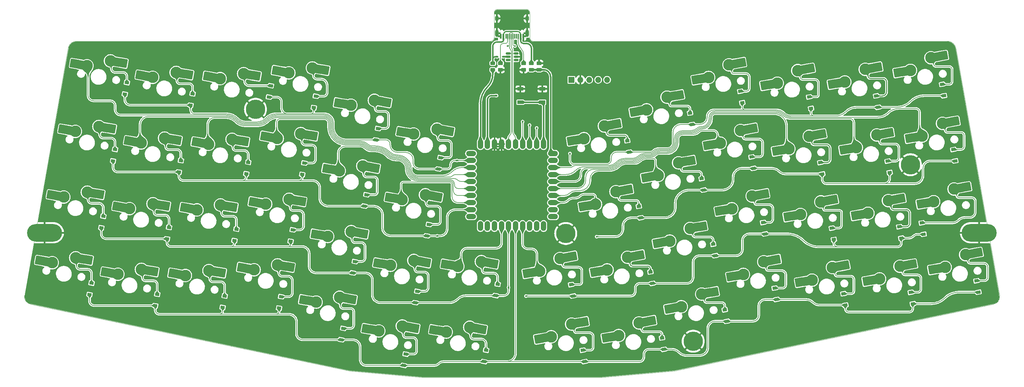
<source format=gbl>
G04 #@! TF.GenerationSoftware,KiCad,Pcbnew,(6.99.0-1912-g359c99991b)*
G04 #@! TF.CreationDate,2022-08-15T14:05:59+07:00*
G04 #@! TF.ProjectId,atreus52,61747265-7573-4353-922e-6b696361645f,1*
G04 #@! TF.SameCoordinates,Original*
G04 #@! TF.FileFunction,Copper,L2,Bot*
G04 #@! TF.FilePolarity,Positive*
%FSLAX46Y46*%
G04 Gerber Fmt 4.6, Leading zero omitted, Abs format (unit mm)*
G04 Created by KiCad (PCBNEW (6.99.0-1912-g359c99991b)) date 2022-08-15 14:05:59*
%MOMM*%
%LPD*%
G01*
G04 APERTURE LIST*
G04 Aperture macros list*
%AMRoundRect*
0 Rectangle with rounded corners*
0 $1 Rounding radius*
0 $2 $3 $4 $5 $6 $7 $8 $9 X,Y pos of 4 corners*
0 Add a 4 corners polygon primitive as box body*
4,1,4,$2,$3,$4,$5,$6,$7,$8,$9,$2,$3,0*
0 Add four circle primitives for the rounded corners*
1,1,$1+$1,$2,$3*
1,1,$1+$1,$4,$5*
1,1,$1+$1,$6,$7*
1,1,$1+$1,$8,$9*
0 Add four rect primitives between the rounded corners*
20,1,$1+$1,$2,$3,$4,$5,0*
20,1,$1+$1,$4,$5,$6,$7,0*
20,1,$1+$1,$6,$7,$8,$9,0*
20,1,$1+$1,$8,$9,$2,$3,0*%
%AMRotRect*
0 Rectangle, with rotation*
0 The origin of the aperture is its center*
0 $1 length*
0 $2 width*
0 $3 Rotation angle, in degrees counterclockwise*
0 Add horizontal line*
21,1,$1,$2,0,0,$3*%
G04 Aperture macros list end*
G04 #@! TA.AperFunction,SMDPad,CuDef*
%ADD10RoundRect,0.150000X0.512500X0.150000X-0.512500X0.150000X-0.512500X-0.150000X0.512500X-0.150000X0*%
G04 #@! TD*
G04 #@! TA.AperFunction,ComponentPad*
%ADD11O,10.000000X5.000000*%
G04 #@! TD*
G04 #@! TA.AperFunction,SMDPad,CuDef*
%ADD12R,1.700000X1.000000*%
G04 #@! TD*
G04 #@! TA.AperFunction,ComponentPad*
%ADD13C,5.500000*%
G04 #@! TD*
G04 #@! TA.AperFunction,ComponentPad*
%ADD14C,3.300000*%
G04 #@! TD*
G04 #@! TA.AperFunction,SMDPad,CuDef*
%ADD15RotRect,1.650000X2.500000X10.000000*%
G04 #@! TD*
G04 #@! TA.AperFunction,SMDPad,CuDef*
%ADD16RoundRect,0.250000X0.835780X1.162797X-1.183076X0.806818X-0.835780X-1.162797X1.183076X-0.806818X0*%
G04 #@! TD*
G04 #@! TA.AperFunction,SMDPad,CuDef*
%ADD17RotRect,1.650000X2.500000X190.000000*%
G04 #@! TD*
G04 #@! TA.AperFunction,SMDPad,CuDef*
%ADD18RotRect,0.900000X1.200000X80.000000*%
G04 #@! TD*
G04 #@! TA.AperFunction,SMDPad,CuDef*
%ADD19RoundRect,0.250000X0.450000X-0.262500X0.450000X0.262500X-0.450000X0.262500X-0.450000X-0.262500X0*%
G04 #@! TD*
G04 #@! TA.AperFunction,SMDPad,CuDef*
%ADD20RotRect,1.650000X2.500000X350.000000*%
G04 #@! TD*
G04 #@! TA.AperFunction,SMDPad,CuDef*
%ADD21RoundRect,0.250000X1.183076X0.806818X-0.835780X1.162797X-1.183076X-0.806818X0.835780X-1.162797X0*%
G04 #@! TD*
G04 #@! TA.AperFunction,SMDPad,CuDef*
%ADD22RotRect,1.650000X2.500000X170.000000*%
G04 #@! TD*
G04 #@! TA.AperFunction,SMDPad,CuDef*
%ADD23RotRect,0.900000X1.200000X100.000000*%
G04 #@! TD*
G04 #@! TA.AperFunction,SMDPad,CuDef*
%ADD24R,0.600000X1.450000*%
G04 #@! TD*
G04 #@! TA.AperFunction,SMDPad,CuDef*
%ADD25R,0.300000X1.450000*%
G04 #@! TD*
G04 #@! TA.AperFunction,ComponentPad*
%ADD26O,1.000000X1.600000*%
G04 #@! TD*
G04 #@! TA.AperFunction,ComponentPad*
%ADD27O,1.000000X2.100000*%
G04 #@! TD*
G04 #@! TA.AperFunction,SMDPad,CuDef*
%ADD28RoundRect,0.250000X-0.450000X0.262500X-0.450000X-0.262500X0.450000X-0.262500X0.450000X0.262500X0*%
G04 #@! TD*
G04 #@! TA.AperFunction,ComponentPad*
%ADD29O,1.700000X1.700000*%
G04 #@! TD*
G04 #@! TA.AperFunction,ComponentPad*
%ADD30R,1.700000X1.700000*%
G04 #@! TD*
G04 #@! TA.AperFunction,SMDPad,CuDef*
%ADD31RoundRect,0.243750X-0.456250X0.243750X-0.456250X-0.243750X0.456250X-0.243750X0.456250X0.243750X0*%
G04 #@! TD*
G04 #@! TA.AperFunction,ComponentPad*
%ADD32C,1.500000*%
G04 #@! TD*
G04 #@! TA.AperFunction,SMDPad,CuDef*
%ADD33O,2.800000X1.500000*%
G04 #@! TD*
G04 #@! TA.AperFunction,SMDPad,CuDef*
%ADD34O,1.500000X2.800000*%
G04 #@! TD*
G04 #@! TA.AperFunction,ViaPad*
%ADD35C,0.500000*%
G04 #@! TD*
G04 #@! TA.AperFunction,Conductor*
%ADD36C,0.400000*%
G04 #@! TD*
G04 #@! TA.AperFunction,Conductor*
%ADD37C,0.200000*%
G04 #@! TD*
G04 #@! TA.AperFunction,Conductor*
%ADD38C,0.250000*%
G04 #@! TD*
G04 #@! TA.AperFunction,Conductor*
%ADD39C,0.300000*%
G04 #@! TD*
G04 #@! TA.AperFunction,Profile*
%ADD40C,0.100000*%
G04 #@! TD*
G04 APERTURE END LIST*
D10*
X137762500Y-3450000D03*
X137762500Y-4400000D03*
X137762500Y-5350000D03*
X140037500Y-5350000D03*
X140037500Y-4400000D03*
X140037500Y-3450000D03*
D11*
X271999999Y-54599999D03*
X5699999Y-54599999D03*
D12*
X147549999Y-13599999D03*
X141249999Y-13599999D03*
X147549999Y-17399999D03*
X141249999Y-17399999D03*
D13*
X252400000Y-35200000D03*
X190500160Y-85525000D03*
X154200000Y-54800000D03*
X65800000Y-19400000D03*
D14*
X177230625Y-19544745D03*
D15*
X175433350Y-19861652D03*
D16*
X173734558Y-20161196D03*
X186539155Y-15324216D03*
D17*
X184815741Y-15628100D03*
D14*
X183043088Y-15940667D03*
D18*
X96813480Y-46999865D03*
X97386518Y-43749999D03*
D19*
X146600000Y-8112500D03*
X146600000Y-6287500D03*
D14*
X11184902Y-44422695D03*
D20*
X9387627Y-44105786D03*
D21*
X7688834Y-43806244D03*
X21375565Y-43640400D03*
D22*
X19652150Y-43336515D03*
D14*
X17879497Y-43023949D03*
D23*
X214286518Y-73624932D03*
X213713480Y-70375066D03*
D14*
X224377617Y-68095349D03*
D15*
X222580342Y-68412256D03*
D16*
X220881550Y-68711800D03*
X233686147Y-63874820D03*
D17*
X231962733Y-64178704D03*
D14*
X230190080Y-64491271D03*
D18*
X75813480Y-57024932D03*
X76386518Y-53775066D03*
X108013480Y-92424932D03*
X108586518Y-89175066D03*
D14*
X233711963Y-11616415D03*
D15*
X231914688Y-11933322D03*
D16*
X230215896Y-12232866D03*
X243020493Y-7395886D03*
D17*
X241297079Y-7699770D03*
D14*
X239524426Y-8012337D03*
D23*
X182186518Y-87824932D03*
X181613480Y-84575066D03*
X175586518Y-50324932D03*
X175013480Y-47075066D03*
D14*
X180529940Y-38256092D03*
D15*
X178732665Y-38572999D03*
D16*
X177033873Y-38872543D03*
X189838470Y-34035563D03*
D17*
X188115056Y-34339447D03*
D14*
X186342403Y-34652014D03*
D23*
X224086518Y-19124932D03*
X223513480Y-15875066D03*
D14*
X92976218Y-18227646D03*
D20*
X91178943Y-17910737D03*
D21*
X89480150Y-17611195D03*
X103166881Y-17445351D03*
D22*
X101443466Y-17141466D03*
D14*
X99670813Y-16828900D03*
D23*
X204486518Y-17524932D03*
X203913480Y-14275066D03*
X193486518Y-42424932D03*
X192913480Y-39175066D03*
X200086518Y-79824932D03*
X199513480Y-76575066D03*
D18*
X114613480Y-55474932D03*
X115186518Y-52225066D03*
D14*
X72007445Y-27730831D03*
D20*
X70210170Y-27413922D03*
D21*
X68511377Y-27114380D03*
X82198108Y-26948536D03*
D22*
X80474693Y-26644651D03*
D14*
X78702040Y-26332085D03*
X26596934Y-66433357D03*
D20*
X24799659Y-66116448D03*
D21*
X23100866Y-65816906D03*
X36787597Y-65651062D03*
D22*
X35064182Y-65347177D03*
D14*
X33291529Y-65034611D03*
D18*
X82413480Y-18924932D03*
X82986518Y-15675066D03*
D24*
X135674999Y1389999D03*
X136449999Y1389999D03*
D25*
X137149999Y1389999D03*
X137649999Y1389999D03*
X138149999Y1389999D03*
X138649999Y1389999D03*
X139149999Y1389999D03*
X139649999Y1389999D03*
X140149999Y1389999D03*
X140649999Y1389999D03*
D24*
X141349999Y1389999D03*
X142124999Y1389999D03*
D26*
X134579999Y6484999D03*
D27*
X134579999Y2304999D03*
D26*
X143219999Y6484999D03*
D27*
X143219999Y2304999D03*
D23*
X178886518Y-69024932D03*
X178313480Y-65775066D03*
D14*
X169285465Y-83902141D03*
D15*
X167488190Y-84219048D03*
D16*
X165789398Y-84518592D03*
X178593995Y-79681612D03*
D17*
X176870581Y-79985496D03*
D14*
X175097928Y-80298063D03*
X75306760Y-9019484D03*
D20*
X73509485Y-8702575D03*
D21*
X71810692Y-8403033D03*
X85497423Y-8237189D03*
D22*
X83774008Y-7933304D03*
D14*
X82001355Y-7620738D03*
X17783533Y-7000000D03*
D20*
X15986258Y-6683091D03*
D21*
X14287465Y-6383549D03*
X27974196Y-6217705D03*
D22*
X26250781Y-5913820D03*
D14*
X24478128Y-5601254D03*
D18*
X79113480Y-37974932D03*
X79686518Y-34725066D03*
X93513480Y-66049865D03*
X94086518Y-62799999D03*
D14*
X217778987Y-30672654D03*
D15*
X215981712Y-30989561D03*
D16*
X214282920Y-31289105D03*
X227087517Y-26452125D03*
D17*
X225364103Y-26756009D03*
D14*
X223591450Y-27068576D03*
X14484217Y-25711347D03*
D20*
X12686942Y-25394438D03*
D21*
X10988149Y-25094896D03*
X24674880Y-24929052D03*
D22*
X22951465Y-24625167D03*
D14*
X21178812Y-24312601D03*
D23*
X243186518Y-18824932D03*
X242613480Y-15575066D03*
D28*
X142200000Y-6287500D03*
X142200000Y-8112500D03*
D19*
X135600000Y-6287500D03*
X135600000Y-8112500D03*
D29*
X165959999Y-10999999D03*
X163419999Y-10999999D03*
X160879999Y-10999999D03*
X158339999Y-10999999D03*
D30*
X155799999Y-10999999D03*
D23*
X172286518Y-31624932D03*
X171713480Y-28375066D03*
D31*
X133400000Y-8137500D03*
X133400000Y-6262500D03*
D18*
X59793480Y-56824932D03*
X60366518Y-53575066D03*
D23*
X190186518Y-23724932D03*
X189613480Y-20475066D03*
D14*
X120153265Y-82912995D03*
D20*
X118355990Y-82596086D03*
D21*
X116657197Y-82296544D03*
X130343928Y-82130700D03*
D22*
X128620513Y-81826815D03*
D14*
X126847860Y-81514249D03*
X83078272Y-74361688D03*
D20*
X81280997Y-74044779D03*
D21*
X79582204Y-73745237D03*
X93268935Y-73579393D03*
D22*
X91545520Y-73275508D03*
D14*
X89772867Y-72962942D03*
D28*
X144400000Y-6287500D03*
X144400000Y-8112500D03*
D23*
X230586518Y-56524932D03*
X230013480Y-53275066D03*
D14*
X183829256Y-56967440D03*
D15*
X182031981Y-57284347D03*
D16*
X180333189Y-57583891D03*
X193137786Y-52746911D03*
D17*
X191414372Y-53050795D03*
D14*
X189641719Y-53363362D03*
X194900083Y-10336583D03*
D15*
X193102808Y-10653490D03*
D16*
X191404016Y-10953034D03*
X204208613Y-6116054D03*
D17*
X202485199Y-6419938D03*
D14*
X200712546Y-6732505D03*
X86377587Y-55650341D03*
D20*
X84580312Y-55333432D03*
D21*
X82881519Y-55033890D03*
X96568250Y-54868046D03*
D22*
X94844835Y-54564161D03*
D14*
X93072182Y-54251595D03*
X150058926Y-84236194D03*
D15*
X148261651Y-84553101D03*
D16*
X146562859Y-84852645D03*
X159367456Y-80015665D03*
D17*
X157644042Y-80319549D03*
D14*
X155871389Y-80632116D03*
D23*
X159586518Y-91324932D03*
X159013480Y-88075066D03*
D14*
X45829226Y-66778249D03*
D20*
X44031951Y-66461340D03*
D21*
X42333158Y-66161798D03*
X56019889Y-65995954D03*
D22*
X54296474Y-65692069D03*
D14*
X52523821Y-65379503D03*
X29896249Y-47722010D03*
D20*
X28098974Y-47405101D03*
D21*
X26400181Y-47105559D03*
X40086912Y-46939715D03*
D22*
X38363497Y-46635830D03*
D14*
X36590844Y-46323264D03*
X68708129Y-46442179D03*
D20*
X66910854Y-46125270D03*
D21*
X65212061Y-45825728D03*
X78898792Y-45659884D03*
D22*
X77175377Y-45355999D03*
D14*
X75402724Y-45043433D03*
X100921378Y-82585042D03*
D20*
X99124103Y-82268133D03*
D21*
X97425310Y-81968591D03*
X111112041Y-81802747D03*
D22*
X109388626Y-81498862D03*
D14*
X107615973Y-81186296D03*
X123450577Y-64212995D03*
D20*
X121653302Y-63896086D03*
D21*
X119954509Y-63596544D03*
X133641240Y-63430700D03*
D22*
X131917825Y-63126815D03*
D14*
X130145172Y-62814249D03*
X187128571Y-75678787D03*
D15*
X185331296Y-75995694D03*
D16*
X183632504Y-76295238D03*
X196437101Y-71458258D03*
D17*
X194713687Y-71762142D03*
D14*
X192941034Y-72074709D03*
X49128541Y-48066902D03*
D20*
X47331266Y-47749993D03*
D21*
X45632473Y-47450451D03*
X59319204Y-47284607D03*
D22*
X57595789Y-46980722D03*
D14*
X55823136Y-46668156D03*
X198199398Y-29047931D03*
D15*
X196402123Y-29364838D03*
D16*
X194703331Y-29664382D03*
X207507928Y-24827402D03*
D17*
X205784514Y-25131286D03*
D14*
X204011861Y-25443853D03*
D23*
X246486518Y-37424932D03*
X245913480Y-34175066D03*
X271786518Y-71524932D03*
X271213480Y-68275066D03*
D14*
X107520009Y-45162347D03*
D20*
X105722734Y-44845438D03*
D21*
X104023941Y-44545896D03*
X117710672Y-44380052D03*
D22*
X115987257Y-44076167D03*
D14*
X114214604Y-43763601D03*
D18*
X37238480Y-75374932D03*
X37811518Y-72125066D03*
D23*
X253086518Y-74824932D03*
X252513480Y-71575066D03*
D14*
X7885586Y-63134042D03*
D20*
X6088311Y-62817133D03*
D21*
X4389518Y-62517591D03*
X18076249Y-62351747D03*
D22*
X16352834Y-62047862D03*
D14*
X14580181Y-61735296D03*
X52427856Y-29355555D03*
D20*
X50630581Y-29038646D03*
D21*
X48931788Y-28739104D03*
X62618519Y-28573260D03*
D22*
X60895104Y-28269375D03*
D14*
X59122451Y-27956809D03*
X221078302Y-49384001D03*
D15*
X219281027Y-49700908D03*
D16*
X217582235Y-50000452D03*
X230386832Y-45163472D03*
D17*
X228663418Y-45467356D03*
D14*
X226890765Y-45779923D03*
D18*
X90213480Y-85099865D03*
X90786518Y-81849999D03*
D14*
X262321257Y-64451141D03*
D15*
X260523982Y-64768048D03*
D16*
X258825190Y-65067592D03*
X271629787Y-60230612D03*
D17*
X269906373Y-60534496D03*
D14*
X268133720Y-60847063D03*
X243609909Y-67750456D03*
D15*
X241812634Y-68067363D03*
D16*
X240113842Y-68366907D03*
X252918439Y-63529927D03*
D17*
X251195025Y-63833811D03*
D14*
X249422372Y-64146378D03*
D23*
X210986518Y-54924932D03*
X210413480Y-51675066D03*
D18*
X18513480Y-72199865D03*
X19086518Y-68949999D03*
D14*
X36494880Y-10299315D03*
D20*
X34697605Y-9982406D03*
D21*
X32998812Y-9682864D03*
X46685543Y-9517020D03*
D22*
X44962128Y-9213135D03*
D14*
X43189475Y-8900569D03*
D23*
X249786518Y-56124932D03*
X249213480Y-52875066D03*
D14*
X237011278Y-30327762D03*
D15*
X235214003Y-30644669D03*
D16*
X233515211Y-30944213D03*
X246319808Y-26107233D03*
D17*
X244596394Y-26411117D03*
D14*
X242823741Y-26723684D03*
X146761628Y-65536194D03*
D15*
X144964353Y-65853101D03*
D16*
X143265561Y-66152645D03*
X156070158Y-61315665D03*
D17*
X154346744Y-61619549D03*
D14*
X152574091Y-61932116D03*
D18*
X117926961Y-36424932D03*
X118499999Y-33175066D03*
D14*
X104220694Y-63873695D03*
D20*
X102423419Y-63556786D03*
D21*
X100724626Y-63257244D03*
X114411357Y-63091400D03*
D22*
X112687942Y-62787515D03*
D14*
X110915289Y-62474949D03*
D23*
X227286518Y-37824932D03*
X226713480Y-34575066D03*
X196786518Y-61124932D03*
X196213480Y-57875066D03*
X261986518Y-15524932D03*
X261413480Y-12275066D03*
X256186518Y-55024932D03*
X255613480Y-51775066D03*
D18*
X134213480Y-72524932D03*
X134786518Y-69275066D03*
X28576961Y-15049865D03*
X29149999Y-11799999D03*
D23*
X265186518Y-34124932D03*
X264613480Y-30875066D03*
D18*
X72513480Y-76074932D03*
X73086518Y-72825066D03*
D23*
X156286518Y-72624932D03*
X155713480Y-69375066D03*
D18*
X21863480Y-53149865D03*
X22436518Y-49899999D03*
D14*
X162686834Y-46479447D03*
D15*
X160889559Y-46796354D03*
D16*
X159190767Y-47095898D03*
X171995364Y-42258918D03*
D17*
X170271950Y-42562802D03*
D14*
X168499297Y-42875369D03*
D18*
X43963480Y-37274932D03*
X44536518Y-34025066D03*
X100113480Y-28124932D03*
X100686518Y-24875066D03*
D14*
X65408814Y-65153526D03*
D20*
X63611539Y-64836617D03*
D21*
X61912746Y-64537075D03*
X75599477Y-64371231D03*
D22*
X73876062Y-64067346D03*
D14*
X72103409Y-63754780D03*
D23*
X207686518Y-36224932D03*
X207113480Y-32975066D03*
D14*
X33195565Y-29010663D03*
D20*
X31398290Y-28693754D03*
D21*
X29699497Y-28394212D03*
X43386228Y-28228368D03*
D22*
X41662813Y-27924483D03*
D14*
X39890160Y-27611917D03*
D23*
X233886518Y-75224932D03*
X233313480Y-71975066D03*
D18*
X130913480Y-91324932D03*
X131486518Y-88075066D03*
X25213480Y-34099865D03*
X25786518Y-30849999D03*
D14*
X240310594Y-49039109D03*
D15*
X238513319Y-49356016D03*
D16*
X236814527Y-49655560D03*
X249619124Y-44818580D03*
D17*
X247895710Y-45122464D03*
D14*
X246123057Y-45435031D03*
X89676903Y-36938993D03*
D20*
X87879628Y-36622084D03*
D21*
X86180835Y-36322542D03*
X99867566Y-36156698D03*
D22*
X98144151Y-35852813D03*
D14*
X96371498Y-35540247D03*
X159387518Y-27768099D03*
D15*
X157590243Y-28085006D03*
D16*
X155891451Y-28384550D03*
X168696048Y-23547570D03*
D17*
X166972634Y-23851454D03*
D14*
X165199981Y-24164021D03*
D18*
X56438480Y-75874932D03*
X57011518Y-72625066D03*
X40588480Y-56324932D03*
X41161518Y-53075066D03*
D14*
X110819325Y-26451000D03*
D20*
X109022050Y-26134091D03*
D21*
X107323257Y-25834549D03*
X121009988Y-25668705D03*
D22*
X119286573Y-25364820D03*
D14*
X117513920Y-25052254D03*
X165986149Y-65190794D03*
D15*
X164188874Y-65507701D03*
D16*
X162490082Y-65807245D03*
X175294679Y-60970265D03*
D17*
X173571265Y-61274149D03*
D14*
X171798612Y-61586716D03*
D18*
X69613480Y-15924932D03*
X70186518Y-12675066D03*
D14*
X204798029Y-66470625D03*
D15*
X203000754Y-66787532D03*
D16*
X201301962Y-67087076D03*
X214106559Y-62250096D03*
D17*
X212383145Y-62553980D03*
D14*
X210610492Y-62866547D03*
D32*
X149894050Y-32000000D03*
D33*
X150594049Y-31999999D03*
D32*
X149894050Y-34000000D03*
D33*
X150594049Y-33999999D03*
D32*
X149894050Y-36000000D03*
D33*
X150594049Y-35999999D03*
D32*
X149894050Y-38000000D03*
D33*
X150594049Y-37999999D03*
D32*
X149894050Y-40000000D03*
D33*
X150594049Y-39999999D03*
D32*
X149894050Y-42000000D03*
D33*
X150594049Y-41999999D03*
D32*
X149894050Y-44000000D03*
D33*
X150594049Y-43999999D03*
D32*
X149894050Y-46000000D03*
D33*
X150594049Y-45999999D03*
D32*
X149894050Y-48000000D03*
D33*
X150594049Y-47999999D03*
D32*
X149894050Y-50000000D03*
D33*
X150594049Y-49999999D03*
D32*
X147894050Y-52000000D03*
D34*
X147894049Y-52699999D03*
D32*
X145894050Y-52000000D03*
D34*
X145894049Y-52699999D03*
D32*
X143894050Y-52000000D03*
D34*
X143894049Y-52699999D03*
D32*
X141894050Y-52000000D03*
D34*
X141894049Y-52699999D03*
D32*
X139894050Y-52000000D03*
D34*
X139894049Y-52699999D03*
D32*
X137894050Y-52000000D03*
D34*
X137894049Y-52699999D03*
D32*
X135894050Y-52000000D03*
D34*
X135894049Y-52699999D03*
D32*
X133894050Y-52000000D03*
D34*
X133894049Y-52699999D03*
D32*
X131894050Y-52000000D03*
D34*
X131894049Y-52699999D03*
D32*
X129894050Y-52000000D03*
D34*
X129894049Y-52699999D03*
D32*
X127894050Y-50000000D03*
D33*
X127194049Y-49999999D03*
D32*
X127894050Y-48000000D03*
D33*
X127194049Y-47999999D03*
D32*
X127894050Y-46000000D03*
D33*
X127194049Y-45999999D03*
D32*
X127894050Y-44000000D03*
D33*
X127194049Y-43999999D03*
D32*
X127894050Y-42000000D03*
D33*
X127194049Y-41999999D03*
D32*
X127894050Y-40000000D03*
D33*
X127194049Y-39999999D03*
D32*
X127894050Y-38000000D03*
D33*
X127194049Y-37999999D03*
D32*
X127894050Y-36000000D03*
D33*
X127194049Y-35999999D03*
D32*
X127894050Y-34000000D03*
D33*
X127194049Y-33999999D03*
D32*
X127894050Y-32000000D03*
D33*
X127194049Y-31999999D03*
D32*
X129894050Y-30000000D03*
D34*
X129894049Y-29299999D03*
D32*
X131894050Y-30000000D03*
D34*
X131894049Y-29299999D03*
D32*
X133894050Y-30000000D03*
D34*
X133894049Y-29299999D03*
D32*
X135894050Y-30000000D03*
D34*
X135894049Y-29299999D03*
D32*
X137894050Y-30000000D03*
D34*
X137894049Y-29299999D03*
D32*
X139894050Y-30000000D03*
D34*
X139894049Y-29299999D03*
D32*
X141894050Y-30000000D03*
D34*
X141894049Y-29299999D03*
D32*
X143894050Y-30000000D03*
D34*
X143894049Y-29299999D03*
D32*
X145894050Y-30000000D03*
D34*
X145894049Y-29299999D03*
D32*
X147894050Y-30000000D03*
D34*
X147894049Y-29299999D03*
D14*
X201498714Y-47759278D03*
D15*
X199701439Y-48076185D03*
D16*
X198002647Y-48375729D03*
X210807244Y-43538749D03*
D17*
X209083830Y-43842633D03*
D14*
X207311177Y-44155200D03*
X55727172Y-10644208D03*
D20*
X53929897Y-10327299D03*
D21*
X52231104Y-10027757D03*
X65917835Y-9861913D03*
D22*
X64194420Y-9558028D03*
D14*
X62421767Y-9245462D03*
X252423310Y-8317099D03*
D15*
X250626035Y-8634006D03*
D16*
X248927243Y-8933550D03*
X261731840Y-4096570D03*
D17*
X260008426Y-4400454D03*
D14*
X258235773Y-4713021D03*
X214479671Y-11961307D03*
D15*
X212682396Y-12278214D03*
D16*
X210983604Y-12577758D03*
X223788201Y-7740778D03*
D17*
X222064787Y-8044662D03*
D14*
X220292134Y-8357229D03*
X255722626Y-27028446D03*
D15*
X253925351Y-27345353D03*
D16*
X252226559Y-27644897D03*
X265031156Y-22807917D03*
D17*
X263307742Y-23111801D03*
D14*
X261535089Y-23424368D03*
D18*
X63163480Y-37774932D03*
X63736518Y-34525066D03*
X111313480Y-74524932D03*
X111886518Y-71275066D03*
D14*
X259021941Y-45739794D03*
D15*
X257224666Y-46056701D03*
D16*
X255525874Y-46356245D03*
X268330471Y-41519265D03*
D17*
X266607057Y-41823149D03*
D14*
X264834404Y-42135716D03*
D18*
X47313480Y-18224932D03*
X47886518Y-14975066D03*
D35*
X155200000Y-7226827D03*
X140203007Y-8112381D03*
X137500000Y-8100000D03*
X141500000Y-4400000D03*
X134700000Y-4400000D03*
X136300000Y-4400000D03*
X145900000Y-24700000D03*
X143900000Y-23900000D03*
X141900000Y-22900000D03*
X163000000Y-55700000D03*
X123200000Y-34000000D03*
X155400000Y-32000000D03*
X117600000Y-55500000D03*
X142867224Y-72625977D03*
X137900000Y-70200000D03*
X137600000Y-1339003D03*
X139700000Y-1339003D03*
X134500000Y-15500000D03*
D36*
X141690100Y-11009862D02*
G75*
G03*
X141250000Y-12072424I1062600J-1062538D01*
G01*
X141690121Y-11009883D02*
G75*
G03*
X142200000Y-9778891I-1231021J1230983D01*
G01*
X149894046Y-10187398D02*
G75*
G03*
X149262350Y-8662350I-2156746J-2D01*
G01*
X149262352Y-8662348D02*
G75*
G03*
X147934894Y-8112500I-1327452J-1327452D01*
G01*
X149489728Y-6789722D02*
G75*
G03*
X150545077Y-7226827I1055372J1055522D01*
G01*
X154893809Y-7226827D02*
X150545077Y-7226827D01*
X149489751Y-6789699D02*
G75*
G03*
X148277262Y-6287500I-1212451J-1212501D01*
G01*
X148277262Y-6287500D02*
X146600000Y-6287500D01*
X140212381Y-8112500D02*
X140212500Y-8112500D01*
X140203007Y-8112381D02*
X140212381Y-8112500D01*
X140212619Y-8112500D02*
X140203007Y-8112381D01*
X142200000Y-8112500D02*
X140212619Y-8112500D01*
X137425000Y-8112500D02*
X137412500Y-8112500D01*
X137500000Y-8100000D02*
X137425000Y-8112500D01*
X137400000Y-8112500D02*
X137500000Y-8100000D01*
X135600000Y-8112500D02*
X137400000Y-8112500D01*
X142200000Y-9778891D02*
X142200000Y-8112500D01*
X141250000Y-13600000D02*
X141250000Y-12072424D01*
X131924252Y-12975764D02*
G75*
G03*
X133400000Y-9412965I-3562752J3562764D01*
G01*
X133400000Y-9412965D02*
X133400000Y-8137500D01*
X135600000Y-23057086D02*
X135600000Y-8112500D01*
X140037500Y-4400000D02*
X141500000Y-4400000D01*
D37*
X137079753Y-639003D02*
X136285947Y-639003D01*
X137079753Y-638975D02*
G75*
G03*
X137455737Y-483264I47J531675D01*
G01*
X137455750Y-483277D02*
G75*
G03*
X137644050Y-28666I-454550J454577D01*
G01*
X135797834Y-841207D02*
G75*
G03*
X135600000Y-1318756I477566J-477593D01*
G01*
X136285947Y-639025D02*
G75*
G03*
X135797815Y-841188I-47J-690275D01*
G01*
X140644018Y-115527D02*
G75*
G03*
X141442036Y-2042036I2724482J27D01*
G01*
X142199969Y-3871946D02*
G75*
G03*
X141442036Y-2042036I-2587869J46D01*
G01*
X142200000Y-3871946D02*
X142200000Y-6287500D01*
X140644050Y1265997D02*
X140644050Y-115527D01*
D36*
X133400000Y-5120968D02*
X133400000Y-1478571D01*
X133626957Y-4573069D02*
G75*
G03*
X133400000Y-5120968I547943J-547931D01*
G01*
X133400000Y-5120968D02*
X133400000Y-5762500D01*
X134044738Y-4400042D02*
G75*
G03*
X133626944Y-4573056I-38J-590858D01*
G01*
X134700000Y-4400000D02*
X134044738Y-4400000D01*
X137762500Y-4400000D02*
X136300000Y-4400000D01*
X142118733Y-639003D02*
X143012114Y-639003D01*
X141344050Y1265997D02*
X141344050Y102411D01*
X144399963Y-1982437D02*
G75*
G03*
X144015734Y-1054739I-1311963J37D01*
G01*
X144015731Y-1054742D02*
G75*
G03*
X143012114Y-639003I-1003631J-1003558D01*
G01*
X141554305Y-405234D02*
G75*
G03*
X142118733Y-639003I564395J564434D01*
G01*
X141344073Y102411D02*
G75*
G03*
X141554318Y-405221I717927J-11D01*
G01*
X144400000Y-1982437D02*
X144400000Y-6287500D01*
X146600000Y-8112500D02*
X144400000Y-8112500D01*
X147934894Y-8112500D02*
X146600000Y-8112500D01*
X149894050Y-32000000D02*
X149894050Y-10187398D01*
D37*
X137644050Y1265997D02*
X137644050Y-28666D01*
X135600000Y-1318756D02*
X135600000Y-5787500D01*
D36*
X136297604Y-41399D02*
X136295967Y-43036D01*
X135942444Y-189483D02*
X134669906Y-189483D01*
X133781553Y-557492D02*
G75*
G03*
X133400000Y-1478571I921047J-921108D01*
G01*
X134669906Y-189486D02*
G75*
G03*
X133781532Y-557471I-6J-1256314D01*
G01*
X136444050Y1265997D02*
X136444050Y312152D01*
X135942444Y-189526D02*
G75*
G03*
X136295967Y-43036I-44J499926D01*
G01*
X136297591Y-41386D02*
G75*
G03*
X136444050Y312152I-353591J353586D01*
G01*
D37*
X138725732Y-3729261D02*
G75*
G03*
X138652484Y-3552486I-250032J-39D01*
G01*
X138623224Y-3523224D02*
X138652485Y-3552485D01*
X138725670Y-3063438D02*
G75*
G03*
X138416211Y-2316212I-1056770J38D01*
G01*
X138149985Y-1673532D02*
G75*
G03*
X138416212Y-2316211I908915J32D01*
G01*
X138650026Y-1553567D02*
G75*
G03*
X138859622Y-2059637I715674J-33D01*
G01*
X139075227Y-2580195D02*
G75*
G03*
X138859621Y-2059638I-736227J-5D01*
G01*
X138725708Y-3063438D02*
X138725708Y-3729261D01*
X138150000Y-1085450D02*
X138150000Y-1673532D01*
X139075228Y-2580195D02*
X139075228Y-3728247D01*
X138650000Y1390000D02*
X138650000Y-1553567D01*
X139353538Y-3450038D02*
G75*
G03*
X139176776Y-3523224I-38J-249962D01*
G01*
X139148436Y-3551534D02*
G75*
G03*
X139075228Y-3728247I176564J-176666D01*
G01*
X138623230Y-3523218D02*
G75*
G03*
X138446493Y-3450000I-176730J-176682D01*
G01*
X139176776Y-3523224D02*
X139148451Y-3551549D01*
X140037500Y-3450000D02*
X139353538Y-3450000D01*
X139075228Y-3728247D02*
X139075228Y-25765670D01*
X139075241Y-25765670D02*
G75*
G03*
X139506267Y-26806265I1471559J-30D01*
G01*
X139894050Y-27742458D02*
X139894050Y-30000000D01*
X139894086Y-27742458D02*
G75*
G03*
X139506265Y-26806267I-1323986J-42D01*
G01*
X137894050Y-27729370D02*
X137894050Y-30000000D01*
X138725708Y-3729261D02*
X138725708Y-25721587D01*
X137762500Y-3450000D02*
X138446493Y-3450000D01*
X138264179Y-26835850D02*
G75*
G03*
X137894050Y-27729370I893521J-893550D01*
G01*
X138264179Y-26835850D02*
G75*
G03*
X138725708Y-25721587I-1114279J1114250D01*
G01*
D36*
X147894050Y-17744050D02*
X147550000Y-17400000D01*
X147894050Y-30000000D02*
X147894050Y-17744050D01*
D37*
X145894050Y-24705950D02*
X145900000Y-24700000D01*
X145894050Y-30000000D02*
X145894050Y-24705950D01*
X143894050Y-23905950D02*
X143900000Y-23900000D01*
X143894050Y-30000000D02*
X143894050Y-23905950D01*
X141894050Y-25056584D02*
X141900000Y-22900000D01*
D36*
X141250000Y-13600000D02*
X147550000Y-13600000D01*
X141250000Y-17400000D02*
X147550000Y-17400000D01*
D37*
X194036119Y-88863879D02*
G75*
G03*
X194700000Y-87261119I-1602819J1602779D01*
G01*
X192258968Y-89599969D02*
G75*
G03*
X194036120Y-88863880I32J2513269D01*
G01*
X186498655Y-88698655D02*
G75*
G03*
X188674698Y-89600000I2176045J2176055D01*
G01*
X186498652Y-88698658D02*
G75*
G03*
X184389302Y-87824933I-2109352J-2109342D01*
G01*
X192258968Y-89600000D02*
X188674698Y-89600000D01*
X184389302Y-87824933D02*
X182186519Y-87824933D01*
X194700000Y-81792930D02*
X194700000Y-87261119D01*
X200086519Y-79824933D02*
X196743959Y-79824933D01*
X195260671Y-80439299D02*
G75*
G03*
X194700000Y-81792930I1353629J-1353601D01*
G01*
X196743959Y-79824898D02*
G75*
G03*
X195260687Y-80439315I41J-2097702D01*
G01*
X73200027Y-17239775D02*
G75*
G03*
X72818356Y-16318356I-1303127J-25D01*
G01*
X72818339Y-16318373D02*
G75*
G03*
X71868548Y-15924933I-949839J-949827D01*
G01*
X74901080Y-20700000D02*
X71638181Y-20700000D01*
X73704263Y-20204261D02*
G75*
G03*
X74901080Y-20700000I1196837J1196861D01*
G01*
X73200020Y-18986971D02*
G75*
G03*
X73704263Y-20204261I1721380J-29D01*
G01*
X73200000Y-17239775D02*
X73200000Y-18986971D01*
X69613481Y-15924933D02*
X71868548Y-15924933D01*
X74901080Y-20700000D02*
X85416218Y-20700000D01*
X60199790Y-22999754D02*
G75*
G03*
X57179077Y-21748560I-3020690J-3020746D01*
G01*
X60369791Y-22675463D02*
G75*
G03*
X57288179Y-21399040I-3081591J-3081637D01*
G01*
X60572455Y-22383851D02*
G75*
G03*
X57351075Y-21049520I-3221355J-3221349D01*
G01*
X60742586Y-22059682D02*
G75*
G03*
X57459994Y-20700000I-3282586J-3282618D01*
G01*
X60199775Y-22999769D02*
G75*
G03*
X62856011Y-24100000I2656225J2656269D01*
G01*
X60369776Y-22675478D02*
G75*
G03*
X62965109Y-23750480I2595324J2595378D01*
G01*
X60572482Y-22383824D02*
G75*
G03*
X63027954Y-23400960I2455518J2455424D01*
G01*
X60742563Y-22059705D02*
G75*
G03*
X63136836Y-23051440I2394237J2394205D01*
G01*
X66392366Y-24099973D02*
G75*
G03*
X69307492Y-22892506I34J4122573D01*
G01*
X66214451Y-23750450D02*
G75*
G03*
X69186141Y-22519563I49J4202550D01*
G01*
X66113022Y-23400972D02*
G75*
G03*
X69010726Y-22200682I-22J4097972D01*
G01*
X65961287Y-23051433D02*
G75*
G03*
X68870843Y-21846269I13J4114733D01*
G01*
X71638181Y-20699985D02*
G75*
G03*
X68870843Y-21846269I19J-3913615D01*
G01*
X71789879Y-21049495D02*
G75*
G03*
X69010727Y-22200683I21J-3930305D01*
G01*
X71891324Y-21399073D02*
G75*
G03*
X69186141Y-22519563I-24J-3825727D01*
G01*
X72069227Y-21748567D02*
G75*
G03*
X69307493Y-22892507I-27J-3905633D01*
G01*
X63072551Y-12272559D02*
G75*
G03*
X64044304Y-12675067I971749J971759D01*
G01*
X70186519Y-12675067D02*
X64044304Y-12675067D01*
X91688583Y-28124933D02*
X100113481Y-28124933D01*
X63136836Y-23051440D02*
X65961287Y-23051440D01*
X47313481Y-18224933D02*
X47313481Y-19520334D01*
X88000016Y-24558593D02*
G75*
G03*
X89019228Y-27019228I3479884J-7D01*
G01*
X88000025Y-23237576D02*
G75*
G03*
X87266349Y-21466351I-2504925J-24D01*
G01*
X89019247Y-27019209D02*
G75*
G03*
X91688583Y-28124933I2669353J2669209D01*
G01*
X88000000Y-23237576D02*
X88000000Y-24558593D01*
X87266345Y-21466355D02*
G75*
G03*
X85416218Y-20700000I-1850145J-1850145D01*
G01*
X48477733Y-20700000D02*
X57459994Y-20700000D01*
X47662161Y-20362215D02*
G75*
G03*
X48477733Y-20700000I815539J815615D01*
G01*
X47313445Y-19520334D02*
G75*
G03*
X47662188Y-20362188I1190555J34D01*
G01*
X18100000Y-7316467D02*
X17783533Y-7000000D01*
X25800000Y-19435203D02*
X25800000Y-18360910D01*
X57351075Y-21049520D02*
X27427564Y-21049520D01*
X66113022Y-23400960D02*
X63027954Y-23400960D01*
X87650480Y-24509375D02*
X87650480Y-23235905D01*
X99931529Y-29852852D02*
X98981960Y-29852852D01*
X110148560Y-36470948D02*
X110148560Y-36128338D01*
X127894050Y-36000000D02*
X124650194Y-36000000D01*
X18099982Y-15524324D02*
G75*
G03*
X18507065Y-16507065I1389818J24D01*
G01*
X18507054Y-16507076D02*
G75*
G03*
X19697135Y-17000000I1190046J1190076D01*
G01*
X25800009Y-18360910D02*
G75*
G03*
X25403379Y-17403379I-1354109J10D01*
G01*
X25800010Y-19435203D02*
G75*
G03*
X26270084Y-20570082I1604990J3D01*
G01*
X95654187Y-28474454D02*
X91639376Y-28474453D01*
X26270106Y-20570060D02*
G75*
G03*
X27427564Y-21049520I1157494J1157460D01*
G01*
X87020360Y-21714710D02*
G75*
G03*
X85414541Y-21049520I-1605860J-1605790D01*
G01*
X87650475Y-23235905D02*
G75*
G03*
X87020387Y-21714683I-2151375J5D01*
G01*
X87650502Y-24509375D02*
G75*
G03*
X88806913Y-27301209I3948198J-25D01*
G01*
X88806916Y-27301206D02*
G75*
G03*
X91639376Y-28474453I2832484J2832506D01*
G01*
X97898295Y-29403981D02*
G75*
G03*
X95654187Y-28474454I-2244095J-2244119D01*
G01*
X85414541Y-21049520D02*
X71789879Y-21049520D01*
X18100000Y-15524324D02*
X18100000Y-7316467D01*
X97898310Y-29403966D02*
G75*
G03*
X98981960Y-29852852I1083690J1083666D01*
G01*
X118856067Y-38400000D02*
X112092364Y-38400000D01*
X24429535Y-17000000D02*
X19697135Y-17000000D01*
X104065010Y-31565056D02*
G75*
G03*
X99931529Y-29852852I-4133510J-4133344D01*
G01*
X25403356Y-17403402D02*
G75*
G03*
X24429535Y-17000000I-973856J-973798D01*
G01*
X109168875Y-33763171D02*
X109025398Y-33619694D01*
X110148530Y-36128338D02*
G75*
G03*
X109168875Y-33763171I-3344830J38D01*
G01*
X110148528Y-36470948D02*
G75*
G03*
X110710514Y-37827626I1918672J48D01*
G01*
X104065048Y-31565018D02*
G75*
G03*
X106200356Y-32449520I2135352J2135318D01*
G01*
X109025365Y-33619727D02*
G75*
G03*
X106200356Y-32449520I-2825065J-2824973D01*
G01*
X110710542Y-37827598D02*
G75*
G03*
X112092364Y-38400000I1381858J1381798D01*
G01*
X118856067Y-38399984D02*
G75*
G03*
X121833136Y-37166864I33J4210184D01*
G01*
X124650194Y-35999990D02*
G75*
G03*
X121833136Y-37166864I6J-3983910D01*
G01*
X32900000Y-28715098D02*
X33195565Y-29010663D01*
X32900000Y-23786250D02*
X32900000Y-28715098D01*
X57288179Y-21399040D02*
X35295942Y-21399040D01*
X66214451Y-23750480D02*
X62965109Y-23750480D01*
X87300960Y-24490897D02*
X87300960Y-23286563D01*
X95598971Y-28823973D02*
X91620924Y-28823973D01*
X121041879Y-38749520D02*
X112075003Y-38749520D01*
X127894050Y-38000000D02*
X122851364Y-38000000D01*
X33597376Y-22102682D02*
G75*
G03*
X32900000Y-23786250I1683624J-1683618D01*
G01*
X35295942Y-21399056D02*
G75*
G03*
X33597345Y-22102651I-42J-2402044D01*
G01*
X85465254Y-21399040D02*
X71891324Y-21399040D01*
X87300985Y-23286563D02*
G75*
G03*
X86737358Y-21925949I-1924185J-37D01*
G01*
X99881860Y-30202371D02*
X98926765Y-30202371D01*
X87300964Y-24490897D02*
G75*
G03*
X88572813Y-27561404I4342336J-3D01*
G01*
X88572802Y-27561415D02*
G75*
G03*
X91620924Y-28823973I3048098J3048115D01*
G01*
X86737381Y-21925926D02*
G75*
G03*
X85465254Y-21399040I-1272081J-1272174D01*
G01*
X97690198Y-29690164D02*
G75*
G03*
X95598971Y-28823973I-2091198J-2091236D01*
G01*
X97690192Y-29690170D02*
G75*
G03*
X98926765Y-30202371I1236608J1236670D01*
G01*
X103853057Y-31847333D02*
G75*
G03*
X106150567Y-32799039I2297543J2297433D01*
G01*
X109799040Y-36266907D02*
G75*
G03*
X108823763Y-33912359I-3329840J7D01*
G01*
X108823764Y-33912358D02*
X108813472Y-33902065D01*
X108813484Y-33902053D02*
G75*
G03*
X106150567Y-32799039I-2662884J-2662847D01*
G01*
X103853056Y-31847334D02*
G75*
G03*
X99881860Y-30202371I-3971156J-3970966D01*
G01*
X109799060Y-36453658D02*
G75*
G03*
X110475629Y-38087037I2309840J-42D01*
G01*
X110475635Y-38087031D02*
G75*
G03*
X112075003Y-38749520I1599365J1599331D01*
G01*
X109799039Y-36453658D02*
X109799039Y-36266907D01*
X122851364Y-37999972D02*
G75*
G03*
X121910114Y-38389886I36J-1331128D01*
G01*
X121041879Y-38749490D02*
G75*
G03*
X121910113Y-38389885I21J1227890D01*
G01*
X124453141Y-40000000D02*
X127894050Y-40000000D01*
X106064159Y-33148559D02*
X106160208Y-33148559D01*
X86951440Y-23263078D02*
X86951441Y-24466868D01*
X109449520Y-36291084D02*
X109449520Y-36461235D01*
X62856011Y-24100000D02*
X66392366Y-24100000D01*
X54228554Y-21748560D02*
X57179077Y-21748560D01*
X52427856Y-29355555D02*
X52200000Y-29127699D01*
X123338153Y-39538121D02*
G75*
G03*
X122278063Y-39099040I-1060053J-1060079D01*
G01*
X110223083Y-38328797D02*
G75*
G03*
X112082622Y-39099040I1859517J1859497D01*
G01*
X123338121Y-39538153D02*
G75*
G03*
X124453141Y-40000000I1114979J1114953D01*
G01*
X109449483Y-36461235D02*
G75*
G03*
X110223088Y-38328792I2641117J35D01*
G01*
X72069227Y-21748560D02*
X85441799Y-21748560D01*
X109449529Y-36291084D02*
G75*
G03*
X108559483Y-34142371I-3038729J-16D01*
G01*
X108559469Y-34142385D02*
G75*
G03*
X106160208Y-33148559I-2399269J-2399215D01*
G01*
X103667019Y-32155587D02*
G75*
G03*
X106064159Y-33148559I2397181J2397087D01*
G01*
X91596920Y-29173493D02*
X95512909Y-29173493D01*
X103667010Y-32155596D02*
G75*
G03*
X99795376Y-30551891I-3871610J-3871504D01*
G01*
X97503887Y-29998186D02*
G75*
G03*
X98840698Y-30551891I1336813J1336886D01*
G01*
X112082622Y-39099040D02*
X122278063Y-39099040D01*
X86506812Y-22189708D02*
G75*
G03*
X85441799Y-21748560I-1065012J-1064992D01*
G01*
X98840698Y-30551891D02*
X99795376Y-30551891D01*
X88342621Y-27825547D02*
G75*
G03*
X91596920Y-29173493I3254279J3254347D01*
G01*
X97503892Y-29998181D02*
G75*
G03*
X95512909Y-29173493I-1990992J-1991019D01*
G01*
X54228554Y-21748528D02*
G75*
G03*
X52731222Y-22368778I46J-2117572D01*
G01*
X86951454Y-23263078D02*
G75*
G03*
X86506816Y-22189704I-1517954J-22D01*
G01*
X52731242Y-22368798D02*
G75*
G03*
X52200000Y-23651262I1282458J-1282502D01*
G01*
X52200000Y-29127699D02*
X52200000Y-23651262D01*
X86951462Y-24466868D02*
G75*
G03*
X88342641Y-27825527I4749838J-32D01*
G01*
X264289044Y-51775093D02*
G75*
G03*
X266057390Y-51042607I-44J2500893D01*
G01*
X267970907Y-50250001D02*
G75*
G03*
X266057391Y-51042608I-7J-2706099D01*
G01*
X270464626Y-49735402D02*
G75*
G03*
X270900000Y-48684266I-1051126J1051102D01*
G01*
X269222293Y-50250006D02*
G75*
G03*
X270464611Y-49735387I7J1756806D01*
G01*
X265600000Y-42901312D02*
X264834404Y-42135716D01*
X265600000Y-43951141D02*
X265600000Y-42901312D01*
X270900000Y-48684266D02*
X270900000Y-45634715D01*
X267970907Y-50250000D02*
X269222293Y-50250000D01*
X255613481Y-51775067D02*
X264289044Y-51775067D01*
X265599972Y-43951141D02*
G75*
G03*
X265775970Y-44375970I600828J41D01*
G01*
X265775954Y-44375986D02*
G75*
G03*
X266316824Y-44600000I540846J540886D01*
G01*
X270899987Y-45634715D02*
G75*
G03*
X270592621Y-44892623I-1049487J15D01*
G01*
X270592642Y-44892602D02*
G75*
G03*
X269886172Y-44600000I-706442J-706498D01*
G01*
X269886172Y-44600000D02*
X266316824Y-44600000D01*
X251856212Y-56124929D02*
G75*
G03*
X253254085Y-55545915I-12J1976929D01*
G01*
X254511841Y-55024973D02*
G75*
G03*
X253254085Y-55545915I-41J-1778727D01*
G01*
X254511841Y-55024933D02*
X256186519Y-55024933D01*
X249786519Y-56124933D02*
X251856212Y-56124933D01*
D36*
X133894050Y-30000000D02*
X135894050Y-30000000D01*
X133894050Y-27175429D02*
X133894050Y-30000000D01*
X135600000Y-29705950D02*
X135894050Y-30000000D01*
X135600000Y-23057086D02*
X135600000Y-29705950D01*
X134721023Y-25178958D02*
G75*
G03*
X133894050Y-27175429I1996377J-1996442D01*
G01*
X134721048Y-25178983D02*
G75*
G03*
X135600000Y-23057086I-2121748J2121883D01*
G01*
D37*
X121400000Y-35178930D02*
X121400000Y-35330410D01*
X196372281Y-19600000D02*
X205000000Y-19600000D01*
X172286519Y-31624933D02*
X178272195Y-31624933D01*
X112500662Y-36424933D02*
X117926962Y-36424933D01*
X155400000Y-33914296D02*
X155400000Y-32000000D01*
X82413481Y-18924933D02*
X82413481Y-19855381D01*
X180752346Y-30597628D02*
X183069153Y-30597628D01*
X237078475Y-18824933D02*
X243186519Y-18824933D01*
X184800000Y-28922354D02*
X184800000Y-25859283D01*
X205000000Y-19600000D02*
X204486519Y-19086519D01*
X100113481Y-28124933D02*
X102954152Y-28124933D01*
X261986519Y-15524933D02*
X256380435Y-15524933D01*
X104100000Y-29283930D02*
X104100000Y-29520200D01*
X30149461Y-18224933D02*
X47313481Y-18224933D01*
X120360853Y-36424933D02*
X117926962Y-36424933D01*
X110650000Y-33577477D02*
X110650000Y-34605574D01*
X123200000Y-34000000D02*
X127894050Y-34000000D01*
X224971910Y-21300000D02*
X231103131Y-21300000D01*
X204486519Y-19086519D02*
X204486519Y-17524933D01*
X224971910Y-21300000D02*
X218351340Y-21300000D01*
X224086519Y-19124933D02*
X224086519Y-20432330D01*
X28576962Y-15049866D02*
X28576962Y-16731642D01*
X214247178Y-19600000D02*
X205000000Y-19600000D01*
X106319903Y-31700000D02*
X108601132Y-31700000D01*
X190186519Y-23724933D02*
X192370064Y-23724933D01*
X122611042Y-34000000D02*
X123200000Y-34000000D01*
X248413512Y-18824933D02*
X243186519Y-18824933D01*
X194500000Y-21719443D02*
X194500000Y-21483400D01*
X172286519Y-31624933D02*
X168707469Y-31624933D01*
X165835091Y-35100000D02*
X156604166Y-35100000D01*
X187019025Y-23724933D02*
X190186519Y-23724933D01*
X167200000Y-33105178D02*
X167200000Y-33733568D01*
X82179317Y-20420719D02*
G75*
G03*
X82413481Y-19855381I-565317J565319D01*
G01*
X196372281Y-19600000D02*
G75*
G03*
X195053891Y-20146107I19J-1864500D01*
G01*
X195053891Y-20146107D02*
G75*
G03*
X194500000Y-21483400I1337409J-1337293D01*
G01*
X183069153Y-30597600D02*
G75*
G03*
X184320831Y-30079169I47J1770100D01*
G01*
X111176416Y-35876360D02*
G75*
G03*
X112500662Y-36424933I1324284J1324160D01*
G01*
X224336958Y-21036980D02*
G75*
G03*
X224971910Y-21300000I634942J634880D01*
G01*
X110135587Y-32335603D02*
G75*
G03*
X108601132Y-31700000I-1534487J-1534497D01*
G01*
X185407600Y-24392413D02*
G75*
G03*
X184800000Y-25859283I1466900J-1466887D01*
G01*
X122611042Y-34000041D02*
G75*
G03*
X121738657Y-34361345I-42J-1233759D01*
G01*
X165835091Y-35099996D02*
G75*
G03*
X166799449Y-34700549I9J1363796D01*
G01*
X104100000Y-29520200D02*
G75*
G03*
X104730153Y-31041493I2151400J0D01*
G01*
X187019025Y-23724967D02*
G75*
G03*
X185407595Y-24392408I-25J-2278933D01*
G01*
X121738649Y-34361337D02*
G75*
G03*
X121400000Y-35178930I817551J-817563D01*
G01*
X28997941Y-17747893D02*
G75*
G03*
X30149461Y-18224933I1151559J1151393D01*
G01*
X110650011Y-33577477D02*
G75*
G03*
X110135594Y-32335596I-1756311J-23D01*
G01*
X216385894Y-20485863D02*
G75*
G03*
X214247178Y-19600000I-2138694J-2138737D01*
G01*
X231103131Y-21300023D02*
G75*
G03*
X233999867Y-20100133I-31J4096623D01*
G01*
X104730156Y-31041490D02*
G75*
G03*
X106319903Y-31700000I1589744J1589690D01*
G01*
X81505039Y-20700036D02*
G75*
G03*
X82179301Y-20420703I-39J953536D01*
G01*
X121067957Y-36132037D02*
G75*
G03*
X121400000Y-35330410I-801657J801637D01*
G01*
X224086496Y-20432330D02*
G75*
G03*
X224336969Y-21036969I855104J30D01*
G01*
X110650018Y-34605574D02*
G75*
G03*
X111176388Y-35876388I1797182J-26D01*
G01*
X155743454Y-34743434D02*
G75*
G03*
X156604166Y-35100000I860746J860634D01*
G01*
X155400005Y-33914296D02*
G75*
G03*
X155743444Y-34743444I1172595J-4D01*
G01*
X192370064Y-23724914D02*
G75*
G03*
X193938397Y-23075308I36J2217914D01*
G01*
X180752346Y-30597647D02*
G75*
G03*
X178979368Y-31332040I-46J-2507253D01*
G01*
X120360853Y-36424890D02*
G75*
G03*
X121067960Y-36132040I47J999990D01*
G01*
X168707469Y-31624916D02*
G75*
G03*
X167627925Y-32072077I31J-1526784D01*
G01*
X237078475Y-18824903D02*
G75*
G03*
X233999868Y-20100134I25J-4353797D01*
G01*
X103757850Y-28457802D02*
G75*
G03*
X102954152Y-28124933I-803650J-803698D01*
G01*
X167627941Y-32072093D02*
G75*
G03*
X167200000Y-33105178I1033059J-1033107D01*
G01*
X178272195Y-31624937D02*
G75*
G03*
X178979368Y-31332040I5J1000137D01*
G01*
X216385854Y-20485903D02*
G75*
G03*
X218351340Y-21300000I1965446J1965503D01*
G01*
X184320858Y-30079196D02*
G75*
G03*
X184800000Y-28922354I-1156858J1156796D01*
G01*
X248413512Y-18824931D02*
G75*
G03*
X252444939Y-17155061I-12J5701331D01*
G01*
X193938372Y-23075283D02*
G75*
G03*
X194500000Y-21719443I-1355872J1355883D01*
G01*
X256380435Y-15524963D02*
G75*
G03*
X252444939Y-17155061I-35J-5565637D01*
G01*
X28576935Y-16731642D02*
G75*
G03*
X28997917Y-17747917I1437265J42D01*
G01*
X104099981Y-29283930D02*
G75*
G03*
X103757825Y-28457827I-1168281J30D01*
G01*
X166799469Y-34700569D02*
G75*
G03*
X167200000Y-33733568I-966969J966969D01*
G01*
X24478128Y-5601254D02*
X24700000Y-5823126D01*
X24700000Y-5823126D02*
X24700000Y-7690581D01*
X25880527Y-8900000D02*
X28069396Y-8900000D01*
X29150000Y-10038679D02*
X29150000Y-11800000D01*
X29150007Y-10038679D02*
G75*
G03*
X28804484Y-9204484I-1179807J-21D01*
G01*
X25060202Y-8560232D02*
G75*
G03*
X25880527Y-8900000I820298J820332D01*
G01*
X24700000Y-7690581D02*
G75*
G03*
X25060217Y-8560217I1229800J-19D01*
G01*
X28804492Y-9204476D02*
G75*
G03*
X28069396Y-8900000I-735092J-735124D01*
G01*
X47886519Y-13100771D02*
X47886519Y-14975067D01*
X44276362Y-12100000D02*
X46885828Y-12100000D01*
X43189475Y-8900569D02*
X43400000Y-9111094D01*
X47592893Y-12392893D02*
X47593626Y-12393626D01*
X43400000Y-9111094D02*
X43400000Y-11269321D01*
X43633848Y-11833802D02*
G75*
G03*
X44276362Y-12100000I642552J642402D01*
G01*
X47592879Y-12392907D02*
G75*
G03*
X46885828Y-12100000I-707079J-706993D01*
G01*
X43399977Y-11269321D02*
G75*
G03*
X43633825Y-11833825I798323J21D01*
G01*
X47886531Y-13100771D02*
G75*
G03*
X47593625Y-12393627I-1000131J-29D01*
G01*
X62421767Y-9245462D02*
X62700000Y-9523695D01*
X62700000Y-9523695D02*
X62700000Y-11373079D01*
X62700015Y-11373079D02*
G75*
G03*
X63072555Y-12272555I1272085J-21D01*
G01*
D36*
X129894050Y-30000000D02*
X129894050Y-17877081D01*
X131924248Y-12975760D02*
G75*
G03*
X129894050Y-17877081I4901352J-4901340D01*
G01*
D37*
X83346871Y-10800000D02*
X84479515Y-10800000D01*
X82300000Y-7919383D02*
X82300000Y-9798349D01*
X82001355Y-7620738D02*
X82300000Y-7919383D01*
X85220053Y-15675067D02*
X82986519Y-15675067D01*
X86200000Y-12542132D02*
X86200000Y-14691565D01*
X82584012Y-10484008D02*
G75*
G03*
X83346871Y-10800000I762888J762908D01*
G01*
X85911255Y-15388801D02*
G75*
G03*
X86200000Y-14691565I-697355J697201D01*
G01*
X86199990Y-12542132D02*
G75*
G03*
X85685262Y-11299437I-1757390J32D01*
G01*
X85685258Y-11299441D02*
G75*
G03*
X84479515Y-10800000I-1205758J-1205759D01*
G01*
X82299974Y-9798349D02*
G75*
G03*
X82584010Y-10484010I969726J49D01*
G01*
X85220053Y-15675033D02*
G75*
G03*
X85911227Y-15388773I47J977433D01*
G01*
X99900000Y-19161996D02*
X99900000Y-17058087D01*
X102656155Y-20000000D02*
X100769144Y-20000000D01*
X99900000Y-17058087D02*
X99670813Y-16828900D01*
X103700000Y-23887750D02*
X103700000Y-21004692D01*
X100686519Y-24875067D02*
X102723879Y-24875067D01*
X99899999Y-19161996D02*
G75*
G03*
X100139005Y-19739005I816001J-4D01*
G01*
X102723879Y-24875041D02*
G75*
G03*
X103408522Y-24591478I21J968241D01*
G01*
X103700009Y-21004692D02*
G75*
G03*
X103413840Y-20313840I-977009J-8D01*
G01*
X100138981Y-19739029D02*
G75*
G03*
X100769144Y-20000000I630119J630229D01*
G01*
X103408555Y-24591511D02*
G75*
G03*
X103700000Y-23887750I-703855J703711D01*
G01*
X103413855Y-20313825D02*
G75*
G03*
X102656155Y-20000000I-757655J-757675D01*
G01*
X120554358Y-28300000D02*
X118576034Y-28300000D01*
X121600000Y-32334339D02*
X121600000Y-29302954D01*
X117700000Y-27468923D02*
X117700000Y-25238334D01*
X117700000Y-25238334D02*
X117513920Y-25052254D01*
X118500000Y-33175067D02*
X120818787Y-33175067D01*
X121315095Y-28615043D02*
G75*
G03*
X120554358Y-28300000I-760695J-760857D01*
G01*
X121600037Y-29302954D02*
G75*
G03*
X121315069Y-28615069I-972837J-46D01*
G01*
X117699987Y-27468923D02*
G75*
G03*
X117934107Y-28034107I799313J23D01*
G01*
X121341395Y-32958573D02*
G75*
G03*
X121600000Y-32334339I-624195J624273D01*
G01*
X117934095Y-28034119D02*
G75*
G03*
X118576034Y-28300000I641905J641919D01*
G01*
X120818787Y-33175068D02*
G75*
G03*
X121341411Y-32958589I13J739068D01*
G01*
D38*
X165199981Y-24164021D02*
X165900000Y-24864040D01*
X165900000Y-24864040D02*
X165900000Y-26133876D01*
X171713481Y-27488576D02*
X171713481Y-28375067D01*
X166599564Y-26800000D02*
X170990303Y-26800000D01*
X171713485Y-27488576D02*
G75*
G03*
X171518988Y-27018988I-664185J-24D01*
G01*
X171518992Y-27018984D02*
G75*
G03*
X170990303Y-26800000I-528692J-528716D01*
G01*
X166088199Y-26588159D02*
G75*
G03*
X166599564Y-26800000I511401J511359D01*
G01*
X165900023Y-26133876D02*
G75*
G03*
X166088179Y-26588179I642477J-24D01*
G01*
D37*
X183946447Y-18346447D02*
X183953554Y-18353554D01*
X183800000Y-16697579D02*
X183800000Y-17992913D01*
X183043088Y-15940667D02*
X183800000Y-16697579D01*
X189613481Y-19203090D02*
X189613481Y-20475067D01*
X184307143Y-18500000D02*
X188904865Y-18500000D01*
X189408706Y-18708678D02*
G75*
G03*
X188904865Y-18500000I-503806J-503822D01*
G01*
X183799976Y-17992913D02*
G75*
G03*
X183946447Y-18346447I499924J13D01*
G01*
X183953530Y-18353578D02*
G75*
G03*
X184307143Y-18500000I353570J353678D01*
G01*
X189613487Y-19203090D02*
G75*
G03*
X189408692Y-18708692I-699187J-10D01*
G01*
X203913481Y-14275067D02*
X205684239Y-14275067D01*
X201500000Y-8692851D02*
X201500000Y-7519959D01*
X201500000Y-7519959D02*
X200712546Y-6732505D01*
X206500000Y-13468921D02*
X206500000Y-10248265D01*
X205499676Y-9200000D02*
X202007116Y-9200000D01*
X201653553Y-9053553D02*
X201646446Y-9046446D01*
X201500035Y-8692851D02*
G75*
G03*
X201646447Y-9046445I500065J-49D01*
G01*
X201653550Y-9053556D02*
G75*
G03*
X202007116Y-9200000I353550J353556D01*
G01*
X206183092Y-9483054D02*
G75*
G03*
X205499676Y-9200000I-683392J-683446D01*
G01*
X205684239Y-14275106D02*
G75*
G03*
X206265840Y-14034160I-39J822506D01*
G01*
X206265830Y-14034150D02*
G75*
G03*
X206500000Y-13468921I-565130J565250D01*
G01*
X206500026Y-10248265D02*
G75*
G03*
X206183072Y-9483074I-1082226J-35D01*
G01*
X223513481Y-15875067D02*
X225553008Y-15875067D01*
X226200000Y-15241539D02*
X226200000Y-11937937D01*
X221000000Y-10206034D02*
X221000000Y-9065095D01*
X225189409Y-10900000D02*
X221671728Y-10900000D01*
X221000000Y-9065095D02*
X220292134Y-8357229D01*
X226017198Y-15682772D02*
G75*
G03*
X226200000Y-15241539I-441198J441272D01*
G01*
X220999977Y-10206034D02*
G75*
G03*
X221207866Y-10707866I709723J34D01*
G01*
X225553008Y-15875077D02*
G75*
G03*
X226017212Y-15682786I-8J656477D01*
G01*
X226199966Y-11937937D02*
G75*
G03*
X225890333Y-11190333I-1057266J37D01*
G01*
X221207854Y-10707878D02*
G75*
G03*
X221671728Y-10900000I463846J463878D01*
G01*
X225890338Y-11190328D02*
G75*
G03*
X225189409Y-10900000I-700938J-700972D01*
G01*
D38*
X239524426Y-8012337D02*
X240300000Y-8787911D01*
X240975806Y-10600000D02*
X244556628Y-10600000D01*
X244466360Y-15575067D02*
X242613481Y-15575067D01*
X240300000Y-8787911D02*
X240300000Y-9910125D01*
X245600000Y-11605136D02*
X245600000Y-14403830D01*
X244466360Y-15575046D02*
G75*
G03*
X245249193Y-15250807I40J1107046D01*
G01*
X240299977Y-9910125D02*
G75*
G03*
X240504974Y-10404974I699823J25D01*
G01*
X240504982Y-10404966D02*
G75*
G03*
X240975806Y-10600000I470818J470766D01*
G01*
X245599967Y-11605136D02*
G75*
G03*
X245313561Y-10913565I-978067J36D01*
G01*
X245313550Y-10913576D02*
G75*
G03*
X244556628Y-10600000I-756950J-756824D01*
G01*
X245249186Y-15250800D02*
G75*
G03*
X245600000Y-14403830I-847086J847000D01*
G01*
D37*
X261413481Y-12275067D02*
X263494290Y-12275067D01*
X264300000Y-11458850D02*
X264300000Y-8002226D01*
X259000000Y-6534939D02*
X259000000Y-5477248D01*
X263395170Y-7200000D02*
X259700610Y-7200000D01*
X259000000Y-5477248D02*
X258235773Y-4713021D01*
X264299992Y-8002226D02*
G75*
G03*
X264086258Y-7486260I-729592J26D01*
G01*
X263494290Y-12275052D02*
G75*
G03*
X264058731Y-12041267I10J798252D01*
G01*
X258999969Y-6534939D02*
G75*
G03*
X259187427Y-6987427I639931J39D01*
G01*
X259187430Y-6987424D02*
G75*
G03*
X259700610Y-7200000I513170J513124D01*
G01*
X264086264Y-7486254D02*
G75*
G03*
X263395170Y-7200000I-691064J-691046D01*
G01*
X264058755Y-12041291D02*
G75*
G03*
X264300000Y-11458850I-582355J582391D01*
G01*
X117600000Y-55500000D02*
X117625067Y-55474933D01*
X102000000Y-49447693D02*
X102000000Y-53232988D01*
X207686519Y-36224933D02*
X212929963Y-36224933D01*
X227286519Y-37824933D02*
X227286519Y-39373059D01*
X256000000Y-36117137D02*
X256000000Y-38179076D01*
X96813481Y-46999866D02*
X99326023Y-46999866D01*
X253641061Y-40600000D02*
X244946911Y-40600000D01*
X119810854Y-54889146D02*
X119814214Y-54885786D01*
X170500000Y-52613621D02*
X170500000Y-53475009D01*
X84100000Y-41722150D02*
X84100000Y-44697608D01*
X114613481Y-55474933D02*
X117574933Y-55474933D01*
X43963481Y-38454355D02*
X43963481Y-37274933D01*
X62185585Y-39700000D02*
X78240094Y-39700000D01*
X228495631Y-40600000D02*
X244946911Y-40600000D01*
X25213481Y-34099866D02*
X25213481Y-35976862D01*
X193486519Y-42424933D02*
X189397595Y-42424933D01*
X246486519Y-39112773D02*
X246486519Y-37424933D01*
X201900000Y-38749717D02*
X201900000Y-39419971D01*
X168286513Y-55700000D02*
X163000000Y-55700000D01*
X185400000Y-46194895D02*
X185400000Y-47458769D01*
X182376881Y-50324933D02*
X175586519Y-50324933D01*
X104452382Y-55474933D02*
X114613481Y-55474933D01*
X207686519Y-36224933D02*
X204411434Y-36224933D01*
X175586519Y-50324933D02*
X172906059Y-50324933D01*
X86577230Y-46999866D02*
X96813481Y-46999866D01*
X117574933Y-55474933D02*
X117600000Y-55500000D01*
X120400000Y-53471571D02*
X120400000Y-50330202D01*
X62185585Y-39700000D02*
X45232449Y-39700000D01*
X216792694Y-37824933D02*
X227286519Y-37824933D01*
X79113481Y-38820330D02*
X79113481Y-37974933D01*
X117625067Y-55474933D02*
X118396597Y-55474933D01*
X78240094Y-39700000D02*
X82025067Y-39700000D01*
X265186519Y-34124933D02*
X258019678Y-34124933D01*
X26515132Y-37274933D02*
X43963481Y-37274933D01*
X198674287Y-42424933D02*
X193486519Y-42424933D01*
X122849636Y-48000000D02*
X127894050Y-48000000D01*
X63163481Y-37774933D02*
X63163481Y-38754023D01*
X182376881Y-50324909D02*
G75*
G03*
X184593023Y-49406977I19J3134109D01*
G01*
X84738022Y-46238044D02*
G75*
G03*
X86577230Y-46999866I1839178J1839144D01*
G01*
X101329892Y-47829904D02*
G75*
G03*
X99326023Y-46999866I-2003892J-2003896D01*
G01*
X102613071Y-54713069D02*
G75*
G03*
X104452382Y-55474933I1839329J1839369D01*
G01*
X84100005Y-44697608D02*
G75*
G03*
X84738034Y-46238032I2178595J8D01*
G01*
X43963507Y-38454355D02*
G75*
G03*
X44323487Y-39323487I1229093J-45D01*
G01*
X119814228Y-54885800D02*
G75*
G03*
X120400000Y-53471571I-1414228J1414200D01*
G01*
X184593044Y-49406998D02*
G75*
G03*
X185400000Y-47458769I-1948244J1948198D01*
G01*
X227286542Y-39373059D02*
G75*
G03*
X227649591Y-40249591I1239558J-41D01*
G01*
X78240094Y-39699992D02*
G75*
G03*
X78854537Y-39445461I6J868892D01*
G01*
X25592891Y-36892913D02*
G75*
G03*
X26515132Y-37274933I922209J922113D01*
G01*
X171146012Y-51053958D02*
G75*
G03*
X170500000Y-52613621I1559688J-1559642D01*
G01*
X202642261Y-36957739D02*
G75*
G03*
X201900000Y-38749717I1791939J-1791961D01*
G01*
X204411434Y-36224945D02*
G75*
G03*
X202642262Y-36957740I-34J-2501955D01*
G01*
X83518693Y-40318649D02*
G75*
G03*
X82025067Y-39700000I-1493593J-1493651D01*
G01*
X169845922Y-55054058D02*
G75*
G03*
X170500000Y-53475009I-1579022J1579058D01*
G01*
X201065575Y-41434437D02*
G75*
G03*
X201900000Y-39419971I-2014375J2014437D01*
G01*
X214969900Y-37069906D02*
G75*
G03*
X216792694Y-37824933I1822800J1822806D01*
G01*
X256577793Y-34722187D02*
G75*
G03*
X256000000Y-36117137I1394907J-1394913D01*
G01*
X122849636Y-48000013D02*
G75*
G03*
X121057755Y-48742247I-36J-2533987D01*
G01*
X255278078Y-39921934D02*
G75*
G03*
X256000000Y-38179076I-1742778J1742834D01*
G01*
X186457063Y-43642940D02*
G75*
G03*
X185400000Y-46194895I2551937J-2551960D01*
G01*
X121057754Y-48742246D02*
G75*
G03*
X120400000Y-50330202I1587946J-1587954D01*
G01*
X102000014Y-49447693D02*
G75*
G03*
X101329898Y-47829898I-2287914J-7D01*
G01*
X172906059Y-50324914D02*
G75*
G03*
X171146027Y-51053973I41J-2489086D01*
G01*
X102000023Y-53232988D02*
G75*
G03*
X102613070Y-54713070I2093177J-12D01*
G01*
X84100019Y-41722150D02*
G75*
G03*
X83518671Y-40318671I-1984919J-50D01*
G01*
X168286513Y-55699995D02*
G75*
G03*
X169845932Y-55054068I-13J2205395D01*
G01*
X25213506Y-35976862D02*
G75*
G03*
X25592899Y-36892905I1295494J-38D01*
G01*
X78854528Y-39445452D02*
G75*
G03*
X79113481Y-38820330I-625128J625152D01*
G01*
X62185585Y-39699985D02*
G75*
G03*
X62893036Y-39406964I15J1000485D01*
G01*
X258019678Y-34124917D02*
G75*
G03*
X256577804Y-34722198I22J-2039083D01*
G01*
X118396597Y-55474922D02*
G75*
G03*
X119810854Y-54889146I3J2000122D01*
G01*
X227649567Y-40249615D02*
G75*
G03*
X228495631Y-40600000I846033J846215D01*
G01*
X198674287Y-42424938D02*
G75*
G03*
X201065569Y-41434431I13J3381738D01*
G01*
X246061815Y-40138205D02*
G75*
G03*
X246486519Y-39112773I-1025515J1025405D01*
G01*
X253641061Y-40599967D02*
G75*
G03*
X255278072Y-39921928I39J2315067D01*
G01*
X244946911Y-40600006D02*
G75*
G03*
X246061805Y-40138195I-11J1576706D01*
G01*
X214969933Y-37069873D02*
G75*
G03*
X212929963Y-36224933I-2039933J-2040027D01*
G01*
X189397595Y-42424934D02*
G75*
G03*
X186457061Y-43642938I5J-4158566D01*
G01*
X62893015Y-39406943D02*
G75*
G03*
X63163481Y-38754023I-652915J652943D01*
G01*
X44323472Y-39323502D02*
G75*
G03*
X45232449Y-39700000I908928J908902D01*
G01*
X21178812Y-24312601D02*
X21400000Y-24533789D01*
X21692893Y-27292893D02*
X21707107Y-27307107D01*
X22414261Y-27600000D02*
X24617847Y-27600000D01*
X21400000Y-24533789D02*
X21400000Y-26585802D01*
X25786519Y-28775244D02*
X25786519Y-30850000D01*
X25786478Y-28775244D02*
G75*
G03*
X25440933Y-27940933I-1179878J44D01*
G01*
X21707130Y-27307084D02*
G75*
G03*
X22414261Y-27600000I707170J707184D01*
G01*
X25440905Y-27940961D02*
G75*
G03*
X24617847Y-27600000I-823105J-823039D01*
G01*
X21400010Y-26585802D02*
G75*
G03*
X21692893Y-27292893I999990J2D01*
G01*
X44536519Y-34025067D02*
X44536519Y-31983205D01*
X41053650Y-30900000D02*
X43446529Y-30900000D01*
X39890160Y-27611917D02*
X40200000Y-27921757D01*
X40200000Y-27921757D02*
X40200000Y-30046537D01*
X40449908Y-30649964D02*
G75*
G03*
X41053650Y-30900000I603692J603764D01*
G01*
X40199964Y-30046537D02*
G75*
G03*
X40449936Y-30649936I853336J37D01*
G01*
X44536508Y-31983205D02*
G75*
G03*
X44220653Y-31220653I-1078408J5D01*
G01*
X44220644Y-31220662D02*
G75*
G03*
X43446529Y-30900000I-774144J-774138D01*
G01*
X60258323Y-31200000D02*
X62664536Y-31200000D01*
X59122451Y-27956809D02*
X59400000Y-28234358D01*
X59400000Y-28234358D02*
X59400000Y-30351248D01*
X63736519Y-32301267D02*
X63736519Y-34525067D01*
X59646587Y-30946623D02*
G75*
G03*
X60258323Y-31200000I611713J611723D01*
G01*
X63407900Y-31507938D02*
G75*
G03*
X62664536Y-31200000I-743400J-743362D01*
G01*
X63736537Y-32301267D02*
G75*
G03*
X63407919Y-31507919I-1122037J-33D01*
G01*
X59399978Y-30351248D02*
G75*
G03*
X59646606Y-30946604I842022J48D01*
G01*
X79686519Y-34725067D02*
X81921280Y-34725067D01*
X79000000Y-26630045D02*
X78702040Y-26332085D01*
X81833690Y-29600000D02*
X80059286Y-29600000D01*
X79000000Y-28610737D02*
X79000000Y-26630045D01*
X82900000Y-33740852D02*
X82900000Y-30582232D01*
X78999985Y-28610737D02*
G75*
G03*
X79275252Y-29275252I939815J37D01*
G01*
X81921280Y-34725041D02*
G75*
G03*
X82610596Y-34439538I20J974841D01*
G01*
X82629733Y-29929711D02*
G75*
G03*
X81833690Y-29600000I-796033J-796089D01*
G01*
X82899974Y-30582232D02*
G75*
G03*
X82629722Y-29929722I-922774J32D01*
G01*
X82610621Y-34439563D02*
G75*
G03*
X82900000Y-33740852I-698721J698663D01*
G01*
X79275262Y-29275242D02*
G75*
G03*
X80059286Y-29600000I784038J784042D01*
G01*
X96371498Y-35540247D02*
X96600000Y-35768749D01*
X100500000Y-39526447D02*
X100500000Y-42974442D01*
X97486240Y-38700000D02*
X99619348Y-38700000D01*
X96600000Y-35768749D02*
X96600000Y-37879175D01*
X99739278Y-43750000D02*
X97386519Y-43750000D01*
X96826831Y-38426885D02*
G75*
G03*
X97486240Y-38700000I659369J659385D01*
G01*
X100499970Y-39526447D02*
G75*
G03*
X100269168Y-38969168I-788070J47D01*
G01*
X96600006Y-37879175D02*
G75*
G03*
X96826858Y-38426858I774494J-25D01*
G01*
X100269701Y-43530271D02*
G75*
G03*
X100500000Y-42974442I-555701J555871D01*
G01*
X100269149Y-38969187D02*
G75*
G03*
X99619348Y-38700000I-649849J-649813D01*
G01*
X99739278Y-43749998D02*
G75*
G03*
X100269714Y-43530284I22J750098D01*
G01*
X118500000Y-51318142D02*
X118500000Y-47989135D01*
X115186519Y-52225067D02*
X117614345Y-52225067D01*
X117440617Y-47000000D02*
X115279834Y-47000000D01*
X114400000Y-43948997D02*
X114214604Y-43763601D01*
X114400000Y-46172740D02*
X114400000Y-43948997D01*
X118229888Y-51970076D02*
G75*
G03*
X118500000Y-51318142I-651788J651976D01*
G01*
X118499962Y-47989135D02*
G75*
G03*
X118224841Y-47324841I-939462J35D01*
G01*
X114631391Y-46731425D02*
G75*
G03*
X115279834Y-47000000I648409J648425D01*
G01*
X114399979Y-46172740D02*
G75*
G03*
X114631408Y-46731408I790121J40D01*
G01*
X117614345Y-52225089D02*
G75*
G03*
X118229905Y-51970093I-45J870589D01*
G01*
X118224822Y-47324860D02*
G75*
G03*
X117440617Y-47000000I-784222J-784140D01*
G01*
X169981904Y-45400000D02*
X174302339Y-45400000D01*
X175013481Y-46100608D02*
X175013481Y-47075067D01*
X169300000Y-43676072D02*
X169300000Y-44716249D01*
X168499297Y-42875369D02*
X169300000Y-43676072D01*
X169300026Y-44716249D02*
G75*
G03*
X169500644Y-45200644I684974J-51D01*
G01*
X174810455Y-45610501D02*
G75*
G03*
X174302339Y-45400000I-508155J-508099D01*
G01*
X169500637Y-45200651D02*
G75*
G03*
X169981904Y-45400000I481263J481251D01*
G01*
X175013476Y-46100608D02*
G75*
G03*
X174810477Y-45610479I-693176J8D01*
G01*
X186342403Y-34652014D02*
X187100000Y-35409611D01*
X187100000Y-35409611D02*
X187100000Y-36430105D01*
X192913481Y-37996180D02*
X192913481Y-39175067D01*
X187795787Y-37100000D02*
X192056503Y-37100000D01*
X187290851Y-36890841D02*
G75*
G03*
X187795787Y-37100000I504949J504941D01*
G01*
X187100002Y-36430105D02*
G75*
G03*
X187290847Y-36890845I651598J5D01*
G01*
X192642893Y-37342885D02*
G75*
G03*
X192056503Y-37100000I-586393J-586415D01*
G01*
X192913505Y-37996180D02*
G75*
G03*
X192642888Y-37342890I-923905J-20D01*
G01*
X207113481Y-32975067D02*
X209339441Y-32975067D01*
X204700000Y-27234506D02*
X204700000Y-26131992D01*
X209278839Y-27900000D02*
X205400170Y-27900000D01*
X204700000Y-26131992D02*
X204011861Y-25443853D01*
X210300000Y-31972206D02*
X210300000Y-28927398D01*
X204887743Y-27687723D02*
G75*
G03*
X205400170Y-27900000I512457J512423D01*
G01*
X209997793Y-28197821D02*
G75*
G03*
X209278839Y-27900000I-718993J-718979D01*
G01*
X204700008Y-27234506D02*
G75*
G03*
X204887733Y-27687733I640992J6D01*
G01*
X210300010Y-28927398D02*
G75*
G03*
X209997807Y-28197807I-1031810J-2D01*
G01*
X209997517Y-32702483D02*
G75*
G03*
X210300000Y-31972206I-730317J730283D01*
G01*
X209339441Y-32975093D02*
G75*
G03*
X209997516Y-32702482I-41J930693D01*
G01*
D38*
X228688485Y-34575067D02*
X226713481Y-34575067D01*
X225038185Y-29500000D02*
X228488769Y-29500000D01*
X224300000Y-27777126D02*
X224300000Y-28872446D01*
X223591450Y-27068576D02*
X224300000Y-27777126D01*
X229500000Y-30537265D02*
X229500000Y-33764645D01*
X229190801Y-29790769D02*
G75*
G03*
X228488769Y-29500000I-702001J-702031D01*
G01*
X229500039Y-30537265D02*
G75*
G03*
X229190784Y-29790786I-1055639J-35D01*
G01*
X224299979Y-28872446D02*
G75*
G03*
X224460907Y-29260905I549421J46D01*
G01*
X224460903Y-29260909D02*
G75*
G03*
X225038185Y-29500000I577297J577409D01*
G01*
X228688485Y-34575053D02*
G75*
G03*
X229262838Y-34337162I15J812253D01*
G01*
X229262812Y-34337136D02*
G75*
G03*
X229500000Y-33764645I-572412J572536D01*
G01*
D37*
X243600000Y-28606126D02*
X243600000Y-27499943D01*
X249100000Y-33173425D02*
X249100000Y-30335258D01*
X248086716Y-29300000D02*
X244271808Y-29300000D01*
X245913481Y-34175067D02*
X248138192Y-34175067D01*
X243600000Y-27499943D02*
X242823741Y-26723684D01*
X249100031Y-30335258D02*
G75*
G03*
X248792235Y-29592235I-1050831J-42D01*
G01*
X248138192Y-34175063D02*
G75*
G03*
X248798400Y-33901598I8J933663D01*
G01*
X248792236Y-29592234D02*
G75*
G03*
X248086716Y-29300000I-705536J-705566D01*
G01*
X243807798Y-29107804D02*
G75*
G03*
X244271808Y-29300000I464002J464004D01*
G01*
X243599990Y-28606126D02*
G75*
G03*
X243807802Y-29107800I709510J26D01*
G01*
X248798380Y-33901578D02*
G75*
G03*
X249100000Y-33173425I-728180J728178D01*
G01*
X267700000Y-29888903D02*
X267700000Y-26857387D01*
X262300000Y-25351636D02*
X262300000Y-24189279D01*
X262300000Y-24189279D02*
X261535089Y-23424368D01*
X266850331Y-26000000D02*
X263017310Y-26000000D01*
X264613481Y-30875067D02*
X266722813Y-30875067D01*
X262475605Y-25775635D02*
G75*
G03*
X263017310Y-26000000I541695J541735D01*
G01*
X267409279Y-30590727D02*
G75*
G03*
X267700000Y-29888903I-701779J701827D01*
G01*
X266722813Y-30875086D02*
G75*
G03*
X267409275Y-30590723I-13J970786D01*
G01*
X267700011Y-26857387D02*
G75*
G03*
X267447254Y-26247254I-862811J-13D01*
G01*
X262299974Y-25351636D02*
G75*
G03*
X262475620Y-25775620I599626J36D01*
G01*
X267447244Y-26247264D02*
G75*
G03*
X266850331Y-26000000I-596944J-596936D01*
G01*
X137900000Y-70200000D02*
X137894050Y-70194050D01*
X137894050Y-70205950D02*
X137900000Y-70200000D01*
X99100000Y-67920244D02*
X99100000Y-72313244D01*
X75667034Y-58332966D02*
X75646446Y-58353554D01*
X142868268Y-72624933D02*
X142867224Y-72625977D01*
X156286519Y-72624933D02*
X142868268Y-72624933D01*
X249786519Y-57635757D02*
X249786519Y-56124933D01*
X134213481Y-72524933D02*
X125876952Y-72524933D01*
X121048535Y-74524933D02*
X111313481Y-74524933D01*
X81100000Y-60551115D02*
X81100000Y-64162647D01*
X204550000Y-59289427D02*
X204550000Y-56831729D01*
X41646521Y-58500000D02*
X58906826Y-58500000D01*
X174000000Y-70317675D02*
X174000000Y-71284658D01*
X59793481Y-57701787D02*
X59793481Y-56824933D01*
X206484419Y-54924933D02*
X210986519Y-54924933D01*
X101411842Y-74524933D02*
X111313481Y-74524933D01*
X231679339Y-58600000D02*
X248748262Y-58600000D01*
X137894050Y-71163399D02*
X137894050Y-70205950D01*
X217297567Y-54924933D02*
X210986519Y-54924933D01*
X231679339Y-58600000D02*
X226169953Y-58600000D01*
X75813481Y-57024933D02*
X75813481Y-57979433D01*
X188706015Y-69024933D02*
X178886519Y-69024933D01*
X137894050Y-70194050D02*
X137894050Y-52000000D01*
X40588481Y-56324933D02*
X40588481Y-57470208D01*
X230586519Y-56524933D02*
X230586519Y-57598293D01*
X134213481Y-72524933D02*
X136459405Y-72524933D01*
X178886519Y-69024933D02*
X175353466Y-69024933D01*
X190500000Y-62932468D02*
X190500000Y-67148408D01*
X196786519Y-61124933D02*
X192362936Y-61124933D01*
X75292902Y-58500000D02*
X58906826Y-58500000D01*
X93513481Y-66049866D02*
X97043589Y-66049866D01*
X23398359Y-56324933D02*
X40588481Y-56324933D01*
X21863481Y-53149866D02*
X21863481Y-54918650D01*
X172693981Y-72624933D02*
X156286519Y-72624933D01*
X83138676Y-66049866D02*
X93513481Y-66049866D01*
X75292902Y-58500000D02*
X79054077Y-58500000D01*
X196786519Y-61124933D02*
X202715449Y-61124933D01*
X221953494Y-56853452D02*
G75*
G03*
X217297567Y-54924933I-4655894J-4655948D01*
G01*
X125876952Y-72524898D02*
G75*
G03*
X123313067Y-73586933I48J-3625902D01*
G01*
X189933282Y-68516580D02*
G75*
G03*
X190500000Y-67148408I-1368182J1368180D01*
G01*
X81099959Y-64162647D02*
G75*
G03*
X81621388Y-65421388I1780141J47D01*
G01*
X175353466Y-69024906D02*
G75*
G03*
X174366051Y-69433949I34J-1396394D01*
G01*
X75667024Y-58332956D02*
G75*
G03*
X75813481Y-57979433I-353524J353556D01*
G01*
X173600387Y-72249507D02*
G75*
G03*
X174000000Y-71284658I-964887J964807D01*
G01*
X121048535Y-74524957D02*
G75*
G03*
X123313067Y-73586933I-35J3202557D01*
G01*
X81621402Y-65421374D02*
G75*
G03*
X83138676Y-66049866I1517298J1517274D01*
G01*
X174366059Y-69433957D02*
G75*
G03*
X174000000Y-70317675I883741J-883743D01*
G01*
X40884234Y-58184256D02*
G75*
G03*
X41646521Y-58500000I762266J762256D01*
G01*
X99099964Y-72313244D02*
G75*
G03*
X99727031Y-73827031I2140836J44D01*
G01*
X99727005Y-73827057D02*
G75*
G03*
X101411842Y-74524933I1684795J1684757D01*
G01*
X21863482Y-54918650D02*
G75*
G03*
X22248736Y-55848734I1315338J0D01*
G01*
X136459405Y-72524940D02*
G75*
G03*
X137510341Y-72089662I-5J1486340D01*
G01*
X172693981Y-72624919D02*
G75*
G03*
X173600373Y-72249493I19J1281819D01*
G01*
X80498160Y-59098154D02*
G75*
G03*
X79054077Y-58500000I-1444060J-1444046D01*
G01*
X40588481Y-57470208D02*
G75*
G03*
X40884245Y-58184245I1009819J8D01*
G01*
X75292902Y-58499995D02*
G75*
G03*
X75646446Y-58353554I-2J499995D01*
G01*
X81099981Y-60551115D02*
G75*
G03*
X80498157Y-59098157I-2054781J15D01*
G01*
X59578009Y-58222001D02*
G75*
G03*
X59793481Y-57701787I-520209J520201D01*
G01*
X98590714Y-66690708D02*
G75*
G03*
X97043589Y-66049866I-1547114J-1547092D01*
G01*
X230861022Y-58261050D02*
G75*
G03*
X231679339Y-58600000I818278J818250D01*
G01*
X248748262Y-58599970D02*
G75*
G03*
X249519427Y-58280571I38J1090570D01*
G01*
X221953445Y-56853501D02*
G75*
G03*
X226169953Y-58600000I4216455J4216501D01*
G01*
X202715449Y-61124910D02*
G75*
G03*
X204012196Y-60587802I51J1833810D01*
G01*
X249519452Y-58280596D02*
G75*
G03*
X249786519Y-57635757I-644852J644796D01*
G01*
X205102742Y-55497212D02*
G75*
G03*
X204550000Y-56831729I1334558J-1334488D01*
G01*
X230586530Y-57598293D02*
G75*
G03*
X230861036Y-58261036I937270J-7D01*
G01*
X188706015Y-69024940D02*
G75*
G03*
X189933284Y-68516582I-15J1735640D01*
G01*
X191017956Y-61682090D02*
G75*
G03*
X190500000Y-62932468I1250344J-1250410D01*
G01*
X192362936Y-61124954D02*
G75*
G03*
X191017933Y-61682067I-36J-1902046D01*
G01*
X99099975Y-67920244D02*
G75*
G03*
X98590711Y-66690711I-1738775J44D01*
G01*
X137510343Y-72089664D02*
G75*
G03*
X137894050Y-71163399I-926143J926264D01*
G01*
X204012186Y-60587792D02*
G75*
G03*
X204550000Y-59289427I-1298386J1298392D01*
G01*
X58906826Y-58500020D02*
G75*
G03*
X59578004Y-58221996I-26J949220D01*
G01*
X206484419Y-54924952D02*
G75*
G03*
X205102765Y-55497235I-19J-1953948D01*
G01*
X22248747Y-55848723D02*
G75*
G03*
X23398359Y-56324933I1149653J1149623D01*
G01*
X18407107Y-45907107D02*
X18392893Y-45892893D01*
X22436519Y-49900000D02*
X22436519Y-47463954D01*
X18100000Y-45185829D02*
X18100000Y-43244452D01*
X18100000Y-43244452D02*
X17879497Y-43023949D01*
X21185885Y-46200000D02*
X19114207Y-46200000D01*
X18099981Y-45185829D02*
G75*
G03*
X18392893Y-45892893I999919J29D01*
G01*
X18407100Y-45907114D02*
G75*
G03*
X19114207Y-46200000I707100J707114D01*
G01*
X22063546Y-46563524D02*
G75*
G03*
X21185885Y-46200000I-877646J-877676D01*
G01*
X22436516Y-47463954D02*
G75*
G03*
X22063535Y-46563535I-1273336J4D01*
G01*
X41161519Y-53075067D02*
X41161519Y-50661036D01*
X40042615Y-49600000D02*
X37748930Y-49600000D01*
X36900000Y-46632420D02*
X36590844Y-46323264D01*
X36900000Y-48741836D02*
X36900000Y-46632420D01*
X40862667Y-49939663D02*
G75*
G03*
X40042615Y-49600000I-820067J-820137D01*
G01*
X41161501Y-50661036D02*
G75*
G03*
X40862685Y-49939645I-1020101J36D01*
G01*
X36899980Y-48741836D02*
G75*
G03*
X37153262Y-49353260I864720J36D01*
G01*
X37153244Y-49353278D02*
G75*
G03*
X37748930Y-49600000I595656J595678D01*
G01*
X55823136Y-46668156D02*
X56100000Y-46945020D01*
X56100000Y-46945020D02*
X56100000Y-48885793D01*
X57114226Y-49900000D02*
X59401022Y-49900000D01*
X56392893Y-49592893D02*
X56407107Y-49607107D01*
X60366519Y-50868763D02*
X60366519Y-53575067D01*
X56407100Y-49607114D02*
G75*
G03*
X57114226Y-49900000I707100J707114D01*
G01*
X60082104Y-50182134D02*
G75*
G03*
X59401022Y-49900000I-681104J-681066D01*
G01*
X60366540Y-50868763D02*
G75*
G03*
X60082119Y-50182119I-971140J-37D01*
G01*
X56100010Y-48885793D02*
G75*
G03*
X56392893Y-49592893I999990J-7D01*
G01*
X75700000Y-45340709D02*
X75700000Y-47471962D01*
X76579107Y-48300000D02*
X78326941Y-48300000D01*
X75402724Y-45043433D02*
X75700000Y-45340709D01*
X79500000Y-49516887D02*
X79500000Y-52654095D01*
X78316165Y-53775067D02*
X76386519Y-53775067D01*
X75931943Y-48031973D02*
G75*
G03*
X76579107Y-48300000I647157J647273D01*
G01*
X79500002Y-49516887D02*
G75*
G03*
X79134503Y-48634503I-1247902J-13D01*
G01*
X78316165Y-53775045D02*
G75*
G03*
X79184689Y-53415312I35J1228245D01*
G01*
X79134490Y-48634516D02*
G75*
G03*
X78326941Y-48300000I-807590J-807584D01*
G01*
X79184689Y-53415312D02*
G75*
G03*
X79500000Y-52654095I-761189J761212D01*
G01*
X75700041Y-47471962D02*
G75*
G03*
X75931958Y-48031958I791959J-38D01*
G01*
X93300000Y-56543771D02*
X93300000Y-54479413D01*
X93300000Y-54479413D02*
X93072182Y-54251595D01*
X97000000Y-61814036D02*
X97000000Y-58359468D01*
X94086519Y-62800000D02*
X95937458Y-62800000D01*
X95910900Y-57400000D02*
X94150896Y-57400000D01*
X95937458Y-62799963D02*
G75*
G03*
X96727081Y-62472919I42J1116663D01*
G01*
X97000032Y-58359468D02*
G75*
G03*
X96745818Y-57745818I-867832J-32D01*
G01*
X96727063Y-62472901D02*
G75*
G03*
X97000000Y-61814036I-658863J658901D01*
G01*
X93300017Y-56543771D02*
G75*
G03*
X93551892Y-57151892I859983J-29D01*
G01*
X96745820Y-57745816D02*
G75*
G03*
X95910900Y-57400000I-834920J-834984D01*
G01*
X93551902Y-57151882D02*
G75*
G03*
X94150896Y-57400000I598998J598982D01*
G01*
X111886519Y-71275067D02*
X114041519Y-71275067D01*
X111200000Y-64951208D02*
X111200000Y-62759660D01*
X113936978Y-65800000D02*
X112058304Y-65800000D01*
X111200000Y-62759660D02*
X110915289Y-62474949D01*
X115000000Y-70270199D02*
X115000000Y-66785523D01*
X114999993Y-66785523D02*
G75*
G03*
X114727395Y-66127397I-930693J23D01*
G01*
X114696042Y-71003946D02*
G75*
G03*
X115000000Y-70270199I-733642J733746D01*
G01*
X114041519Y-71275073D02*
G75*
G03*
X114696048Y-71003952I-19J925673D01*
G01*
X111200007Y-64951208D02*
G75*
G03*
X111446634Y-65546634I842093J8D01*
G01*
X111446637Y-65546631D02*
G75*
G03*
X112058304Y-65800000I611663J611631D01*
G01*
X114727400Y-66127392D02*
G75*
G03*
X113936978Y-65800000I-790400J-790408D01*
G01*
X130145172Y-62814249D02*
X130400000Y-63069077D01*
X134786519Y-67252159D02*
X134786519Y-69275067D01*
X130400000Y-63069077D02*
X130400000Y-65268273D01*
X131275405Y-66100000D02*
X133594682Y-66100000D01*
X134457333Y-66457293D02*
G75*
G03*
X133594682Y-66100000I-862633J-862707D01*
G01*
X130400031Y-65268273D02*
G75*
G03*
X130634567Y-65834567I800869J-27D01*
G01*
X134786558Y-67252159D02*
G75*
G03*
X134457313Y-66457313I-1124158J-41D01*
G01*
X130634566Y-65834568D02*
G75*
G03*
X131275405Y-66100000I640834J640868D01*
G01*
X139495228Y-1339003D02*
X139700000Y-1339003D01*
X138223224Y2323224D02*
X138226777Y2326777D01*
X138076776Y-1262227D02*
X138064741Y-1274262D01*
X139150000Y1390000D02*
X139150000Y2146447D01*
X138403553Y2400000D02*
X138896447Y2400000D01*
X137908443Y-1339003D02*
X137600000Y-1339003D01*
X139076776Y2323224D02*
X139073223Y2326777D01*
X139150000Y1390000D02*
X139150000Y-1038920D01*
X138150000Y1390000D02*
X138150000Y2146459D01*
X138150000Y1390000D02*
X138150000Y-1085450D01*
X138076801Y-1262252D02*
G75*
G03*
X138150000Y-1085450I-176801J176752D01*
G01*
X138223197Y2323251D02*
G75*
G03*
X138150000Y2146459I176803J-176751D01*
G01*
X139150032Y2146447D02*
G75*
G03*
X139076775Y2323223I-250032J-47D01*
G01*
X139149995Y-1038920D02*
G75*
G03*
X139228544Y-1228544I268205J20D01*
G01*
X139228521Y-1228567D02*
G75*
G03*
X139495228Y-1339003I266679J266767D01*
G01*
X137908443Y-1339043D02*
G75*
G03*
X138064740Y-1274261I-43J221043D01*
G01*
X138403553Y2400032D02*
G75*
G03*
X138226778Y2326776I47J-250032D01*
G01*
X139073200Y2326754D02*
G75*
G03*
X138896447Y2400000I-176800J-176754D01*
G01*
X153300000Y-62658025D02*
X152574091Y-61932116D01*
X158800000Y-68562295D02*
X158800000Y-65416912D01*
X153300000Y-63767499D02*
X153300000Y-62658025D01*
X155713481Y-69375067D02*
X157990806Y-69375067D01*
X157768365Y-64400000D02*
X154033146Y-64400000D01*
X158561201Y-69138807D02*
G75*
G03*
X158800000Y-68562295I-576501J576507D01*
G01*
X158799995Y-65416912D02*
G75*
G03*
X158505212Y-64705214I-1006495J12D01*
G01*
X153299999Y-63767499D02*
G75*
G03*
X153464403Y-64164403I561301J-1D01*
G01*
X158505239Y-64705187D02*
G75*
G03*
X157768365Y-64400000I-736839J-736913D01*
G01*
X153464377Y-64164429D02*
G75*
G03*
X154033146Y-64400000I568723J568729D01*
G01*
X157990806Y-69375067D02*
G75*
G03*
X158561197Y-69138803I-6J806667D01*
G01*
D38*
X172500000Y-62288104D02*
X172500000Y-63423147D01*
X173188802Y-64100000D02*
X177610844Y-64100000D01*
X178313481Y-64809069D02*
X178313481Y-65775067D01*
X171798612Y-61586716D02*
X172500000Y-62288104D01*
X178104444Y-64304482D02*
G75*
G03*
X177610844Y-64100000I-493644J-493618D01*
G01*
X172499972Y-63423147D02*
G75*
G03*
X172695764Y-63895764I668428J47D01*
G01*
X178313512Y-64809069D02*
G75*
G03*
X178104463Y-64304463I-713612J-31D01*
G01*
X172695769Y-63895759D02*
G75*
G03*
X173188802Y-64100000I493031J492959D01*
G01*
D37*
X196213481Y-56680525D02*
X196213481Y-57875067D01*
X189641719Y-53363362D02*
X190400000Y-54121643D01*
X191132185Y-55800000D02*
X195340893Y-55800000D01*
X190400000Y-54121643D02*
X190400000Y-55166517D01*
X195953939Y-56053915D02*
G75*
G03*
X195340893Y-55800000I-613039J-613085D01*
G01*
X190399995Y-55166517D02*
G75*
G03*
X190565097Y-55565097I563705J17D01*
G01*
X196213475Y-56680525D02*
G75*
G03*
X195953927Y-56053927I-886075J25D01*
G01*
X190565097Y-55565097D02*
G75*
G03*
X191132185Y-55800000I567103J567097D01*
G01*
D36*
X133115273Y-15500000D02*
X134500000Y-15500000D01*
X131894050Y-30000000D02*
X131894050Y-16688990D01*
X132235617Y-15864397D02*
G75*
G03*
X131894050Y-16688990I824583J-824603D01*
G01*
X133115273Y-15499988D02*
G75*
G03*
X132235611Y-15864391I27J-1244012D01*
G01*
D37*
X141894050Y-30000000D02*
X141894050Y-25056584D01*
X212222172Y-51675067D02*
X210413481Y-51675067D01*
X208695821Y-46600000D02*
X212172905Y-46600000D01*
X213200000Y-47621382D02*
X213200000Y-50689499D01*
X207311177Y-44155200D02*
X208000000Y-44844023D01*
X208000000Y-44844023D02*
X208000000Y-45930217D01*
X208190750Y-46390782D02*
G75*
G03*
X208695821Y-46600000I505050J504982D01*
G01*
X207999984Y-45930217D02*
G75*
G03*
X208190766Y-46390766I651316J17D01*
G01*
X212902036Y-46902040D02*
G75*
G03*
X212172905Y-46600000I-729136J-729060D01*
G01*
X213200014Y-47621382D02*
G75*
G03*
X212902038Y-46902038I-1017314J-18D01*
G01*
X212222172Y-51675042D02*
G75*
G03*
X212909728Y-51390272I28J972342D01*
G01*
X212909721Y-51390265D02*
G75*
G03*
X213200000Y-50689499I-700721J700765D01*
G01*
X232121236Y-48200000D02*
X228107087Y-48200000D01*
X227600000Y-47692872D02*
X227600000Y-46489158D01*
X230013481Y-53275067D02*
X231924602Y-53275067D01*
X227753553Y-48053553D02*
X227746446Y-48046446D01*
X227600000Y-46489158D02*
X226890765Y-45779923D01*
X232800000Y-52358257D02*
X232800000Y-48886932D01*
X227600035Y-47692872D02*
G75*
G03*
X227746447Y-48046445I500065J-28D01*
G01*
X232799981Y-48886932D02*
G75*
G03*
X232597115Y-48397117I-692681J32D01*
G01*
X232597099Y-48397133D02*
G75*
G03*
X232121236Y-48200000I-475899J-475867D01*
G01*
X231924602Y-53275077D02*
G75*
G03*
X232522884Y-53027250I-2J846077D01*
G01*
X227753570Y-48053536D02*
G75*
G03*
X228107087Y-48200000I353530J353436D01*
G01*
X232522911Y-53027277D02*
G75*
G03*
X232800000Y-52358257I-669011J668977D01*
G01*
D38*
X251212524Y-52875067D02*
X249213481Y-52875067D01*
X246900000Y-46211974D02*
X246900000Y-47321388D01*
X252200000Y-49044862D02*
X252200000Y-51899155D01*
X246123057Y-45435031D02*
X246900000Y-46211974D01*
X247586999Y-48000000D02*
X251196361Y-48000000D01*
X251212524Y-52875077D02*
G75*
G03*
X251916550Y-52583450I-24J995677D01*
G01*
X251916567Y-52583467D02*
G75*
G03*
X252200000Y-51899155I-684267J684267D01*
G01*
X247097004Y-47797012D02*
G75*
G03*
X247586999Y-48000000I489996J489912D01*
G01*
X252200024Y-49044862D02*
G75*
G03*
X251885416Y-48285416I-1074024J-38D01*
G01*
X246900001Y-47321388D02*
G75*
G03*
X247097009Y-47797007I672599J-12D01*
G01*
X251885442Y-48285390D02*
G75*
G03*
X251196361Y-48000000I-689042J-689110D01*
G01*
D37*
X37238481Y-76727676D02*
X37238481Y-75374933D01*
X207395691Y-79824933D02*
X200086519Y-79824933D01*
X234785166Y-77200000D02*
X252097684Y-77200000D01*
X18513481Y-72199866D02*
X18513481Y-74078925D01*
X95600000Y-87098594D02*
X95600000Y-90651400D01*
X55684302Y-77800000D02*
X71805623Y-77800000D01*
X72513481Y-77096162D02*
X72513481Y-76074933D01*
X176450000Y-89968508D02*
X176450000Y-89271373D01*
X130913481Y-91324933D02*
X137396050Y-91324933D01*
X253086519Y-76186398D02*
X253086519Y-74824933D01*
X130913481Y-91324933D02*
X119384745Y-91324933D01*
X214286519Y-73624933D02*
X211063372Y-73624933D01*
X56438481Y-75874933D02*
X56438481Y-77057096D01*
X258300641Y-74824933D02*
X253086519Y-74824933D01*
X209200000Y-75432082D02*
X209200000Y-78129892D01*
X77500000Y-79986823D02*
X77500000Y-83441296D01*
X97325780Y-92424933D02*
X108013481Y-92424933D01*
X233886519Y-75224933D02*
X226558450Y-75224933D01*
X139894050Y-52000000D02*
X139894050Y-88978246D01*
X233886519Y-75224933D02*
X233886519Y-76345582D01*
X90213481Y-85099866D02*
X93501193Y-85099866D01*
X159586519Y-91324933D02*
X175160690Y-91324933D01*
X19909241Y-75374933D02*
X37238481Y-75374933D01*
X177820553Y-87824933D02*
X182186519Y-87824933D01*
X159586519Y-91324933D02*
X137396050Y-91324933D01*
X271786519Y-71524933D02*
X266267532Y-71524933D01*
X71805623Y-77800000D02*
X75248332Y-77800000D01*
X222695761Y-73624933D02*
X214286519Y-73624933D01*
X55684302Y-77800000D02*
X38424723Y-77800000D01*
X116729149Y-92424933D02*
X108013481Y-92424933D01*
X79255154Y-85099866D02*
X90213481Y-85099866D01*
X224623407Y-74423349D02*
G75*
G03*
X226558450Y-75224933I1935093J1934949D01*
G01*
X37528951Y-77428977D02*
G75*
G03*
X38424723Y-77800000I895749J895777D01*
G01*
X76872908Y-78472952D02*
G75*
G03*
X75248332Y-77800000I-1624608J-1624548D01*
G01*
X177820553Y-87824914D02*
G75*
G03*
X176889378Y-88210622I47J-1316986D01*
G01*
X37238513Y-76727676D02*
G75*
G03*
X37528965Y-77428963I991787J-24D01*
G01*
X234127609Y-76927587D02*
G75*
G03*
X234785166Y-77200000I657591J657487D01*
G01*
X266267532Y-71524969D02*
G75*
G03*
X262183329Y-73216671I-32J-5775931D01*
G01*
X71805623Y-77800013D02*
G75*
G03*
X72308156Y-77591844I-23J710713D01*
G01*
X119384745Y-91324975D02*
G75*
G03*
X118002512Y-91897490I-45J-1954725D01*
G01*
X208726177Y-79273837D02*
G75*
G03*
X209200000Y-78129892I-1143977J1143937D01*
G01*
X77499977Y-79986823D02*
G75*
G03*
X76872929Y-78472931I-2140977J23D01*
G01*
X176038773Y-90961199D02*
G75*
G03*
X176450000Y-89968508I-992573J992699D01*
G01*
X207395691Y-79824940D02*
G75*
G03*
X208726170Y-79273830I9J1881540D01*
G01*
X116729149Y-92424959D02*
G75*
G03*
X118002511Y-91897489I-49J1800859D01*
G01*
X18513458Y-74078925D02*
G75*
G03*
X18872404Y-74945440I1225442J25D01*
G01*
X252784491Y-76915531D02*
G75*
G03*
X253086519Y-76186398I-729091J729131D01*
G01*
X139238019Y-90561925D02*
G75*
G03*
X139894050Y-88978246I-1583619J1583725D01*
G01*
X209717661Y-74182357D02*
G75*
G03*
X209200000Y-75432082I1249739J-1249743D01*
G01*
X258300641Y-74824966D02*
G75*
G03*
X262183328Y-73216670I-41J5490966D01*
G01*
X55684302Y-77799990D02*
G75*
G03*
X56223233Y-77576767I-2J762190D01*
G01*
X72308174Y-77591862D02*
G75*
G03*
X72513481Y-77096162I-495674J495662D01*
G01*
X77965789Y-84565759D02*
G75*
G03*
X79255154Y-85099866I1289411J1289359D01*
G01*
X95035335Y-85735309D02*
G75*
G03*
X93501193Y-85099866I-1534135J-1534191D01*
G01*
X137396050Y-91324910D02*
G75*
G03*
X139238047Y-90561953I50J2604910D01*
G01*
X96129340Y-91929336D02*
G75*
G03*
X97325780Y-92424933I1196460J1196436D01*
G01*
X211063372Y-73624923D02*
G75*
G03*
X209717653Y-74182349I28J-1903177D01*
G01*
X233886528Y-76345582D02*
G75*
G03*
X234127598Y-76927598I823072J-18D01*
G01*
X77500017Y-83441296D02*
G75*
G03*
X77965774Y-84565774I1590283J-4D01*
G01*
X18872389Y-74945455D02*
G75*
G03*
X19909241Y-75374933I1036811J1036755D01*
G01*
X95600006Y-90651400D02*
G75*
G03*
X96129338Y-91929338I1807294J0D01*
G01*
X95599997Y-87098594D02*
G75*
G03*
X95035322Y-85735322I-1927997J-6D01*
G01*
X252097684Y-77199981D02*
G75*
G03*
X252784479Y-76915519I16J971281D01*
G01*
X175160690Y-91324920D02*
G75*
G03*
X176038786Y-90961212I10J1241820D01*
G01*
X56223243Y-77576777D02*
G75*
G03*
X56438481Y-77057096I-519743J519677D01*
G01*
X224623398Y-74423358D02*
G75*
G03*
X222695761Y-73624933I-1927598J-1927642D01*
G01*
X176889397Y-88210641D02*
G75*
G03*
X176450000Y-89271373I1060703J-1060759D01*
G01*
X14800000Y-63985808D02*
X14800000Y-61955115D01*
X14800000Y-61955115D02*
X14580181Y-61735296D01*
X19086519Y-68950000D02*
X19086519Y-66167154D01*
X17909721Y-65000000D02*
X15814209Y-65000000D01*
X15107107Y-64707107D02*
X15092893Y-64692893D01*
X14799981Y-63985808D02*
G75*
G03*
X15092893Y-64692893I999919J8D01*
G01*
X19086562Y-66167154D02*
G75*
G03*
X18746681Y-65346681I-1160362J-46D01*
G01*
X18746663Y-65346699D02*
G75*
G03*
X17909721Y-65000000I-836963J-836901D01*
G01*
X15107100Y-64707114D02*
G75*
G03*
X15814209Y-65000000I707100J707114D01*
G01*
X34472745Y-68300000D02*
X36780444Y-68300000D01*
X33291529Y-65034611D02*
X33600000Y-65343082D01*
X33600000Y-65343082D02*
X33600000Y-67465640D01*
X37811519Y-69356762D02*
X37811519Y-72125067D01*
X33599967Y-67465640D02*
G75*
G03*
X33836428Y-68036428I807233J40D01*
G01*
X37811543Y-69356762D02*
G75*
G03*
X37496670Y-68596672I-1074943J-38D01*
G01*
X33836403Y-68036453D02*
G75*
G03*
X34472745Y-68300000I636297J636353D01*
G01*
X37496649Y-68596693D02*
G75*
G03*
X36780444Y-68300000I-716249J-716207D01*
G01*
X53689417Y-68600000D02*
X55976647Y-68600000D01*
X52523821Y-65379503D02*
X52800000Y-65655682D01*
X57011519Y-69653003D02*
X57011519Y-72625067D01*
X52800000Y-65655682D02*
X52800000Y-67782358D01*
X57011522Y-69653003D02*
G75*
G03*
X56699356Y-68899356I-1065822J3D01*
G01*
X53024606Y-68324608D02*
G75*
G03*
X53689417Y-68600000I664794J664708D01*
G01*
X56699340Y-68899372D02*
G75*
G03*
X55976647Y-68600000I-722740J-722728D01*
G01*
X52800043Y-67782358D02*
G75*
G03*
X53024607Y-68324607I766857J-42D01*
G01*
X72103409Y-63754780D02*
X72400000Y-64051371D01*
X73456759Y-67000000D02*
X75102032Y-67000000D01*
X75210004Y-72825067D02*
X73086519Y-72825067D01*
X72400000Y-64051371D02*
X72400000Y-66008299D01*
X76300000Y-68191944D02*
X76300000Y-71780999D01*
X75210004Y-72825061D02*
G75*
G03*
X76003722Y-72496278I-4J1122461D01*
G01*
X76299956Y-68191944D02*
G75*
G03*
X75952116Y-67352116I-1187656J44D01*
G01*
X72399987Y-66008299D02*
G75*
G03*
X72676976Y-66676974I945613J-1D01*
G01*
X76003731Y-72496287D02*
G75*
G03*
X76300000Y-71780999I-715331J715287D01*
G01*
X72676998Y-66676952D02*
G75*
G03*
X73456759Y-67000000I779802J779652D01*
G01*
X75952100Y-67352132D02*
G75*
G03*
X75102032Y-67000000I-850100J-850068D01*
G01*
X92954993Y-76200000D02*
X90879266Y-76200000D01*
X90000000Y-73190075D02*
X89772867Y-72962942D01*
X90000000Y-75372186D02*
X90000000Y-73190075D01*
X93800000Y-80889209D02*
X93800000Y-77062074D01*
X90786519Y-81850000D02*
X92882959Y-81850000D01*
X93509525Y-81590451D02*
G75*
G03*
X93800000Y-80889209I-701225J701251D01*
G01*
X92882959Y-81849975D02*
G75*
G03*
X93509537Y-81590463I41J886075D01*
G01*
X90000007Y-75372186D02*
G75*
G03*
X90231801Y-75931799I791393J-14D01*
G01*
X93543956Y-76443958D02*
G75*
G03*
X92954993Y-76200000I-588956J-588942D01*
G01*
X93800025Y-77062074D02*
G75*
G03*
X93543957Y-76443957I-874125J-26D01*
G01*
X90231823Y-75931777D02*
G75*
G03*
X90879266Y-76200000I647477J647377D01*
G01*
X110693157Y-84500000D02*
X108744533Y-84500000D01*
X111700000Y-88277020D02*
X111700000Y-85541646D01*
X107900000Y-83637452D02*
X107900000Y-81470323D01*
X107900000Y-81470323D02*
X107615973Y-81186296D01*
X108586519Y-89175067D02*
X110805845Y-89175067D01*
X111699975Y-85541646D02*
G75*
G03*
X111387681Y-84787681I-1066175J46D01*
G01*
X107900044Y-83637452D02*
G75*
G03*
X108156362Y-84256360I875256J-48D01*
G01*
X108156340Y-84256382D02*
G75*
G03*
X108744533Y-84500000I588160J588182D01*
G01*
X111387701Y-84787661D02*
G75*
G03*
X110693157Y-84500000I-694501J-694539D01*
G01*
X111436141Y-88913983D02*
G75*
G03*
X111700000Y-88277020I-636941J636983D01*
G01*
X110805845Y-89175102D02*
G75*
G03*
X111436145Y-88913987I-45J891402D01*
G01*
X127100000Y-81766389D02*
X127100000Y-84039973D01*
X126847860Y-81514249D02*
X127100000Y-81766389D01*
X127947063Y-84900000D02*
X130096480Y-84900000D01*
X131486519Y-86195337D02*
X131486519Y-88075067D01*
X127100025Y-84039973D02*
G75*
G03*
X127354578Y-84654578I869175J-27D01*
G01*
X131486483Y-86195337D02*
G75*
G03*
X131126777Y-85326781I-1228383J37D01*
G01*
X131126784Y-85326774D02*
G75*
G03*
X130096480Y-84900000I-1030284J-1030226D01*
G01*
X127354593Y-84654563D02*
G75*
G03*
X127947063Y-84900000I592507J592463D01*
G01*
X155871389Y-80632116D02*
X156600000Y-81360727D01*
X157307360Y-83100000D02*
X160952601Y-83100000D01*
X161179030Y-88075067D02*
X159013481Y-88075067D01*
X156600000Y-81360727D02*
X156600000Y-82441699D01*
X162000000Y-84101111D02*
X162000000Y-87274110D01*
X156782673Y-82882619D02*
G75*
G03*
X157307360Y-83100000I524727J524619D01*
G01*
X156600003Y-82441699D02*
G75*
G03*
X156782646Y-82882646I623597J-1D01*
G01*
X161769526Y-87830478D02*
G75*
G03*
X162000000Y-87274110I-556326J556378D01*
G01*
X161999984Y-84101111D02*
G75*
G03*
X161716358Y-83416356I-968384J11D01*
G01*
X161716353Y-83416361D02*
G75*
G03*
X160952601Y-83100000I-763753J-763739D01*
G01*
X161179030Y-88075093D02*
G75*
G03*
X161769524Y-87830476I-30J835093D01*
G01*
X175800000Y-81000135D02*
X175097928Y-80298063D01*
X180901147Y-82800000D02*
X176478102Y-82800000D01*
X181613481Y-84575067D02*
X181613481Y-83499408D01*
X175800000Y-82112374D02*
X175800000Y-81000135D01*
X181613477Y-83499408D02*
G75*
G03*
X181411320Y-83011320I-690277J8D01*
G01*
X175800022Y-82112374D02*
G75*
G03*
X176003383Y-82603381I694378J-26D01*
G01*
X181411298Y-83011342D02*
G75*
G03*
X180901147Y-82800000I-510198J-510158D01*
G01*
X176003381Y-82603383D02*
G75*
G03*
X176478102Y-82800000I474719J474783D01*
G01*
X193700000Y-73863725D02*
X193700000Y-72833675D01*
X193700000Y-72833675D02*
X192941034Y-72074709D01*
X199513481Y-76575067D02*
X199513481Y-75399712D01*
X198659991Y-74500000D02*
X194429408Y-74500000D01*
X199513461Y-75399712D02*
G75*
G03*
X199240423Y-74740425I-932461J12D01*
G01*
X193699977Y-73863725D02*
G75*
G03*
X193867072Y-74267072I570423J25D01*
G01*
X199240438Y-74740410D02*
G75*
G03*
X198659991Y-74500000I-580438J-580490D01*
G01*
X193867060Y-74267084D02*
G75*
G03*
X194429408Y-74500000I562340J562384D01*
G01*
X211300000Y-64746407D02*
X211300000Y-63556055D01*
X213713481Y-70375067D02*
X215939586Y-70375067D01*
X216900000Y-69372110D02*
X216900000Y-66574215D01*
X211300000Y-63556055D02*
X210610492Y-62866547D01*
X215684268Y-65400000D02*
X212012129Y-65400000D01*
X211479292Y-65179344D02*
G75*
G03*
X212012129Y-65400000I532808J532944D01*
G01*
X216899976Y-66574215D02*
G75*
G03*
X216564677Y-65764677I-1144876J15D01*
G01*
X211299987Y-64746407D02*
G75*
G03*
X211479318Y-65179318I612213J7D01*
G01*
X216597406Y-70102576D02*
G75*
G03*
X216900000Y-69372110I-730406J730476D01*
G01*
X215939586Y-70375069D02*
G75*
G03*
X216597415Y-70102585I14J930269D01*
G01*
X216564696Y-65764658D02*
G75*
G03*
X215684268Y-65400000I-880396J-880442D01*
G01*
X230900000Y-66333462D02*
X230900000Y-65201191D01*
X235469166Y-67000000D02*
X231599141Y-67000000D01*
X233313481Y-71975067D02*
X235481883Y-71975067D01*
X230900000Y-65201191D02*
X230190080Y-64491271D01*
X236300000Y-71171194D02*
X236300000Y-67876338D01*
X236033952Y-67233920D02*
G75*
G03*
X235469166Y-67000000I-564752J-564780D01*
G01*
X235481883Y-71975063D02*
G75*
G03*
X236067506Y-71732494I17J828163D01*
G01*
X236067507Y-71732495D02*
G75*
G03*
X236300000Y-71171194I-561307J561295D01*
G01*
X230900033Y-66333462D02*
G75*
G03*
X231088471Y-66788471I643467J-38D01*
G01*
X236299961Y-67876338D02*
G75*
G03*
X236033936Y-67233936I-908561J38D01*
G01*
X231088448Y-66788494D02*
G75*
G03*
X231599141Y-67000000I510652J510694D01*
G01*
X254352187Y-66600000D02*
X250884851Y-66600000D01*
X252513481Y-71575067D02*
X254396445Y-71575067D01*
X255400000Y-70615207D02*
X255400000Y-67600709D01*
X250200000Y-64924006D02*
X249422372Y-64146378D01*
X250200000Y-65919166D02*
X250200000Y-64924006D01*
X255116656Y-66916650D02*
G75*
G03*
X254352187Y-66600000I-764456J-764450D01*
G01*
X255127922Y-71272082D02*
G75*
G03*
X255400000Y-70615207I-656922J656882D01*
G01*
X255399992Y-67600709D02*
G75*
G03*
X255116652Y-66916654I-967392J9D01*
G01*
X254396445Y-71575097D02*
G75*
G03*
X255127920Y-71272080I-45J1034497D01*
G01*
X250398603Y-66398557D02*
G75*
G03*
X250884851Y-66600000I486297J486257D01*
G01*
X250200027Y-65919166D02*
G75*
G03*
X250398581Y-66398579I677973J-34D01*
G01*
X271213481Y-68275067D02*
X273379026Y-68275067D01*
X274400000Y-67332692D02*
X274400000Y-64327868D01*
X268800000Y-61513343D02*
X268133720Y-60847063D01*
X268800000Y-62633981D02*
X268800000Y-61513343D01*
X273379337Y-63300000D02*
X269499641Y-63300000D01*
X273379026Y-68275070D02*
G75*
G03*
X274140238Y-67959762I-26J1076570D01*
G01*
X274097443Y-63597467D02*
G75*
G03*
X273379337Y-63300000I-718143J-718133D01*
G01*
X268800006Y-62633981D02*
G75*
G03*
X268988104Y-63088104I642194J-19D01*
G01*
X274400012Y-64327868D02*
G75*
G03*
X274097455Y-63597455I-1033012J-32D01*
G01*
X268988083Y-63088125D02*
G75*
G03*
X269499641Y-63300000I511517J511525D01*
G01*
X274140250Y-67959774D02*
G75*
G03*
X274400000Y-67332692I-627050J627074D01*
G01*
D36*
X141350000Y1794050D02*
X141344050Y1800000D01*
D39*
X141350000Y1850939D02*
X141350000Y1390000D01*
D36*
X136450000Y1390000D02*
X136450000Y1832074D01*
X141350000Y1390000D02*
X141350000Y1794050D01*
X136450000Y1832074D02*
X136444050Y1838024D01*
D39*
X137445551Y2800000D02*
X140421229Y2800000D01*
X136450000Y1917683D02*
X136450000Y1390000D01*
X141350032Y1850939D02*
G75*
G03*
X141067829Y2532169I-963432J-39D01*
G01*
X141067808Y2532148D02*
G75*
G03*
X140421229Y2800000I-646608J-646548D01*
G01*
X137445551Y2800021D02*
G75*
G03*
X136684973Y2484973I49J-1075721D01*
G01*
X136684961Y2484985D02*
G75*
G03*
X136450000Y1917683I567339J-567285D01*
G01*
D37*
X122500000Y-40997058D02*
X122500000Y-40747347D01*
X121233195Y-39448560D02*
X112097771Y-39448560D01*
X106182669Y-33498079D02*
X106024444Y-33498079D01*
X71800000Y-27523386D02*
X72007445Y-27730831D01*
X85449713Y-22098080D02*
X72816133Y-22098080D01*
X95495282Y-29523013D02*
X91575896Y-29523013D01*
X86601921Y-24445848D02*
X86601920Y-23271069D01*
X109100000Y-36476429D02*
X109100000Y-36313556D01*
X127894050Y-42000000D02*
X123545615Y-42000000D01*
X99755601Y-30901410D02*
X98823049Y-30901410D01*
X71800000Y-23114219D02*
X71800000Y-27523386D01*
X72109027Y-22390973D02*
X72092893Y-22407107D01*
X103447983Y-32430856D02*
G75*
G03*
X99755601Y-30901410I-3692383J-3692344D01*
G01*
X122112990Y-39812968D02*
G75*
G03*
X121233195Y-39448560I-879790J-879832D01*
G01*
X122499970Y-40747347D02*
G75*
G03*
X122112979Y-39812979I-1321370J47D01*
G01*
X122784918Y-41684928D02*
G75*
G03*
X123545615Y-42000000I760682J760728D01*
G01*
X72092886Y-22407100D02*
G75*
G03*
X71800000Y-23114219I707114J-707100D01*
G01*
X86601901Y-24445848D02*
G75*
G03*
X88110368Y-28087550I5150199J48D01*
G01*
X72816133Y-22098110D02*
G75*
G03*
X72109027Y-22390973I-33J-999990D01*
G01*
X108296466Y-34373628D02*
G75*
G03*
X106182669Y-33498079I-2113766J-2113772D01*
G01*
X109965193Y-38565164D02*
G75*
G03*
X112097771Y-39448560I2132607J2132464D01*
G01*
X97269225Y-30257773D02*
G75*
G03*
X98823049Y-30901410I1553875J1553873D01*
G01*
X97269209Y-30257789D02*
G75*
G03*
X95495282Y-29523013I-1773909J-1773911D01*
G01*
X109100045Y-36313556D02*
G75*
G03*
X108296456Y-34373638I-2743445J-44D01*
G01*
X122500034Y-40997058D02*
G75*
G03*
X122784924Y-41684922I972766J-42D01*
G01*
X86254063Y-22431267D02*
G75*
G03*
X85449713Y-22098080I-804363J-804333D01*
G01*
X103447949Y-32430890D02*
G75*
G03*
X106024444Y-33498079I2576451J2576490D01*
G01*
X109099992Y-36476429D02*
G75*
G03*
X109965179Y-38565178I2954008J29D01*
G01*
X86601938Y-23271069D02*
G75*
G03*
X86254073Y-22431257I-1187738J-31D01*
G01*
X88110369Y-28087549D02*
G75*
G03*
X91575896Y-29523013I3465531J3465549D01*
G01*
X127894050Y-44000000D02*
X123603110Y-44000000D01*
X89400000Y-36662090D02*
X89676903Y-36938993D01*
X121184110Y-39798080D02*
X112091808Y-39798080D01*
X95401054Y-29872533D02*
X91552700Y-29872533D01*
X89400000Y-31910666D02*
X89400000Y-36662090D01*
X108750480Y-36470401D02*
X108750480Y-36334163D01*
X99662025Y-31250930D02*
X98728841Y-31250930D01*
X106203283Y-33847599D02*
X105930914Y-33847599D01*
X122150480Y-42552187D02*
X122150480Y-40698224D01*
X121900500Y-40094791D02*
G75*
G03*
X121184110Y-39798080I-716400J-716509D01*
G01*
X109722307Y-38816608D02*
G75*
G03*
X112091808Y-39798080I2369493J2369508D01*
G01*
X122150473Y-40698224D02*
G75*
G03*
X121900501Y-40094790I-853273J24D01*
G01*
X103266990Y-32744189D02*
G75*
G03*
X99662025Y-31250930I-3604990J-3604911D01*
G01*
X108750505Y-36334163D02*
G75*
G03*
X108034731Y-34606211I-2443705J-37D01*
G01*
X108750476Y-36470401D02*
G75*
G03*
X109722310Y-38816605I3318024J1D01*
G01*
X97088622Y-30571575D02*
G75*
G03*
X98728841Y-31250930I1640178J1640275D01*
G01*
X97088677Y-30571520D02*
G75*
G03*
X95401054Y-29872533I-1687577J-1687680D01*
G01*
X122573540Y-43573534D02*
G75*
G03*
X123603110Y-44000000I1029560J1029534D01*
G01*
X103266986Y-32744193D02*
G75*
G03*
X105930914Y-33847599I2663914J2663993D01*
G01*
X91552700Y-29872521D02*
G75*
G03*
X89973228Y-30526772I0J-2233679D01*
G01*
X122150493Y-42552187D02*
G75*
G03*
X122573537Y-43573537I1444407J-13D01*
G01*
X89973249Y-30526793D02*
G75*
G03*
X89400000Y-31910666I1383851J-1383907D01*
G01*
X108034749Y-34606193D02*
G75*
G03*
X106203283Y-33847599I-1831449J-1831507D01*
G01*
X121230793Y-40147600D02*
X107915342Y-40147600D01*
X107300000Y-44942338D02*
X107520009Y-45162347D01*
X107300000Y-40735398D02*
X107300000Y-44942338D01*
X127894050Y-46000000D02*
X123517651Y-46000000D01*
X121800960Y-44305703D02*
X121800960Y-40744910D01*
X107915342Y-40147631D02*
G75*
G03*
X107466452Y-40333550I-42J-634769D01*
G01*
X121620393Y-40308961D02*
G75*
G03*
X121230793Y-40147600I-389593J-389639D01*
G01*
X121800970Y-44305703D02*
G75*
G03*
X122292587Y-45492587I1678530J3D01*
G01*
X107466452Y-40333550D02*
G75*
G03*
X107300000Y-40735398I401848J-401850D01*
G01*
X121800961Y-40744910D02*
G75*
G03*
X121620381Y-40308973I-616461J10D01*
G01*
X122292604Y-45492570D02*
G75*
G03*
X123517651Y-46000000I1225096J1225170D01*
G01*
X156851725Y-35449520D02*
X166205554Y-35449520D01*
X255000000Y-26305820D02*
X255722626Y-27028446D01*
X255000000Y-20214214D02*
X255000000Y-26305820D01*
X192567066Y-24347148D02*
X192943630Y-24347148D01*
X184538639Y-30361361D02*
X184563734Y-30336266D01*
X149894050Y-36000000D02*
X155522782Y-36000000D01*
X218277375Y-21649519D02*
X243121674Y-21649520D01*
X171153487Y-33400000D02*
X173230864Y-33400000D01*
X187562940Y-25500001D02*
X189783925Y-25500000D01*
X195049519Y-22006412D02*
X195049519Y-21678252D01*
X180897191Y-30947149D02*
X183124440Y-30947148D01*
X185149520Y-28922019D02*
X185149520Y-27736370D01*
X176672319Y-31974453D02*
X178417037Y-31974453D01*
X249096957Y-19174452D02*
X253904019Y-19174453D01*
X196718759Y-19949520D02*
X214173302Y-19949520D01*
X166205554Y-35449478D02*
G75*
G03*
X168662457Y-34431839I46J3474578D01*
G01*
X192567066Y-24347110D02*
G75*
G03*
X191859959Y-24640041I34J-999990D01*
G01*
X189783925Y-25500007D02*
G75*
G03*
X191859959Y-24640041I-25J2935907D01*
G01*
X183124440Y-30947180D02*
G75*
G03*
X184538638Y-30361360I-40J1999980D01*
G01*
X243121674Y-21649497D02*
G75*
G03*
X246072971Y-20427027I26J4173697D01*
G01*
X178417037Y-31974493D02*
G75*
G03*
X179124144Y-31681560I-37J999993D01*
G01*
X155522782Y-35999982D02*
G75*
G03*
X156166732Y-35733266I18J910682D01*
G01*
X185767888Y-26243552D02*
G75*
G03*
X185149520Y-27736370I1492812J-1492848D01*
G01*
X187562940Y-25500022D02*
G75*
G03*
X185767872Y-26243536I-40J-2538578D01*
G01*
X180897191Y-30947132D02*
G75*
G03*
X179124144Y-31681560I9J-2507468D01*
G01*
X254707101Y-19507113D02*
G75*
G03*
X253904019Y-19174453I-803101J-803087D01*
G01*
X254999990Y-20214214D02*
G75*
G03*
X254707107Y-19507107I-999990J14D01*
G01*
X173230864Y-33399964D02*
G75*
G03*
X174968808Y-32680096I36J2457764D01*
G01*
X216191004Y-20785267D02*
G75*
G03*
X218277375Y-21649519I2086396J2086267D01*
G01*
X216190980Y-20785291D02*
G75*
G03*
X214173302Y-19949520I-2017680J-2017609D01*
G01*
X195568187Y-20426151D02*
G75*
G03*
X195049519Y-21678252I1252113J-1252149D01*
G01*
X194315327Y-23778951D02*
G75*
G03*
X195049519Y-22006412I-1772627J1772551D01*
G01*
X196718759Y-19949504D02*
G75*
G03*
X195568167Y-20426131I41J-1627196D01*
G01*
X171153487Y-33399992D02*
G75*
G03*
X168662458Y-34431840I13J-3522808D01*
G01*
X192943630Y-24347178D02*
G75*
G03*
X194315339Y-23778963I-30J1939878D01*
G01*
X156851725Y-35449535D02*
G75*
G03*
X156166733Y-35733267I-25J-968665D01*
G01*
X249096957Y-19174419D02*
G75*
G03*
X246072973Y-20427029I43J-4276581D01*
G01*
X184563732Y-30336264D02*
G75*
G03*
X185149520Y-28922019I-1414332J1414264D01*
G01*
X176672319Y-31974461D02*
G75*
G03*
X174968808Y-32680096I-19J-2409039D01*
G01*
X176716209Y-32323973D02*
X178483146Y-32323973D01*
X236300000Y-29616484D02*
X237011278Y-30327762D01*
X149894050Y-38000000D02*
X154199264Y-38000000D01*
X171213381Y-33749519D02*
X173274609Y-33749519D01*
X218170487Y-21999038D02*
X235117360Y-21999040D01*
X196752094Y-20299040D02*
X214066267Y-20299040D01*
X192711841Y-24696668D02*
X192921838Y-24696668D01*
X195399039Y-22028351D02*
X195399039Y-21644959D01*
X159512905Y-35799039D02*
X166265460Y-35799039D01*
X185499040Y-28888693D02*
X185499040Y-27772203D01*
X180963381Y-31296668D02*
X183122299Y-31296668D01*
X187527072Y-25849520D02*
X189928595Y-25849520D01*
X236300000Y-23209625D02*
X236300000Y-29616484D01*
X195791792Y-20696844D02*
G75*
G03*
X195399039Y-21644959I948108J-948156D01*
G01*
X192711841Y-24696707D02*
G75*
G03*
X192004735Y-24989561I-41J-999993D01*
G01*
X154199264Y-37999979D02*
G75*
G03*
X156931890Y-36868108I36J3864479D01*
G01*
X235939655Y-22339623D02*
G75*
G03*
X235117360Y-21999040I-822255J-822277D01*
G01*
X180963381Y-31296646D02*
G75*
G03*
X179324474Y-31975526I19J-2317754D01*
G01*
X236299965Y-23209625D02*
G75*
G03*
X235939638Y-22339640I-1230365J25D01*
G01*
X187527072Y-25849492D02*
G75*
G03*
X186040373Y-26465331I28J-2102508D01*
G01*
X178483146Y-32323948D02*
G75*
G03*
X179324474Y-31975526I54J1189848D01*
G01*
X194577947Y-24010714D02*
G75*
G03*
X195399039Y-22028351I-1982347J1982314D01*
G01*
X186040375Y-26465333D02*
G75*
G03*
X185499040Y-27772203I1306825J-1306867D01*
G01*
X183122299Y-31296662D02*
G75*
G03*
X184787288Y-30607007I1J2354662D01*
G01*
X216019478Y-21108070D02*
G75*
G03*
X218170487Y-21999038I2151022J2151070D01*
G01*
X189928595Y-25849516D02*
G75*
G03*
X192004735Y-24989561I5J2936116D01*
G01*
X196752094Y-20299026D02*
G75*
G03*
X195791771Y-20696823I6J-1358074D01*
G01*
X192921838Y-24696703D02*
G75*
G03*
X194577913Y-24010680I-38J2342003D01*
G01*
X171213381Y-33749508D02*
G75*
G03*
X168867291Y-34721301I19J-3317892D01*
G01*
X159512905Y-35799045D02*
G75*
G03*
X156931892Y-36868110I-5J-3650155D01*
G01*
X166265460Y-35799024D02*
G75*
G03*
X168867291Y-34721301I40J3679424D01*
G01*
X184787288Y-30607007D02*
G75*
G03*
X185499040Y-28888693I-1718288J1718307D01*
G01*
X216019487Y-21108061D02*
G75*
G03*
X214066267Y-20299040I-1953187J-1953239D01*
G01*
X176716209Y-32323987D02*
G75*
G03*
X175184987Y-32958215I-9J-2165513D01*
G01*
X173274609Y-33749515D02*
G75*
G03*
X175184987Y-32958215I-9J2701715D01*
G01*
X158500000Y-38142496D02*
X158500000Y-37678606D01*
X217100000Y-29993667D02*
X217778987Y-30672654D01*
X217100000Y-24092477D02*
X217100000Y-29993667D01*
X192856619Y-25046187D02*
X192874688Y-25046187D01*
X180999538Y-31646188D02*
X183169384Y-31646188D01*
X176828142Y-32673492D02*
X178519354Y-32673492D01*
X196763245Y-20648560D02*
X213598272Y-20648560D01*
X185848559Y-28841584D02*
X185848560Y-27798828D01*
X195748558Y-22075376D02*
X195748558Y-21633783D01*
X160218376Y-36148559D02*
X166328556Y-36148559D01*
X171276520Y-34099038D02*
X173386513Y-34099038D01*
X187500429Y-26199039D02*
X190073406Y-26199038D01*
X149894050Y-40000000D02*
X156601874Y-40000000D01*
X178519354Y-32673470D02*
G75*
G03*
X179546056Y-32248240I46J1451970D01*
G01*
X156601874Y-39999995D02*
G75*
G03*
X157964360Y-39435640I26J1926795D01*
G01*
X185001147Y-30887481D02*
G75*
G03*
X185848559Y-28841584I-2045947J2045881D01*
G01*
X216103301Y-21686151D02*
G75*
G03*
X213598272Y-20648560I-2505001J-2505049D01*
G01*
X180999538Y-31646209D02*
G75*
G03*
X179546056Y-32248240I-38J-2055491D01*
G01*
X171276520Y-34099046D02*
G75*
G03*
X169069779Y-35013108I-20J-3120754D01*
G01*
X157964367Y-39435647D02*
G75*
G03*
X158500000Y-38142496I-1293167J1293147D01*
G01*
X190073406Y-26199043D02*
G75*
G03*
X192149513Y-25339079I-6J2936043D01*
G01*
X217100030Y-24092477D02*
G75*
G03*
X216103282Y-21686170I-3403030J-23D01*
G01*
X173386513Y-34099049D02*
G75*
G03*
X175353009Y-33284489I-13J2781049D01*
G01*
X166328556Y-36148533D02*
G75*
G03*
X169069779Y-35013108I44J3876633D01*
G01*
X194858350Y-24224552D02*
G75*
G03*
X195748558Y-22075376I-2149150J2149152D01*
G01*
X176828142Y-32673522D02*
G75*
G03*
X175353009Y-33284489I-42J-2086178D01*
G01*
X160218376Y-36148542D02*
G75*
G03*
X158909129Y-36690872I24J-1851558D01*
G01*
X192856619Y-25046204D02*
G75*
G03*
X192149513Y-25339079I-19J-999996D01*
G01*
X183169384Y-31646178D02*
G75*
G03*
X185001128Y-30887462I16J2590478D01*
G01*
X186306346Y-26693624D02*
G75*
G03*
X185848560Y-27798828I1105154J-1105176D01*
G01*
X196031027Y-20951887D02*
G75*
G03*
X195748558Y-21633783I681873J-681913D01*
G01*
X192874688Y-25046166D02*
G75*
G03*
X194858342Y-24224544I12J2805366D01*
G01*
X187500429Y-26199059D02*
G75*
G03*
X186306361Y-26693639I-29J-1688641D01*
G01*
X158909121Y-36690864D02*
G75*
G03*
X158500000Y-37678606I987779J-987736D01*
G01*
X196763245Y-20648605D02*
G75*
G03*
X196031014Y-20951874I-45J-1035495D01*
G01*
X187498262Y-26548558D02*
X190524100Y-26548558D01*
X197500000Y-26761070D02*
X197500000Y-28348533D01*
X159900000Y-39669734D02*
X159900000Y-38713476D01*
X197500000Y-28348533D02*
X198199398Y-29047931D01*
X171398003Y-34448557D02*
X173584510Y-34448557D01*
X180997316Y-31995708D02*
X183163038Y-31995708D01*
X162129645Y-36498079D02*
X166450022Y-36498079D01*
X177026035Y-33023012D02*
X178517203Y-33023012D01*
X149894050Y-42000000D02*
X157450402Y-42000000D01*
X186198079Y-28848038D02*
X186198080Y-27820493D01*
X193307359Y-25395706D02*
X196119303Y-25395706D01*
X166450022Y-36498086D02*
G75*
G03*
X169231037Y-35346146I-22J3932986D01*
G01*
X171398003Y-34448558D02*
G75*
G03*
X169231037Y-35346146I-3J-3064542D01*
G01*
X180997316Y-31995732D02*
G75*
G03*
X179794777Y-32493815I-16J-1700668D01*
G01*
X193307359Y-25395729D02*
G75*
G03*
X192077973Y-25904917I-59J-1738571D01*
G01*
X186564791Y-26935227D02*
G75*
G03*
X186198080Y-27820493I885209J-885273D01*
G01*
X178517203Y-33023022D02*
G75*
G03*
X179794776Y-32493814I-3J1806722D01*
G01*
X185252762Y-31130099D02*
G75*
G03*
X186198079Y-28848038I-2281962J2282099D01*
G01*
X159242168Y-41257814D02*
G75*
G03*
X159900000Y-39669734I-1588068J1588114D01*
G01*
X173584510Y-34448564D02*
G75*
G03*
X175460173Y-33671618I-10J2652564D01*
G01*
X157450402Y-42000017D02*
G75*
G03*
X159242177Y-41257823I-2J2533917D01*
G01*
X190524100Y-26548567D02*
G75*
G03*
X192077972Y-25904916I0J2197467D01*
G01*
X197103290Y-25803278D02*
G75*
G03*
X196119303Y-25395706I-983990J-984022D01*
G01*
X177026035Y-33023049D02*
G75*
G03*
X175460174Y-33671619I-35J-2214451D01*
G01*
X197500033Y-26761070D02*
G75*
G03*
X197103283Y-25803285I-1354533J-30D01*
G01*
X162129645Y-36498110D02*
G75*
G03*
X160545919Y-37154081I-45J-2239690D01*
G01*
X183163038Y-31995742D02*
G75*
G03*
X185252774Y-31130111I-38J2955342D01*
G01*
X160545936Y-37154098D02*
G75*
G03*
X159900000Y-38713476I1559364J-1559402D01*
G01*
X187498262Y-26548532D02*
G75*
G03*
X186564782Y-26935218I38J-1320168D01*
G01*
X179800000Y-34097329D02*
X179800000Y-37526152D01*
X149894050Y-44000000D02*
X153658020Y-44000000D01*
X157037877Y-42600000D02*
X158204100Y-42600000D01*
X161100000Y-39691756D02*
X161100000Y-39303478D01*
X163602908Y-36847598D02*
X166577549Y-36847598D01*
X179800000Y-37526152D02*
X180529940Y-38256092D01*
X177357388Y-33372532D02*
X179065279Y-33372532D01*
X171525613Y-34798077D02*
X173916059Y-34798077D01*
X177357388Y-33372524D02*
G75*
G03*
X175472927Y-34153169I12J-2664876D01*
G01*
X153658020Y-44000026D02*
G75*
G03*
X155266090Y-43333909I-20J2274126D01*
G01*
X158204100Y-42599984D02*
G75*
G03*
X160245600Y-41754394I0J2887184D01*
G01*
X166577549Y-36847562D02*
G75*
G03*
X169388014Y-35683466I51J3974562D01*
G01*
X157037877Y-42599998D02*
G75*
G03*
X155266092Y-43333911I23J-2505702D01*
G01*
X161809594Y-37590432D02*
G75*
G03*
X161100000Y-39303478I1713006J-1713068D01*
G01*
X179589801Y-33589783D02*
G75*
G03*
X179065279Y-33372532I-524501J-524517D01*
G01*
X173916059Y-34798044D02*
G75*
G03*
X175472926Y-34153168I41J2201644D01*
G01*
X179799984Y-34097329D02*
G75*
G03*
X179589792Y-33589792I-717784J29D01*
G01*
X163602908Y-36847591D02*
G75*
G03*
X161809581Y-37590419I-8J-2536109D01*
G01*
X160245633Y-41754427D02*
G75*
G03*
X161100000Y-39691756I-2062633J2062627D01*
G01*
X171525613Y-34798093D02*
G75*
G03*
X169388015Y-35683467I-13J-3023107D01*
G01*
X159566226Y-43600000D02*
X161857447Y-43600000D01*
X149894050Y-46000000D02*
X153285805Y-46000000D01*
X156424281Y-44700000D02*
X156910547Y-44700000D01*
X162686834Y-44432794D02*
X162686834Y-46479447D01*
X162442198Y-43842244D02*
G75*
G03*
X161857447Y-43600000I-584798J-584756D01*
G01*
X162686834Y-44432794D02*
G75*
G03*
X162442221Y-43842221I-835234J-6D01*
G01*
X156424281Y-44699984D02*
G75*
G03*
X154846435Y-45353567I19J-2231416D01*
G01*
X156910547Y-44700035D02*
G75*
G03*
X158258227Y-44141773I-47J1905935D01*
G01*
X153285805Y-45999992D02*
G75*
G03*
X154846434Y-45353566I-5J2207092D01*
G01*
X159566226Y-43600009D02*
G75*
G03*
X158258227Y-44141773I-26J-1849791D01*
G01*
X135894050Y-52000000D02*
X135894050Y-57560458D01*
X124400000Y-60726388D02*
X124400000Y-63263572D01*
X124400000Y-63263572D02*
X123450577Y-64212995D01*
X134281110Y-59000000D02*
X126087799Y-59000000D01*
X134281110Y-58999992D02*
G75*
G03*
X135508336Y-58491661I-10J1735592D01*
G01*
X135508362Y-58491687D02*
G75*
G03*
X135894050Y-57560458I-931262J931187D01*
G01*
X126087799Y-59000002D02*
G75*
G03*
X124913635Y-59486367I1J-1660498D01*
G01*
X124913631Y-59486363D02*
G75*
G03*
X124400000Y-60726388I1240069J-1240037D01*
G01*
X143498867Y-59200000D02*
X144470322Y-59200000D01*
X146000000Y-64774566D02*
X146761628Y-65536194D01*
X146000000Y-60743117D02*
X146000000Y-64774566D01*
X141894050Y-52000000D02*
X141894050Y-57711746D01*
X145999994Y-60743117D02*
G75*
G03*
X145545250Y-59645250I-1552594J17D01*
G01*
X142305792Y-58705753D02*
G75*
G03*
X143498867Y-59200000I1193108J1192953D01*
G01*
X141894004Y-57711746D02*
G75*
G03*
X142305775Y-58705770I1405796J46D01*
G01*
X145545244Y-59645256D02*
G75*
G03*
X144470322Y-59200000I-1074944J-1074944D01*
G01*
G04 #@! TA.AperFunction,Conductor*
G36*
X142915121Y1623998D02*
G01*
X142961614Y1570342D01*
X142973000Y1518000D01*
X142973000Y1262000D01*
X142952998Y1193879D01*
X142899342Y1147386D01*
X142847000Y1136000D01*
X142030500Y1136000D01*
X141962379Y1156002D01*
X141915886Y1209658D01*
X141904500Y1262000D01*
X141904499Y1518000D01*
X141924501Y1586120D01*
X141978156Y1632613D01*
X142030499Y1644000D01*
X142847000Y1644000D01*
X142915121Y1623998D01*
G37*
G04 #@! TD.AperFunction*
G04 #@! TA.AperFunction,Conductor*
G36*
X135837621Y1623998D02*
G01*
X135884114Y1570342D01*
X135895500Y1518000D01*
X135895501Y1262000D01*
X135875499Y1193880D01*
X135821844Y1147387D01*
X135769501Y1136000D01*
X134953000Y1136000D01*
X134884879Y1156002D01*
X134838386Y1209658D01*
X134827000Y1262000D01*
X134827000Y1518000D01*
X134847002Y1586121D01*
X134900658Y1632614D01*
X134953000Y1644000D01*
X135769500Y1644000D01*
X135837621Y1623998D01*
G37*
G04 #@! TD.AperFunction*
G04 #@! TA.AperFunction,Conductor*
G36*
X143006163Y8998893D02*
G01*
X143163134Y8983432D01*
X143187351Y8978616D01*
X143332350Y8934632D01*
X143355170Y8925179D01*
X143437554Y8881144D01*
X143488789Y8853758D01*
X143509326Y8840035D01*
X143626449Y8743915D01*
X143643915Y8726449D01*
X143740035Y8609326D01*
X143753758Y8588789D01*
X143825179Y8455170D01*
X143834632Y8432351D01*
X143878616Y8287351D01*
X143883433Y8263131D01*
X143898893Y8106163D01*
X143899500Y8093813D01*
X143899500Y7774976D01*
X143879498Y7706855D01*
X143825842Y7660362D01*
X143755568Y7650258D01*
X143714104Y7663854D01*
X143613069Y7717859D01*
X143601687Y7722573D01*
X143491337Y7756048D01*
X143477234Y7756174D01*
X143474000Y7749255D01*
X143474000Y5226808D01*
X143477973Y5213277D01*
X143485530Y5212191D01*
X143601687Y5247427D01*
X143613069Y5252141D01*
X143714104Y5306146D01*
X143783610Y5320618D01*
X143849906Y5295214D01*
X143891944Y5238001D01*
X143899500Y5195024D01*
X143899500Y3844976D01*
X143879498Y3776855D01*
X143825842Y3730362D01*
X143755568Y3720258D01*
X143714104Y3733854D01*
X143613069Y3787859D01*
X143601687Y3792573D01*
X143491337Y3826048D01*
X143477234Y3826174D01*
X143474000Y3819255D01*
X143474000Y2177000D01*
X143453998Y2108879D01*
X143400342Y2062386D01*
X143348000Y2051000D01*
X142298000Y2051000D01*
X142229879Y2071002D01*
X142183386Y2124658D01*
X142172000Y2177000D01*
X142172000Y2433000D01*
X142192002Y2501121D01*
X142245658Y2547614D01*
X142298000Y2559000D01*
X142947885Y2559000D01*
X142963124Y2563475D01*
X142964329Y2564865D01*
X142966000Y2572548D01*
X142966000Y3813192D01*
X142962027Y3826723D01*
X142954470Y3827809D01*
X142838313Y3792573D01*
X142826931Y3787859D01*
X142662739Y3700096D01*
X142652486Y3693245D01*
X142508573Y3575139D01*
X142499861Y3566427D01*
X142381755Y3422514D01*
X142374904Y3412261D01*
X142287141Y3248069D01*
X142282428Y3236689D01*
X142275403Y3213532D01*
X142236487Y3154151D01*
X142171646Y3125236D01*
X142101465Y3135968D01*
X142065734Y3161014D01*
X142043220Y3183528D01*
X141923126Y3244719D01*
X141913337Y3246269D01*
X141913335Y3246270D01*
X141883851Y3250940D01*
X141823488Y3260500D01*
X141756512Y3260500D01*
X141696149Y3250940D01*
X141666665Y3246270D01*
X141666663Y3246269D01*
X141656874Y3244719D01*
X141536780Y3183528D01*
X141441472Y3088220D01*
X141436972Y3079388D01*
X141391910Y2990949D01*
X141343162Y2939334D01*
X141274247Y2922268D01*
X141202936Y2948192D01*
X141176959Y2968126D01*
X141155561Y2984547D01*
X141151987Y2986611D01*
X141151982Y2986614D01*
X141034034Y3054717D01*
X141005834Y3071000D01*
X140846104Y3137170D01*
X140842135Y3138234D01*
X140842128Y3138236D01*
X140683081Y3180858D01*
X140683080Y3180858D01*
X140679103Y3181924D01*
X140675022Y3182461D01*
X140675014Y3182463D01*
X140558764Y3197771D01*
X140507689Y3204497D01*
X140453096Y3204499D01*
X140453069Y3204499D01*
X140453063Y3204500D01*
X140421242Y3204500D01*
X140363101Y3204502D01*
X140363083Y3204502D01*
X140363077Y3204500D01*
X137503700Y3204500D01*
X137503691Y3204503D01*
X137503665Y3204503D01*
X137491594Y3204502D01*
X137445632Y3204500D01*
X137445533Y3204511D01*
X137445533Y3204521D01*
X137443307Y3204521D01*
X137348523Y3204517D01*
X137223309Y3188028D01*
X137160265Y3179726D01*
X137160264Y3179726D01*
X137156165Y3179186D01*
X137088351Y3161014D01*
X136972746Y3130036D01*
X136972741Y3130034D01*
X136968758Y3128967D01*
X136789508Y3054717D01*
X136621483Y2957709D01*
X136609080Y2948192D01*
X136600435Y2941559D01*
X136534214Y2915961D01*
X136464666Y2930227D01*
X136411467Y2984321D01*
X136375599Y3054717D01*
X136358528Y3088220D01*
X136263220Y3183528D01*
X136143126Y3244719D01*
X136133337Y3246269D01*
X136133335Y3246270D01*
X136103851Y3250940D01*
X136043488Y3260500D01*
X135976512Y3260500D01*
X135916149Y3250940D01*
X135886665Y3246270D01*
X135886663Y3246269D01*
X135876874Y3244719D01*
X135756780Y3183528D01*
X135734266Y3161014D01*
X135671954Y3126988D01*
X135601139Y3132053D01*
X135544303Y3174600D01*
X135524597Y3213532D01*
X135517572Y3236689D01*
X135512859Y3248069D01*
X135425096Y3412261D01*
X135418245Y3422514D01*
X135300139Y3566427D01*
X135291427Y3575139D01*
X135147514Y3693245D01*
X135137261Y3700096D01*
X134973069Y3787859D01*
X134961687Y3792573D01*
X134851337Y3826048D01*
X134837234Y3826174D01*
X134834000Y3819255D01*
X134834000Y2577115D01*
X134838475Y2561876D01*
X134839865Y2560671D01*
X134847548Y2559000D01*
X135502000Y2559000D01*
X135570121Y2538998D01*
X135616614Y2485342D01*
X135628000Y2433000D01*
X135628000Y2177000D01*
X135607998Y2108879D01*
X135554342Y2062386D01*
X135502000Y2051000D01*
X134452000Y2051000D01*
X134383879Y2071002D01*
X134337386Y2124658D01*
X134326000Y2177000D01*
X134326000Y3813192D01*
X134322027Y3826723D01*
X134314470Y3827809D01*
X134198313Y3792573D01*
X134186931Y3787859D01*
X134085896Y3733854D01*
X134016390Y3719382D01*
X133950094Y3744786D01*
X133908056Y3801999D01*
X133900500Y3844976D01*
X133900500Y5195024D01*
X133920502Y5263145D01*
X133974158Y5309638D01*
X134044432Y5319742D01*
X134085896Y5306146D01*
X134186931Y5252141D01*
X134198313Y5247427D01*
X134308663Y5213952D01*
X134322766Y5213826D01*
X134326000Y5220745D01*
X134326000Y5226808D01*
X134834000Y5226808D01*
X134837973Y5213277D01*
X134845530Y5212191D01*
X134961687Y5247427D01*
X134973069Y5252141D01*
X135137261Y5339904D01*
X135147514Y5346755D01*
X135291427Y5464861D01*
X135300139Y5473573D01*
X135418245Y5617486D01*
X135425096Y5627739D01*
X135512859Y5791931D01*
X135517573Y5803313D01*
X135571616Y5981468D01*
X135574022Y5993562D01*
X135587697Y6132402D01*
X135588000Y6138574D01*
X142212000Y6138574D01*
X142212303Y6132402D01*
X142225978Y5993562D01*
X142228384Y5981468D01*
X142282427Y5803313D01*
X142287141Y5791931D01*
X142374904Y5627739D01*
X142381755Y5617486D01*
X142499861Y5473573D01*
X142508573Y5464861D01*
X142652486Y5346755D01*
X142662739Y5339904D01*
X142826931Y5252141D01*
X142838313Y5247427D01*
X142948663Y5213952D01*
X142962766Y5213826D01*
X142966000Y5220745D01*
X142966000Y6212885D01*
X142961525Y6228124D01*
X142960135Y6229329D01*
X142952452Y6231000D01*
X142230115Y6231000D01*
X142214876Y6226525D01*
X142213671Y6225135D01*
X142212000Y6217452D01*
X142212000Y6138574D01*
X135588000Y6138574D01*
X135588000Y6212885D01*
X135583525Y6228124D01*
X135582135Y6229329D01*
X135574452Y6231000D01*
X134852115Y6231000D01*
X134836876Y6226525D01*
X134835671Y6225135D01*
X134834000Y6217452D01*
X134834000Y5226808D01*
X134326000Y5226808D01*
X134326000Y6757115D01*
X134834000Y6757115D01*
X134838475Y6741876D01*
X134839865Y6740671D01*
X134847548Y6739000D01*
X135569885Y6739000D01*
X135585124Y6743475D01*
X135586329Y6744865D01*
X135588000Y6752548D01*
X135588000Y6757115D01*
X142212000Y6757115D01*
X142216475Y6741876D01*
X142217865Y6740671D01*
X142225548Y6739000D01*
X142947885Y6739000D01*
X142963124Y6743475D01*
X142964329Y6744865D01*
X142966000Y6752548D01*
X142966000Y7743192D01*
X142962027Y7756723D01*
X142954470Y7757809D01*
X142838313Y7722573D01*
X142826931Y7717859D01*
X142662739Y7630096D01*
X142652486Y7623245D01*
X142508573Y7505139D01*
X142499861Y7496427D01*
X142381755Y7352514D01*
X142374904Y7342261D01*
X142287141Y7178069D01*
X142282427Y7166687D01*
X142228384Y6988532D01*
X142225978Y6976438D01*
X142212303Y6837598D01*
X142212000Y6831426D01*
X142212000Y6757115D01*
X135588000Y6757115D01*
X135588000Y6831426D01*
X135587697Y6837598D01*
X135574022Y6976438D01*
X135571616Y6988532D01*
X135517573Y7166687D01*
X135512859Y7178069D01*
X135425096Y7342261D01*
X135418245Y7352514D01*
X135300139Y7496427D01*
X135291427Y7505139D01*
X135147514Y7623245D01*
X135137261Y7630096D01*
X134973069Y7717859D01*
X134961687Y7722573D01*
X134851337Y7756048D01*
X134837234Y7756174D01*
X134834000Y7749255D01*
X134834000Y6757115D01*
X134326000Y6757115D01*
X134326000Y7743192D01*
X134322027Y7756723D01*
X134314470Y7757809D01*
X134198313Y7722573D01*
X134186931Y7717859D01*
X134085896Y7663854D01*
X134016390Y7649382D01*
X133950094Y7674786D01*
X133908056Y7731999D01*
X133900500Y7774976D01*
X133900500Y8093813D01*
X133901107Y8106163D01*
X133916567Y8263131D01*
X133921384Y8287351D01*
X133965368Y8432351D01*
X133974821Y8455170D01*
X134046242Y8588789D01*
X134059965Y8609326D01*
X134156085Y8726449D01*
X134173551Y8743915D01*
X134290674Y8840035D01*
X134311211Y8853758D01*
X134362447Y8881144D01*
X134444830Y8925179D01*
X134467650Y8934632D01*
X134612649Y8978616D01*
X134636866Y8983432D01*
X134793837Y8998893D01*
X134806187Y8999500D01*
X142993813Y8999500D01*
X143006163Y8998893D01*
G37*
G04 #@! TD.AperFunction*
G04 #@! TA.AperFunction,Conductor*
G36*
X134809121Y979998D02*
G01*
X134855614Y926342D01*
X134867000Y874000D01*
X134867000Y619777D01*
X134867360Y613062D01*
X134872662Y563743D01*
X134876259Y548522D01*
X134918582Y435049D01*
X134923646Y364233D01*
X134889621Y301921D01*
X134827309Y267896D01*
X134800526Y265017D01*
X134635844Y265017D01*
X134635831Y265015D01*
X134635804Y265014D01*
X134557772Y265014D01*
X134553686Y264476D01*
X134553685Y264476D01*
X134339503Y236279D01*
X134339502Y236279D01*
X134335417Y235741D01*
X134331441Y234676D01*
X134331433Y234674D01*
X134122769Y178761D01*
X134118787Y177694D01*
X134075771Y159876D01*
X133915397Y93446D01*
X133915392Y93443D01*
X133911586Y91867D01*
X133717361Y-20272D01*
X133714080Y-22789D01*
X133714081Y-22789D01*
X133542702Y-154297D01*
X133542695Y-154303D01*
X133539436Y-156804D01*
X133536525Y-159715D01*
X133523446Y-172795D01*
X133460145Y-236098D01*
X133417835Y-278409D01*
X133417801Y-278468D01*
X133417702Y-278581D01*
X133378745Y-317535D01*
X133376232Y-320810D01*
X133376231Y-320811D01*
X133282625Y-442793D01*
X133238520Y-500269D01*
X133236461Y-503835D01*
X133236457Y-503841D01*
X133128378Y-691027D01*
X133123346Y-699742D01*
X133035194Y-912542D01*
X133034129Y-916516D01*
X133034127Y-916522D01*
X132976640Y-1131046D01*
X132975573Y-1135028D01*
X132975035Y-1139111D01*
X132975035Y-1139113D01*
X132970725Y-1171844D01*
X132945503Y-1363393D01*
X132945502Y-1410060D01*
X132945500Y-1410066D01*
X132945500Y-1478561D01*
X132945499Y-1538397D01*
X132945500Y-1538401D01*
X132945500Y-5120949D01*
X132945497Y-5180785D01*
X132945500Y-5180794D01*
X132945500Y-5402496D01*
X132925498Y-5470617D01*
X132871842Y-5517110D01*
X132848473Y-5525120D01*
X132844591Y-5526037D01*
X132836750Y-5526880D01*
X132829366Y-5529634D01*
X132829362Y-5529635D01*
X132710951Y-5573800D01*
X132710949Y-5573801D01*
X132702509Y-5576949D01*
X132695297Y-5582348D01*
X132695295Y-5582349D01*
X132670041Y-5601254D01*
X132587811Y-5662811D01*
X132582413Y-5670022D01*
X132518154Y-5755862D01*
X132501949Y-5777509D01*
X132498801Y-5785949D01*
X132498800Y-5785951D01*
X132460096Y-5889721D01*
X132451880Y-5911750D01*
X132451038Y-5919584D01*
X132451037Y-5919587D01*
X132449160Y-5937045D01*
X132445500Y-5971091D01*
X132445501Y-6553908D01*
X132445861Y-6557254D01*
X132445861Y-6557260D01*
X132448559Y-6582356D01*
X132451880Y-6613250D01*
X132454632Y-6620630D01*
X132454633Y-6620632D01*
X132497950Y-6736769D01*
X132501949Y-6747491D01*
X132507348Y-6754703D01*
X132507349Y-6754705D01*
X132550147Y-6811876D01*
X132587811Y-6862189D01*
X132595022Y-6867587D01*
X132685162Y-6935065D01*
X132702509Y-6948051D01*
X132710949Y-6951199D01*
X132710951Y-6951200D01*
X132829366Y-6995366D01*
X132836750Y-6998120D01*
X132844584Y-6998962D01*
X132844587Y-6998963D01*
X132888236Y-7003655D01*
X132896091Y-7004500D01*
X133399850Y-7004500D01*
X133903908Y-7004499D01*
X133907254Y-7004139D01*
X133907260Y-7004139D01*
X133935587Y-7001094D01*
X133963250Y-6998120D01*
X133970630Y-6995368D01*
X133970632Y-6995367D01*
X134089049Y-6951200D01*
X134089051Y-6951199D01*
X134097491Y-6948051D01*
X134114839Y-6935065D01*
X134204978Y-6867587D01*
X134212189Y-6862189D01*
X134249853Y-6811876D01*
X134292651Y-6754705D01*
X134292652Y-6754703D01*
X134298051Y-6747491D01*
X134302052Y-6736766D01*
X134345366Y-6620634D01*
X134345366Y-6620633D01*
X134348120Y-6613250D01*
X134348962Y-6605416D01*
X134348963Y-6605413D01*
X134354140Y-6557257D01*
X134354500Y-6553909D01*
X134354499Y-5971092D01*
X134353563Y-5962379D01*
X134348962Y-5919585D01*
X134348120Y-5911750D01*
X134339821Y-5889498D01*
X134301200Y-5785951D01*
X134301199Y-5785949D01*
X134298051Y-5777509D01*
X134281847Y-5755862D01*
X134217587Y-5670022D01*
X134212189Y-5662811D01*
X134129959Y-5601254D01*
X134104705Y-5582349D01*
X134104703Y-5582348D01*
X134097491Y-5576949D01*
X134089051Y-5573801D01*
X134089049Y-5573800D01*
X133970637Y-5529635D01*
X133970636Y-5529635D01*
X133963250Y-5526880D01*
X133955413Y-5526037D01*
X133951522Y-5525118D01*
X133889828Y-5489985D01*
X133856921Y-5427075D01*
X133854500Y-5402495D01*
X133854500Y-5129251D01*
X133855578Y-5112801D01*
X133863254Y-5054510D01*
X133871768Y-5022740D01*
X133891079Y-4976121D01*
X133907523Y-4947640D01*
X133938266Y-4907575D01*
X133961508Y-4884331D01*
X133963345Y-4882921D01*
X133991882Y-4866448D01*
X133994122Y-4865521D01*
X134025867Y-4857022D01*
X134036842Y-4855578D01*
X134053285Y-4854501D01*
X134104506Y-4854504D01*
X134104545Y-4854504D01*
X134104557Y-4854501D01*
X134104568Y-4854500D01*
X134163703Y-4854500D01*
X134188221Y-4857433D01*
X134188223Y-4857417D01*
X134189011Y-4857528D01*
X134193428Y-4858056D01*
X134200370Y-4859742D01*
X134206559Y-4860001D01*
X134206561Y-4860001D01*
X134294532Y-4863679D01*
X134306884Y-4864807D01*
X134355752Y-4871707D01*
X134355755Y-4871707D01*
X134355759Y-4871708D01*
X134355812Y-4871715D01*
X134355836Y-4871719D01*
X134355856Y-4871722D01*
X134365776Y-4873122D01*
X134372353Y-4874228D01*
X134437361Y-4886947D01*
X134437412Y-4886957D01*
X134437685Y-4887010D01*
X134444304Y-4888216D01*
X134444914Y-4888319D01*
X134445398Y-4888394D01*
X134445453Y-4888403D01*
X134451396Y-4889324D01*
X134451835Y-4889392D01*
X134538781Y-4901670D01*
X134539540Y-4901758D01*
X134539553Y-4901760D01*
X134550606Y-4903046D01*
X134550614Y-4903047D01*
X134551389Y-4903137D01*
X134552535Y-4903242D01*
X134565372Y-4904097D01*
X134643763Y-4907375D01*
X134670535Y-4908494D01*
X134670536Y-4908494D01*
X134677020Y-4908765D01*
X134692572Y-4906191D01*
X134713146Y-4904500D01*
X134772536Y-4904500D01*
X134781179Y-4901962D01*
X134781181Y-4901962D01*
X134903086Y-4866168D01*
X134903088Y-4866167D01*
X134911732Y-4863629D01*
X134949236Y-4839527D01*
X135026195Y-4790068D01*
X135026198Y-4790066D01*
X135033775Y-4785196D01*
X135038096Y-4780210D01*
X135101568Y-4751223D01*
X135171842Y-4761326D01*
X135225498Y-4807819D01*
X135245500Y-4875940D01*
X135245500Y-5151744D01*
X135229022Y-5214040D01*
X135198714Y-5267325D01*
X135198240Y-5268158D01*
X135193885Y-5275258D01*
X135182160Y-5293025D01*
X135127195Y-5376313D01*
X135121103Y-5384763D01*
X135060943Y-5461321D01*
X135052265Y-5471248D01*
X135001756Y-5523262D01*
X134989292Y-5534494D01*
X134975776Y-5545132D01*
X134941881Y-5564176D01*
X134905733Y-5577658D01*
X134789596Y-5664596D01*
X134784198Y-5671807D01*
X134710472Y-5770295D01*
X134702658Y-5780733D01*
X134651960Y-5916658D01*
X134645500Y-5976745D01*
X134645501Y-6598254D01*
X134651960Y-6658342D01*
X134702658Y-6794267D01*
X134708060Y-6801484D01*
X134708061Y-6801485D01*
X134764686Y-6877128D01*
X134789596Y-6910404D01*
X134832674Y-6942651D01*
X134840511Y-6948518D01*
X134883058Y-7005354D01*
X134888124Y-7076169D01*
X134854099Y-7138482D01*
X134826951Y-7157493D01*
X134827475Y-7158342D01*
X134682908Y-7247512D01*
X134671468Y-7256558D01*
X134556558Y-7371468D01*
X134547512Y-7382908D01*
X134462192Y-7521233D01*
X134452931Y-7541093D01*
X134451551Y-7540450D01*
X134415915Y-7591921D01*
X134350359Y-7619177D01*
X134280474Y-7606664D01*
X134235856Y-7569427D01*
X134233078Y-7565716D01*
X134212189Y-7537811D01*
X134162191Y-7500383D01*
X134104705Y-7457349D01*
X134104703Y-7457348D01*
X134097491Y-7451949D01*
X134089051Y-7448801D01*
X134089049Y-7448800D01*
X133970634Y-7404634D01*
X133970633Y-7404634D01*
X133963250Y-7401880D01*
X133955416Y-7401038D01*
X133955413Y-7401037D01*
X133911764Y-7396345D01*
X133903909Y-7395500D01*
X133400150Y-7395500D01*
X132896092Y-7395501D01*
X132892746Y-7395861D01*
X132892740Y-7395861D01*
X132864413Y-7398906D01*
X132836750Y-7401880D01*
X132829370Y-7404632D01*
X132829368Y-7404633D01*
X132710951Y-7448800D01*
X132710949Y-7448801D01*
X132702509Y-7451949D01*
X132695297Y-7457348D01*
X132695295Y-7457349D01*
X132637809Y-7500383D01*
X132587811Y-7537811D01*
X132582413Y-7545022D01*
X132507364Y-7645276D01*
X132501949Y-7652509D01*
X132498801Y-7660949D01*
X132498800Y-7660951D01*
X132465551Y-7750096D01*
X132451880Y-7786750D01*
X132451038Y-7794584D01*
X132451037Y-7794587D01*
X132448259Y-7820428D01*
X132445500Y-7846091D01*
X132445501Y-8428908D01*
X132445861Y-8432254D01*
X132445861Y-8432260D01*
X132447801Y-8450301D01*
X132451880Y-8488250D01*
X132454632Y-8495630D01*
X132454633Y-8495632D01*
X132498733Y-8613869D01*
X132501949Y-8622491D01*
X132507348Y-8629703D01*
X132507349Y-8629705D01*
X132550455Y-8687287D01*
X132587811Y-8737189D01*
X132595022Y-8742587D01*
X132694258Y-8816874D01*
X132702509Y-8823051D01*
X132710948Y-8826199D01*
X132710949Y-8826199D01*
X132731849Y-8833994D01*
X132790813Y-8879472D01*
X132805761Y-8900685D01*
X132811643Y-8909849D01*
X132837264Y-8953846D01*
X132854278Y-8983064D01*
X132858253Y-8990445D01*
X132905541Y-9085749D01*
X132908318Y-9091735D01*
X132935157Y-9153826D01*
X132945500Y-9203819D01*
X132945500Y-9353128D01*
X132945499Y-9353132D01*
X132945499Y-9353140D01*
X132945500Y-9410221D01*
X132945380Y-9415716D01*
X132935390Y-9644568D01*
X132928299Y-9806998D01*
X132927341Y-9817948D01*
X132915277Y-9909589D01*
X132876643Y-10203060D01*
X132876581Y-10203529D01*
X132874673Y-10214347D01*
X132808107Y-10514615D01*
X132790499Y-10594040D01*
X132787654Y-10604657D01*
X132782207Y-10621932D01*
X132671414Y-10973330D01*
X132670713Y-10975552D01*
X132666955Y-10985880D01*
X132520254Y-11340051D01*
X132518122Y-11345197D01*
X132513480Y-11355150D01*
X132333902Y-11700118D01*
X132328413Y-11709626D01*
X132252828Y-11828271D01*
X132119446Y-12037640D01*
X132113143Y-12046641D01*
X131877547Y-12353676D01*
X131876401Y-12355169D01*
X131869339Y-12363587D01*
X131610070Y-12646528D01*
X131604876Y-12652196D01*
X131601074Y-12656166D01*
X131560554Y-12696686D01*
X131560547Y-12696699D01*
X131560527Y-12696721D01*
X131431894Y-12825354D01*
X131430537Y-12826901D01*
X131430527Y-12826912D01*
X131115878Y-13185701D01*
X131113044Y-13188933D01*
X130818656Y-13572588D01*
X130817519Y-13574289D01*
X130817513Y-13574298D01*
X130710635Y-13734253D01*
X130549990Y-13974675D01*
X130308197Y-14393473D01*
X130236170Y-14539529D01*
X130100246Y-14815156D01*
X130094312Y-14827188D01*
X130093531Y-14829075D01*
X130093529Y-14829078D01*
X129911807Y-15267793D01*
X129909251Y-15273963D01*
X129908588Y-15275915D01*
X129908582Y-15275932D01*
X129767883Y-15690419D01*
X129753807Y-15731885D01*
X129753279Y-15733856D01*
X129753274Y-15733872D01*
X129629177Y-16197006D01*
X129628645Y-16198993D01*
X129628246Y-16201001D01*
X129628243Y-16201012D01*
X129535520Y-16667161D01*
X129534301Y-16673287D01*
X129471180Y-17152736D01*
X129461795Y-17295909D01*
X129439748Y-17632270D01*
X129439550Y-17635287D01*
X129439550Y-27074271D01*
X129433574Y-27112613D01*
X129432641Y-27115533D01*
X129350294Y-27373304D01*
X129348909Y-27377398D01*
X129291827Y-27536980D01*
X129255298Y-27639101D01*
X129253397Y-27644079D01*
X129225661Y-27712334D01*
X129161790Y-27869511D01*
X129159078Y-27875703D01*
X129108068Y-27984157D01*
X129075272Y-28053887D01*
X129070602Y-28063815D01*
X129066603Y-28071603D01*
X129044676Y-28110883D01*
X129038073Y-28121448D01*
X129016608Y-28152288D01*
X129011240Y-28160000D01*
X129008720Y-28165873D01*
X129008718Y-28165876D01*
X128993814Y-28200607D01*
X128988051Y-28212322D01*
X128977341Y-28231507D01*
X128976904Y-28232350D01*
X128976896Y-28232365D01*
X128972972Y-28239936D01*
X128969958Y-28245752D01*
X128969331Y-28247059D01*
X128962818Y-28261790D01*
X128961472Y-28268829D01*
X128959334Y-28275679D01*
X128959312Y-28275672D01*
X128953612Y-28294289D01*
X128930675Y-28347739D01*
X128929391Y-28353989D01*
X128929389Y-28353994D01*
X128913938Y-28429180D01*
X128889550Y-28547852D01*
X128889550Y-29944469D01*
X128888943Y-29956820D01*
X128884690Y-30000000D01*
X128885297Y-30006163D01*
X128889789Y-30051771D01*
X128904085Y-30196916D01*
X128905880Y-30202834D01*
X128905881Y-30202838D01*
X128959158Y-30378470D01*
X128961523Y-30386265D01*
X128965376Y-30393473D01*
X129048921Y-30549774D01*
X129054798Y-30560770D01*
X129180325Y-30713725D01*
X129333280Y-30839252D01*
X129338738Y-30842170D01*
X129338739Y-30842170D01*
X129447519Y-30900314D01*
X129507785Y-30932527D01*
X129513705Y-30934323D01*
X129513708Y-30934324D01*
X129691212Y-30988169D01*
X129691216Y-30988170D01*
X129697134Y-30989965D01*
X129894050Y-31009360D01*
X130090966Y-30989965D01*
X130096884Y-30988170D01*
X130096888Y-30988169D01*
X130274392Y-30934324D01*
X130274395Y-30934323D01*
X130280315Y-30932527D01*
X130340581Y-30900314D01*
X130449361Y-30842170D01*
X130449362Y-30842170D01*
X130454820Y-30839252D01*
X130607775Y-30713725D01*
X130733302Y-30560770D01*
X130739180Y-30549774D01*
X130761773Y-30507504D01*
X130782928Y-30467926D01*
X130832680Y-30417278D01*
X130901917Y-30401568D01*
X130968656Y-30425784D01*
X131005171Y-30467925D01*
X131026327Y-30507504D01*
X131048921Y-30549774D01*
X131054798Y-30560770D01*
X131180325Y-30713725D01*
X131333280Y-30839252D01*
X131338738Y-30842170D01*
X131338739Y-30842170D01*
X131447519Y-30900314D01*
X131507785Y-30932527D01*
X131513705Y-30934323D01*
X131513708Y-30934324D01*
X131691212Y-30988169D01*
X131691216Y-30988170D01*
X131697134Y-30989965D01*
X131894050Y-31009360D01*
X132090966Y-30989965D01*
X132096884Y-30988170D01*
X132096888Y-30988169D01*
X132274392Y-30934324D01*
X132274395Y-30934323D01*
X132280315Y-30932527D01*
X132340581Y-30900314D01*
X132449361Y-30842170D01*
X132449362Y-30842170D01*
X132454820Y-30839252D01*
X132607775Y-30713725D01*
X132637480Y-30677529D01*
X132696156Y-30637561D01*
X132767127Y-30635660D01*
X132817872Y-30666383D01*
X132818309Y-30665837D01*
X132822489Y-30669178D01*
X132827860Y-30672430D01*
X132830185Y-30675330D01*
X132842938Y-30685523D01*
X132856382Y-30678457D01*
X133533708Y-30001132D01*
X134258458Y-30001132D01*
X134258589Y-30002966D01*
X134262840Y-30009580D01*
X134881242Y-30627981D01*
X134895180Y-30635592D01*
X134897016Y-30635460D01*
X134903628Y-30631211D01*
X135522029Y-30012811D01*
X135529642Y-29998868D01*
X135529511Y-29997034D01*
X135525260Y-29990420D01*
X135101647Y-29566808D01*
X135078191Y-29554000D01*
X134717376Y-29554000D01*
X134691731Y-29561530D01*
X134266071Y-29987189D01*
X134258458Y-30001132D01*
X133533708Y-30001132D01*
X133627239Y-29907601D01*
X133640050Y-29884139D01*
X133640050Y-29572115D01*
X133635575Y-29556876D01*
X133634185Y-29555671D01*
X133626502Y-29554000D01*
X133422050Y-29554000D01*
X133353929Y-29533998D01*
X133307436Y-29480342D01*
X133296050Y-29428000D01*
X133296050Y-29172000D01*
X133316052Y-29103879D01*
X133369708Y-29057386D01*
X133422050Y-29046000D01*
X134470724Y-29046000D01*
X134496369Y-29038470D01*
X134543174Y-28991665D01*
X134605486Y-28957639D01*
X134676301Y-28962704D01*
X134721364Y-28991665D01*
X134762890Y-29033191D01*
X134786348Y-29046000D01*
X134994285Y-29046000D01*
X135019932Y-29038469D01*
X135066736Y-28991665D01*
X135129048Y-28957639D01*
X135199863Y-28962704D01*
X135244926Y-28991665D01*
X135286449Y-29033188D01*
X135309911Y-29046000D01*
X136022050Y-29046000D01*
X136090171Y-29066002D01*
X136136664Y-29119658D01*
X136148050Y-29172000D01*
X136148050Y-29368674D01*
X136151287Y-29379699D01*
X136158378Y-29376461D01*
X136543174Y-28991665D01*
X136605486Y-28957639D01*
X136676301Y-28962704D01*
X136721364Y-28991665D01*
X136852645Y-29122946D01*
X136886671Y-29185258D01*
X136889550Y-29212041D01*
X136889550Y-29311520D01*
X136869548Y-29379641D01*
X136852645Y-29400616D01*
X136266071Y-29987189D01*
X136258458Y-30001132D01*
X136258589Y-30002966D01*
X136262840Y-30009580D01*
X136932441Y-30679180D01*
X136944211Y-30685607D01*
X136971362Y-30664602D01*
X136973045Y-30666778D01*
X137005470Y-30640862D01*
X137076089Y-30633556D01*
X137139448Y-30665589D01*
X137150617Y-30677526D01*
X137180325Y-30713725D01*
X137333280Y-30839252D01*
X137338738Y-30842170D01*
X137338739Y-30842170D01*
X137447519Y-30900314D01*
X137507785Y-30932527D01*
X137513705Y-30934323D01*
X137513708Y-30934324D01*
X137691212Y-30988169D01*
X137691216Y-30988170D01*
X137697134Y-30989965D01*
X137894050Y-31009360D01*
X138090966Y-30989965D01*
X138096884Y-30988170D01*
X138096888Y-30988169D01*
X138274392Y-30934324D01*
X138274395Y-30934323D01*
X138280315Y-30932527D01*
X138340581Y-30900314D01*
X138449361Y-30842170D01*
X138449362Y-30842170D01*
X138454820Y-30839252D01*
X138607775Y-30713725D01*
X138733302Y-30560770D01*
X138739180Y-30549774D01*
X138761773Y-30507504D01*
X138782928Y-30467926D01*
X138832680Y-30417278D01*
X138901917Y-30401568D01*
X138968656Y-30425784D01*
X139005171Y-30467925D01*
X139026327Y-30507504D01*
X139048921Y-30549774D01*
X139054798Y-30560770D01*
X139180325Y-30713725D01*
X139333280Y-30839252D01*
X139338738Y-30842170D01*
X139338739Y-30842170D01*
X139447519Y-30900314D01*
X139507785Y-30932527D01*
X139513705Y-30934323D01*
X139513708Y-30934324D01*
X139691212Y-30988169D01*
X139691216Y-30988170D01*
X139697134Y-30989965D01*
X139894050Y-31009360D01*
X140090966Y-30989965D01*
X140096884Y-30988170D01*
X140096888Y-30988169D01*
X140274392Y-30934324D01*
X140274395Y-30934323D01*
X140280315Y-30932527D01*
X140340581Y-30900314D01*
X140449361Y-30842170D01*
X140449362Y-30842170D01*
X140454820Y-30839252D01*
X140607775Y-30713725D01*
X140733302Y-30560770D01*
X140739180Y-30549774D01*
X140761773Y-30507504D01*
X140782928Y-30467926D01*
X140832680Y-30417278D01*
X140901917Y-30401568D01*
X140968656Y-30425784D01*
X141005171Y-30467925D01*
X141026327Y-30507504D01*
X141048921Y-30549774D01*
X141054798Y-30560770D01*
X141180325Y-30713725D01*
X141333280Y-30839252D01*
X141338738Y-30842170D01*
X141338739Y-30842170D01*
X141447519Y-30900314D01*
X141507785Y-30932527D01*
X141513705Y-30934323D01*
X141513708Y-30934324D01*
X141691212Y-30988169D01*
X141691216Y-30988170D01*
X141697134Y-30989965D01*
X141894050Y-31009360D01*
X142090966Y-30989965D01*
X142096884Y-30988170D01*
X142096888Y-30988169D01*
X142274392Y-30934324D01*
X142274395Y-30934323D01*
X142280315Y-30932527D01*
X142340581Y-30900314D01*
X142449361Y-30842170D01*
X142449362Y-30842170D01*
X142454820Y-30839252D01*
X142607775Y-30713725D01*
X142733302Y-30560770D01*
X142739180Y-30549774D01*
X142761773Y-30507504D01*
X142782928Y-30467926D01*
X142832680Y-30417278D01*
X142901917Y-30401568D01*
X142968656Y-30425784D01*
X143005171Y-30467925D01*
X143026327Y-30507504D01*
X143048921Y-30549774D01*
X143054798Y-30560770D01*
X143180325Y-30713725D01*
X143333280Y-30839252D01*
X143338738Y-30842170D01*
X143338739Y-30842170D01*
X143447519Y-30900314D01*
X143507785Y-30932527D01*
X143513705Y-30934323D01*
X143513708Y-30934324D01*
X143691212Y-30988169D01*
X143691216Y-30988170D01*
X143697134Y-30989965D01*
X143894050Y-31009360D01*
X144090966Y-30989965D01*
X144096884Y-30988170D01*
X144096888Y-30988169D01*
X144274392Y-30934324D01*
X144274395Y-30934323D01*
X144280315Y-30932527D01*
X144340581Y-30900314D01*
X144449361Y-30842170D01*
X144449362Y-30842170D01*
X144454820Y-30839252D01*
X144607775Y-30713725D01*
X144733302Y-30560770D01*
X144739180Y-30549774D01*
X144761773Y-30507504D01*
X144782928Y-30467926D01*
X144832680Y-30417278D01*
X144901917Y-30401568D01*
X144968656Y-30425784D01*
X145005171Y-30467925D01*
X145026327Y-30507504D01*
X145048921Y-30549774D01*
X145054798Y-30560770D01*
X145180325Y-30713725D01*
X145333280Y-30839252D01*
X145338738Y-30842170D01*
X145338739Y-30842170D01*
X145447519Y-30900314D01*
X145507785Y-30932527D01*
X145513705Y-30934323D01*
X145513708Y-30934324D01*
X145691212Y-30988169D01*
X145691216Y-30988170D01*
X145697134Y-30989965D01*
X145894050Y-31009360D01*
X146090966Y-30989965D01*
X146096884Y-30988170D01*
X146096888Y-30988169D01*
X146274392Y-30934324D01*
X146274395Y-30934323D01*
X146280315Y-30932527D01*
X146340581Y-30900314D01*
X146449361Y-30842170D01*
X146449362Y-30842170D01*
X146454820Y-30839252D01*
X146607775Y-30713725D01*
X146733302Y-30560770D01*
X146739180Y-30549774D01*
X146761773Y-30507504D01*
X146782928Y-30467926D01*
X146832680Y-30417278D01*
X146901917Y-30401568D01*
X146968656Y-30425784D01*
X147005171Y-30467925D01*
X147026327Y-30507504D01*
X147048921Y-30549774D01*
X147054798Y-30560770D01*
X147180325Y-30713725D01*
X147333280Y-30839252D01*
X147338738Y-30842170D01*
X147338739Y-30842170D01*
X147447519Y-30900314D01*
X147507785Y-30932527D01*
X147513705Y-30934323D01*
X147513708Y-30934324D01*
X147691212Y-30988169D01*
X147691216Y-30988170D01*
X147697134Y-30989965D01*
X147894050Y-31009360D01*
X148090966Y-30989965D01*
X148096884Y-30988170D01*
X148096888Y-30988169D01*
X148274392Y-30934324D01*
X148274395Y-30934323D01*
X148280315Y-30932527D01*
X148340581Y-30900314D01*
X148449361Y-30842170D01*
X148449362Y-30842170D01*
X148454820Y-30839252D01*
X148607775Y-30713725D01*
X148733302Y-30560770D01*
X148739180Y-30549774D01*
X148822724Y-30393473D01*
X148826577Y-30386265D01*
X148828942Y-30378470D01*
X148882219Y-30202838D01*
X148882220Y-30202834D01*
X148884015Y-30196916D01*
X148898019Y-30054729D01*
X148898550Y-30052148D01*
X148898550Y-30049343D01*
X148898722Y-30047602D01*
X148902803Y-30006163D01*
X148903410Y-30000000D01*
X148899157Y-29956820D01*
X148898550Y-29944469D01*
X148898550Y-28599060D01*
X148897843Y-28592102D01*
X148889346Y-28508547D01*
X148883062Y-28446753D01*
X148841007Y-28312714D01*
X148823817Y-28257927D01*
X148823817Y-28257926D01*
X148821903Y-28251827D01*
X148818157Y-28245077D01*
X148811102Y-28232367D01*
X148810913Y-28231985D01*
X148810758Y-28231505D01*
X148809189Y-28228693D01*
X148787218Y-28189336D01*
X148787069Y-28189068D01*
X148785944Y-28187040D01*
X148722758Y-28073202D01*
X148722920Y-28073112D01*
X148717259Y-28063311D01*
X148629017Y-27875696D01*
X148626305Y-27869504D01*
X148594555Y-27791371D01*
X148534699Y-27644074D01*
X148532797Y-27639092D01*
X148528564Y-27627257D01*
X148439187Y-27377393D01*
X148437810Y-27373328D01*
X148437803Y-27373304D01*
X148354525Y-27112613D01*
X148348550Y-27074271D01*
X148348550Y-18466316D01*
X148351992Y-18437065D01*
X148352157Y-18436376D01*
X148376465Y-18334525D01*
X148377412Y-18330809D01*
X148404947Y-18229237D01*
X148442076Y-18168722D01*
X148478341Y-18145795D01*
X148487130Y-18142155D01*
X148499301Y-18139734D01*
X148509618Y-18132841D01*
X148509619Y-18132840D01*
X148573168Y-18090377D01*
X148583484Y-18083484D01*
X148639734Y-17999301D01*
X148654500Y-17925067D01*
X148654499Y-16874934D01*
X148645343Y-16828900D01*
X148642156Y-16812874D01*
X148642155Y-16812872D01*
X148639734Y-16800699D01*
X148610188Y-16756480D01*
X148590377Y-16726832D01*
X148583484Y-16716516D01*
X148525602Y-16677840D01*
X148509620Y-16667161D01*
X148499301Y-16660266D01*
X148425067Y-16645500D01*
X147757659Y-16645500D01*
X146731682Y-16645501D01*
X146724217Y-16644933D01*
X146718709Y-16644984D01*
X146708637Y-16643441D01*
X146698598Y-16645171D01*
X146688682Y-16645263D01*
X146685904Y-16645501D01*
X146674934Y-16645501D01*
X146645391Y-16651377D01*
X146612874Y-16657844D01*
X146612872Y-16657845D01*
X146600699Y-16660266D01*
X146590379Y-16667161D01*
X146590378Y-16667162D01*
X146532528Y-16705817D01*
X146516516Y-16716516D01*
X146516080Y-16717168D01*
X146514898Y-16717915D01*
X146510412Y-16722176D01*
X146435330Y-16793491D01*
X146425736Y-16801728D01*
X146401159Y-16820774D01*
X146359167Y-16853314D01*
X146346837Y-16861748D01*
X146289399Y-16896211D01*
X146273890Y-16904111D01*
X146226348Y-16924320D01*
X146207645Y-16930591D01*
X146163106Y-16941733D01*
X146132528Y-16945500D01*
X142667473Y-16945500D01*
X142636898Y-16941734D01*
X142598143Y-16932040D01*
X142592353Y-16930592D01*
X142573640Y-16924317D01*
X142541490Y-16910650D01*
X142526124Y-16904118D01*
X142510593Y-16896206D01*
X142453176Y-16861757D01*
X142440822Y-16853308D01*
X142440647Y-16853172D01*
X142374263Y-16801730D01*
X142364666Y-16793490D01*
X142287994Y-16720662D01*
X142287993Y-16720662D01*
X142285103Y-16717916D01*
X142283761Y-16716931D01*
X142283484Y-16716516D01*
X142281254Y-16715026D01*
X142280929Y-16714754D01*
X142280315Y-16714324D01*
X142280279Y-16714374D01*
X142279135Y-16713534D01*
X142278903Y-16713335D01*
X142278037Y-16712728D01*
X142262744Y-16701500D01*
X142232374Y-16679202D01*
X142227260Y-16676362D01*
X142223570Y-16674886D01*
X142210897Y-16667690D01*
X142209621Y-16667161D01*
X142199301Y-16660266D01*
X142174893Y-16655411D01*
X142174984Y-16654954D01*
X142173768Y-16654961D01*
X142166537Y-16652068D01*
X142156368Y-16651479D01*
X142151240Y-16650336D01*
X142146045Y-16649672D01*
X142131140Y-16646708D01*
X142125067Y-16645500D01*
X141250142Y-16645500D01*
X140374934Y-16645501D01*
X140345391Y-16651377D01*
X140312874Y-16657844D01*
X140312872Y-16657845D01*
X140300699Y-16660266D01*
X140290379Y-16667161D01*
X140290378Y-16667162D01*
X140232528Y-16705817D01*
X140216516Y-16716516D01*
X140160266Y-16800699D01*
X140145500Y-16874933D01*
X140145501Y-17925066D01*
X140160266Y-17999301D01*
X140167161Y-18009620D01*
X140167162Y-18009622D01*
X140194559Y-18050623D01*
X140216516Y-18083484D01*
X140226832Y-18090377D01*
X140286446Y-18130210D01*
X140300699Y-18139734D01*
X140374933Y-18154500D01*
X141042341Y-18154500D01*
X142068318Y-18154499D01*
X142075783Y-18155067D01*
X142081291Y-18155016D01*
X142091363Y-18156559D01*
X142101402Y-18154829D01*
X142111318Y-18154737D01*
X142114096Y-18154499D01*
X142125066Y-18154499D01*
X142169718Y-18145618D01*
X142187126Y-18142156D01*
X142187128Y-18142155D01*
X142199301Y-18139734D01*
X142209621Y-18132839D01*
X142209622Y-18132838D01*
X142276734Y-18087994D01*
X142283484Y-18083484D01*
X142283921Y-18082830D01*
X142285105Y-18082082D01*
X142292771Y-18074801D01*
X142364668Y-18006508D01*
X142374265Y-17998268D01*
X142440827Y-17946688D01*
X142453179Y-17938240D01*
X142453181Y-17938239D01*
X142510594Y-17903791D01*
X142526119Y-17895883D01*
X142573635Y-17875685D01*
X142592350Y-17869409D01*
X142636897Y-17858266D01*
X142667473Y-17854500D01*
X146132531Y-17854500D01*
X146163106Y-17858266D01*
X146207644Y-17869407D01*
X146226352Y-17875680D01*
X146259424Y-17889738D01*
X146273873Y-17895880D01*
X146289405Y-17903793D01*
X146346817Y-17938239D01*
X146359172Y-17946689D01*
X146425740Y-17998275D01*
X146435335Y-18006513D01*
X146461060Y-18030947D01*
X146514898Y-18082085D01*
X146516239Y-18083070D01*
X146516516Y-18083484D01*
X146518724Y-18084959D01*
X146519050Y-18085232D01*
X146519676Y-18085670D01*
X146519713Y-18085620D01*
X146520868Y-18086468D01*
X146521101Y-18086668D01*
X146521958Y-18087268D01*
X146567626Y-18120798D01*
X146572740Y-18123638D01*
X146576430Y-18125114D01*
X146589103Y-18132310D01*
X146590378Y-18132838D01*
X146600699Y-18139734D01*
X146624272Y-18144423D01*
X146625107Y-18144589D01*
X146625016Y-18145046D01*
X146626232Y-18145039D01*
X146633463Y-18147932D01*
X146643632Y-18148521D01*
X146648760Y-18149664D01*
X146653955Y-18150328D01*
X146668495Y-18153219D01*
X146674933Y-18154500D01*
X147071633Y-18154500D01*
X147139754Y-18174502D01*
X147151474Y-18183025D01*
X147214577Y-18234712D01*
X147223781Y-18243041D01*
X147297062Y-18316238D01*
X147299184Y-18318358D01*
X147306219Y-18325990D01*
X147387455Y-18421742D01*
X147392846Y-18428559D01*
X147415021Y-18458682D01*
X147439297Y-18525399D01*
X147439550Y-18533379D01*
X147439550Y-27074271D01*
X147433574Y-27112613D01*
X147432641Y-27115533D01*
X147350294Y-27373304D01*
X147348909Y-27377398D01*
X147291827Y-27536980D01*
X147255298Y-27639101D01*
X147253397Y-27644079D01*
X147225661Y-27712334D01*
X147161790Y-27869511D01*
X147159078Y-27875703D01*
X147108068Y-27984157D01*
X147075272Y-28053887D01*
X147070602Y-28063815D01*
X147066603Y-28071603D01*
X147044676Y-28110883D01*
X147038073Y-28121448D01*
X147016608Y-28152288D01*
X147011240Y-28160000D01*
X147008696Y-28165928D01*
X147007756Y-28168118D01*
X147006897Y-28169157D01*
X147005618Y-28171461D01*
X147005188Y-28171223D01*
X146962510Y-28222829D01*
X146894868Y-28244394D01*
X146826305Y-28225965D01*
X146781800Y-28179575D01*
X146737933Y-28100543D01*
X146722758Y-28073202D01*
X146718104Y-28067780D01*
X146661625Y-28001991D01*
X146646314Y-27984156D01*
X146633039Y-27965498D01*
X146626634Y-27954500D01*
X146617209Y-27938319D01*
X146581093Y-27876309D01*
X146576772Y-27868227D01*
X146469104Y-27647957D01*
X146466180Y-27641525D01*
X146355102Y-27377748D01*
X146353051Y-27372558D01*
X146275159Y-27161970D01*
X146256375Y-27111184D01*
X146248550Y-27067475D01*
X146248550Y-25239706D01*
X146251637Y-25215866D01*
X146251179Y-25215792D01*
X146252161Y-25209682D01*
X146253738Y-25203694D01*
X146254673Y-25188438D01*
X146257280Y-25145866D01*
X146260869Y-25122759D01*
X146260986Y-25122297D01*
X146269439Y-25098861D01*
X146276859Y-25083310D01*
X146280287Y-25076644D01*
X146312131Y-25019000D01*
X146312152Y-25018961D01*
X146312409Y-25018496D01*
X146316400Y-25010984D01*
X146316744Y-25010310D01*
X146320530Y-25002577D01*
X146321443Y-25000633D01*
X146357937Y-24922860D01*
X146357938Y-24922857D01*
X146360707Y-24916956D01*
X146363382Y-24905622D01*
X146371395Y-24882235D01*
X146389042Y-24843596D01*
X146405800Y-24727039D01*
X146408406Y-24708917D01*
X146409688Y-24700000D01*
X146389042Y-24556404D01*
X146352267Y-24475878D01*
X146332521Y-24432640D01*
X146332521Y-24432639D01*
X146328777Y-24424442D01*
X146322877Y-24417633D01*
X146322875Y-24417630D01*
X146239676Y-24321614D01*
X146233775Y-24314804D01*
X146226198Y-24309934D01*
X146226195Y-24309932D01*
X146144450Y-24257398D01*
X146111732Y-24236371D01*
X146103088Y-24233833D01*
X146103086Y-24233832D01*
X145981181Y-24198038D01*
X145981179Y-24198038D01*
X145972536Y-24195500D01*
X145827464Y-24195500D01*
X145818821Y-24198038D01*
X145818819Y-24198038D01*
X145696914Y-24233832D01*
X145696912Y-24233833D01*
X145688268Y-24236371D01*
X145655550Y-24257398D01*
X145573805Y-24309932D01*
X145573802Y-24309934D01*
X145566225Y-24314804D01*
X145560324Y-24321614D01*
X145477125Y-24417630D01*
X145477123Y-24417633D01*
X145471223Y-24424442D01*
X145467479Y-24432639D01*
X145467479Y-24432640D01*
X145447733Y-24475878D01*
X145410958Y-24556404D01*
X145390312Y-24700000D01*
X145391594Y-24708917D01*
X145394200Y-24727039D01*
X145410958Y-24843596D01*
X145418977Y-24861154D01*
X145427069Y-24878874D01*
X145435096Y-24902318D01*
X145436212Y-24907052D01*
X145437921Y-24914307D01*
X145476828Y-24999644D01*
X145476945Y-24999894D01*
X145476954Y-24999913D01*
X145478901Y-25004064D01*
X145479152Y-25004600D01*
X145479362Y-25005036D01*
X145481692Y-25009752D01*
X145481732Y-25009830D01*
X145481841Y-25010048D01*
X145510002Y-25065607D01*
X145513910Y-25074080D01*
X145517758Y-25083310D01*
X145520030Y-25088759D01*
X145526962Y-25110968D01*
X145528569Y-25118504D01*
X145531181Y-25138445D01*
X145532377Y-25162195D01*
X145534319Y-25200755D01*
X145535662Y-25206387D01*
X145536114Y-25208283D01*
X145539550Y-25237508D01*
X145539550Y-27067474D01*
X145531725Y-27111185D01*
X145502387Y-27190502D01*
X145435452Y-27371468D01*
X145435051Y-27372551D01*
X145433005Y-27377729D01*
X145382565Y-27497508D01*
X145321915Y-27641532D01*
X145318991Y-27647963D01*
X145211329Y-27868221D01*
X145207008Y-27876304D01*
X145162729Y-27952328D01*
X145140661Y-27980235D01*
X145132581Y-27987916D01*
X145132577Y-27987921D01*
X145127947Y-27992322D01*
X145124300Y-27997561D01*
X145124298Y-27997564D01*
X145014892Y-28154752D01*
X145014889Y-28154757D01*
X145011240Y-28160000D01*
X145007758Y-28168115D01*
X145006901Y-28169150D01*
X145005621Y-28171457D01*
X145005191Y-28171218D01*
X144962516Y-28222827D01*
X144894874Y-28244394D01*
X144826311Y-28225969D01*
X144781802Y-28179577D01*
X144725858Y-28078787D01*
X144725856Y-28078784D01*
X144722758Y-28073202D01*
X144718104Y-28067780D01*
X144661625Y-28001991D01*
X144646314Y-27984156D01*
X144633039Y-27965498D01*
X144626634Y-27954500D01*
X144617209Y-27938319D01*
X144581093Y-27876309D01*
X144576772Y-27868227D01*
X144469104Y-27647957D01*
X144466180Y-27641525D01*
X144355102Y-27377748D01*
X144353051Y-27372558D01*
X144275159Y-27161970D01*
X144256375Y-27111184D01*
X144248550Y-27067475D01*
X144248550Y-24439706D01*
X144251637Y-24415866D01*
X144251179Y-24415792D01*
X144252161Y-24409682D01*
X144253738Y-24403694D01*
X144254471Y-24391735D01*
X144257280Y-24345866D01*
X144260869Y-24322759D01*
X144260986Y-24322297D01*
X144269439Y-24298861D01*
X144276859Y-24283310D01*
X144280287Y-24276644D01*
X144312131Y-24219000D01*
X144312152Y-24218961D01*
X144312409Y-24218496D01*
X144316400Y-24210984D01*
X144316744Y-24210310D01*
X144320530Y-24202577D01*
X144321828Y-24199812D01*
X144357937Y-24122860D01*
X144357938Y-24122857D01*
X144360707Y-24116956D01*
X144363382Y-24105622D01*
X144371395Y-24082235D01*
X144389042Y-24043596D01*
X144409688Y-23900000D01*
X144407269Y-23883172D01*
X144395813Y-23803495D01*
X144389042Y-23756404D01*
X144361182Y-23695399D01*
X144332521Y-23632640D01*
X144332521Y-23632639D01*
X144328777Y-23624442D01*
X144322877Y-23617633D01*
X144322875Y-23617630D01*
X144239676Y-23521614D01*
X144233775Y-23514804D01*
X144226198Y-23509934D01*
X144226195Y-23509932D01*
X144141478Y-23455488D01*
X144111732Y-23436371D01*
X144103088Y-23433833D01*
X144103086Y-23433832D01*
X143981181Y-23398038D01*
X143981179Y-23398038D01*
X143972536Y-23395500D01*
X143827464Y-23395500D01*
X143818821Y-23398038D01*
X143818819Y-23398038D01*
X143696914Y-23433832D01*
X143696912Y-23433833D01*
X143688268Y-23436371D01*
X143658522Y-23455488D01*
X143573805Y-23509932D01*
X143573802Y-23509934D01*
X143566225Y-23514804D01*
X143560324Y-23521614D01*
X143477125Y-23617630D01*
X143477123Y-23617633D01*
X143471223Y-23624442D01*
X143467479Y-23632639D01*
X143467479Y-23632640D01*
X143438818Y-23695399D01*
X143410958Y-23756404D01*
X143404187Y-23803495D01*
X143392732Y-23883172D01*
X143390312Y-23900000D01*
X143410958Y-24043596D01*
X143414701Y-24051791D01*
X143414701Y-24051792D01*
X143427069Y-24078874D01*
X143435096Y-24102318D01*
X143436035Y-24106301D01*
X143437921Y-24114307D01*
X143476828Y-24199644D01*
X143479152Y-24204600D01*
X143479362Y-24205036D01*
X143481692Y-24209752D01*
X143481732Y-24209830D01*
X143481841Y-24210048D01*
X143510002Y-24265607D01*
X143513912Y-24274085D01*
X143520030Y-24288759D01*
X143526962Y-24310968D01*
X143528569Y-24318504D01*
X143531181Y-24338445D01*
X143532598Y-24366581D01*
X143534319Y-24400755D01*
X143535662Y-24406387D01*
X143536114Y-24408283D01*
X143539550Y-24437508D01*
X143539550Y-27067474D01*
X143531725Y-27111185D01*
X143502387Y-27190502D01*
X143435452Y-27371468D01*
X143435051Y-27372551D01*
X143433005Y-27377729D01*
X143382565Y-27497508D01*
X143321915Y-27641532D01*
X143318991Y-27647963D01*
X143211329Y-27868221D01*
X143207008Y-27876304D01*
X143162729Y-27952328D01*
X143140661Y-27980235D01*
X143132581Y-27987916D01*
X143132577Y-27987921D01*
X143127947Y-27992322D01*
X143124300Y-27997561D01*
X143124298Y-27997564D01*
X143014892Y-28154752D01*
X143014889Y-28154757D01*
X143011240Y-28160000D01*
X143007758Y-28168115D01*
X143006901Y-28169150D01*
X143005621Y-28171457D01*
X143005191Y-28171218D01*
X142962516Y-28222827D01*
X142894874Y-28244394D01*
X142826311Y-28225969D01*
X142781802Y-28179577D01*
X142725858Y-28078787D01*
X142725856Y-28078784D01*
X142722758Y-28073202D01*
X142718104Y-28067780D01*
X142661625Y-28001991D01*
X142646314Y-27984156D01*
X142633039Y-27965498D01*
X142626634Y-27954500D01*
X142617209Y-27938319D01*
X142581093Y-27876309D01*
X142576772Y-27868227D01*
X142469104Y-27647957D01*
X142466180Y-27641525D01*
X142355102Y-27377748D01*
X142353051Y-27372558D01*
X142275159Y-27161970D01*
X142256375Y-27111184D01*
X142248550Y-27067475D01*
X142248550Y-25056921D01*
X142253010Y-23440516D01*
X142256125Y-23416490D01*
X142255793Y-23416437D01*
X142256761Y-23410319D01*
X142258322Y-23404334D01*
X142261875Y-23343945D01*
X142265047Y-23322320D01*
X142266053Y-23318071D01*
X142273773Y-23295367D01*
X142280806Y-23279748D01*
X142284429Y-23272357D01*
X142314979Y-23214885D01*
X142317688Y-23209618D01*
X142317972Y-23209067D01*
X142317997Y-23209018D01*
X142318185Y-23208652D01*
X142318471Y-23208077D01*
X142318731Y-23207535D01*
X142321451Y-23201871D01*
X142321464Y-23201844D01*
X142321602Y-23201556D01*
X142337489Y-23167249D01*
X142358619Y-23121621D01*
X142358620Y-23121618D01*
X142361343Y-23115738D01*
X142363899Y-23104721D01*
X142372025Y-23080857D01*
X142389042Y-23043596D01*
X142405403Y-22929806D01*
X142408406Y-22908917D01*
X142409688Y-22900000D01*
X142389042Y-22756404D01*
X142328777Y-22624442D01*
X142322877Y-22617633D01*
X142322875Y-22617630D01*
X142239676Y-22521614D01*
X142233775Y-22514804D01*
X142226198Y-22509934D01*
X142226195Y-22509932D01*
X142137000Y-22452610D01*
X142111732Y-22436371D01*
X142103088Y-22433833D01*
X142103086Y-22433832D01*
X141981181Y-22398038D01*
X141981179Y-22398038D01*
X141972536Y-22395500D01*
X141827464Y-22395500D01*
X141818821Y-22398038D01*
X141818819Y-22398038D01*
X141696914Y-22433832D01*
X141696912Y-22433833D01*
X141688268Y-22436371D01*
X141663000Y-22452610D01*
X141573805Y-22509932D01*
X141573802Y-22509934D01*
X141566225Y-22514804D01*
X141560324Y-22521614D01*
X141477125Y-22617630D01*
X141477123Y-22617633D01*
X141471223Y-22624442D01*
X141410958Y-22756404D01*
X141390312Y-22900000D01*
X141391594Y-22908917D01*
X141394597Y-22929806D01*
X141410958Y-23043596D01*
X141414701Y-23051791D01*
X141414702Y-23051795D01*
X141427571Y-23079974D01*
X141435467Y-23102866D01*
X141438478Y-23115391D01*
X141441070Y-23121009D01*
X141477808Y-23200642D01*
X141477835Y-23200699D01*
X141477976Y-23201005D01*
X141480978Y-23207289D01*
X141481239Y-23207817D01*
X141484106Y-23213444D01*
X141497562Y-23239075D01*
X141513942Y-23270277D01*
X141517706Y-23278091D01*
X141524231Y-23292918D01*
X141531769Y-23315733D01*
X141532775Y-23320163D01*
X141535738Y-23341519D01*
X141538898Y-23402052D01*
X141540238Y-23407654D01*
X141540238Y-23407655D01*
X141540555Y-23408981D01*
X141544013Y-23438640D01*
X141541937Y-24190983D01*
X141539713Y-24996796D01*
X141539696Y-24997004D01*
X141539550Y-24997428D01*
X141539550Y-25055990D01*
X141539475Y-25083310D01*
X141539470Y-25084983D01*
X141539541Y-25085418D01*
X141539550Y-25085634D01*
X141539550Y-27067474D01*
X141531725Y-27111185D01*
X141502387Y-27190502D01*
X141435452Y-27371468D01*
X141435051Y-27372551D01*
X141433005Y-27377729D01*
X141382565Y-27497508D01*
X141321915Y-27641532D01*
X141318991Y-27647963D01*
X141211329Y-27868221D01*
X141207008Y-27876304D01*
X141162729Y-27952328D01*
X141140661Y-27980235D01*
X141132581Y-27987916D01*
X141132577Y-27987921D01*
X141127947Y-27992322D01*
X141124300Y-27997561D01*
X141124298Y-27997564D01*
X141014892Y-28154752D01*
X141014889Y-28154757D01*
X141011240Y-28160000D01*
X141007758Y-28168115D01*
X141006901Y-28169150D01*
X141005621Y-28171457D01*
X141005191Y-28171218D01*
X140962516Y-28222827D01*
X140894874Y-28244394D01*
X140826311Y-28225969D01*
X140781802Y-28179577D01*
X140725861Y-28078792D01*
X140725858Y-28078787D01*
X140722758Y-28073202D01*
X140589686Y-27918191D01*
X140512133Y-27858161D01*
X140433191Y-27797055D01*
X140433188Y-27797053D01*
X140428134Y-27793141D01*
X140422395Y-27790326D01*
X140422392Y-27790324D01*
X140372945Y-27766069D01*
X140359609Y-27759527D01*
X140322804Y-27732181D01*
X140322274Y-27731610D01*
X140281216Y-27687432D01*
X140274341Y-27679379D01*
X140272059Y-27676467D01*
X140246313Y-27615199D01*
X140220394Y-27418376D01*
X140220392Y-27418368D01*
X140219855Y-27414287D01*
X140218466Y-27409101D01*
X140192309Y-27311495D01*
X140162901Y-27201757D01*
X140160984Y-27197129D01*
X140080271Y-27002291D01*
X140080269Y-27002288D01*
X140078692Y-26998480D01*
X140074002Y-26990356D01*
X140018999Y-26895097D01*
X139968671Y-26807933D01*
X139834720Y-26633378D01*
X139760438Y-26559100D01*
X139753737Y-26551851D01*
X139649522Y-26429833D01*
X139637905Y-26413844D01*
X139629294Y-26399792D01*
X139556670Y-26281282D01*
X139547700Y-26263676D01*
X139542059Y-26250056D01*
X139513655Y-26181484D01*
X139488207Y-26120045D01*
X139482097Y-26101241D01*
X139474027Y-26067624D01*
X139445807Y-25950073D01*
X139442714Y-25930547D01*
X139442634Y-25929523D01*
X139430116Y-25770442D01*
X139429728Y-25760559D01*
X139429728Y-25739267D01*
X139429729Y-25709541D01*
X139429729Y-25709530D01*
X139429728Y-25709527D01*
X139429728Y-14145223D01*
X139892000Y-14145223D01*
X139892360Y-14151938D01*
X139897662Y-14201257D01*
X139901259Y-14216478D01*
X139946405Y-14337520D01*
X139954954Y-14353176D01*
X140031698Y-14455693D01*
X140044307Y-14468302D01*
X140146824Y-14545046D01*
X140162480Y-14553595D01*
X140283522Y-14598741D01*
X140298743Y-14602338D01*
X140348062Y-14607640D01*
X140354777Y-14608000D01*
X140977885Y-14608000D01*
X140993124Y-14603525D01*
X140994329Y-14602135D01*
X140996000Y-14594452D01*
X140996000Y-14589885D01*
X141504000Y-14589885D01*
X141508475Y-14605124D01*
X141509865Y-14606329D01*
X141517548Y-14608000D01*
X142145223Y-14608000D01*
X142151938Y-14607640D01*
X142201257Y-14602338D01*
X142216478Y-14598741D01*
X142337520Y-14553595D01*
X142353176Y-14545046D01*
X142455693Y-14468302D01*
X142468302Y-14455693D01*
X142545046Y-14353176D01*
X142553595Y-14337520D01*
X142598741Y-14216478D01*
X142602338Y-14201257D01*
X142607640Y-14151938D01*
X142608000Y-14145223D01*
X146192000Y-14145223D01*
X146192360Y-14151938D01*
X146197662Y-14201257D01*
X146201259Y-14216478D01*
X146246405Y-14337520D01*
X146254954Y-14353176D01*
X146331698Y-14455693D01*
X146344307Y-14468302D01*
X146446824Y-14545046D01*
X146462480Y-14553595D01*
X146583522Y-14598741D01*
X146598743Y-14602338D01*
X146648062Y-14607640D01*
X146654777Y-14608000D01*
X147277885Y-14608000D01*
X147293124Y-14603525D01*
X147294329Y-14602135D01*
X147296000Y-14594452D01*
X147296000Y-14589885D01*
X147804000Y-14589885D01*
X147808475Y-14605124D01*
X147809865Y-14606329D01*
X147817548Y-14608000D01*
X148445223Y-14608000D01*
X148451938Y-14607640D01*
X148501257Y-14602338D01*
X148516478Y-14598741D01*
X148637520Y-14553595D01*
X148653176Y-14545046D01*
X148755693Y-14468302D01*
X148768302Y-14455693D01*
X148845046Y-14353176D01*
X148853595Y-14337520D01*
X148898741Y-14216478D01*
X148902338Y-14201257D01*
X148907640Y-14151938D01*
X148908000Y-14145223D01*
X148908000Y-13872115D01*
X148903525Y-13856876D01*
X148902135Y-13855671D01*
X148894452Y-13854000D01*
X147822115Y-13854000D01*
X147806876Y-13858475D01*
X147805671Y-13859865D01*
X147804000Y-13867548D01*
X147804000Y-14589885D01*
X147296000Y-14589885D01*
X147296000Y-13872115D01*
X147291525Y-13856876D01*
X147290135Y-13855671D01*
X147282452Y-13854000D01*
X146210115Y-13854000D01*
X146194876Y-13858475D01*
X146193671Y-13859865D01*
X146192000Y-13867548D01*
X146192000Y-14145223D01*
X142608000Y-14145223D01*
X142608000Y-13872115D01*
X142603525Y-13856876D01*
X142602135Y-13855671D01*
X142594452Y-13854000D01*
X141522115Y-13854000D01*
X141506876Y-13858475D01*
X141505671Y-13859865D01*
X141504000Y-13867548D01*
X141504000Y-14589885D01*
X140996000Y-14589885D01*
X140996000Y-13872115D01*
X140991525Y-13856876D01*
X140990135Y-13855671D01*
X140982452Y-13854000D01*
X139910115Y-13854000D01*
X139894876Y-13858475D01*
X139893671Y-13859865D01*
X139892000Y-13867548D01*
X139892000Y-14145223D01*
X139429728Y-14145223D01*
X139429728Y-13327885D01*
X139892000Y-13327885D01*
X139896475Y-13343124D01*
X139897865Y-13344329D01*
X139905548Y-13346000D01*
X140977885Y-13346000D01*
X140993124Y-13341525D01*
X140994329Y-13340135D01*
X140996000Y-13332452D01*
X140996000Y-13327885D01*
X141504000Y-13327885D01*
X141508475Y-13343124D01*
X141509865Y-13344329D01*
X141517548Y-13346000D01*
X142589885Y-13346000D01*
X142605124Y-13341525D01*
X142606329Y-13340135D01*
X142608000Y-13332452D01*
X142608000Y-13327885D01*
X146192000Y-13327885D01*
X146196475Y-13343124D01*
X146197865Y-13344329D01*
X146205548Y-13346000D01*
X147277885Y-13346000D01*
X147293124Y-13341525D01*
X147294329Y-13340135D01*
X147296000Y-13332452D01*
X147296000Y-13327885D01*
X147804000Y-13327885D01*
X147808475Y-13343124D01*
X147809865Y-13344329D01*
X147817548Y-13346000D01*
X148889885Y-13346000D01*
X148905124Y-13341525D01*
X148906329Y-13340135D01*
X148908000Y-13332452D01*
X148908000Y-13054777D01*
X148907640Y-13048062D01*
X148902338Y-12998743D01*
X148898741Y-12983522D01*
X148853595Y-12862480D01*
X148845046Y-12846824D01*
X148768302Y-12744307D01*
X148755693Y-12731698D01*
X148653176Y-12654954D01*
X148637520Y-12646405D01*
X148516478Y-12601259D01*
X148501257Y-12597662D01*
X148451938Y-12592360D01*
X148445223Y-12592000D01*
X147822115Y-12592000D01*
X147806876Y-12596475D01*
X147805671Y-12597865D01*
X147804000Y-12605548D01*
X147804000Y-13327885D01*
X147296000Y-13327885D01*
X147296000Y-12610115D01*
X147291525Y-12594876D01*
X147290135Y-12593671D01*
X147282452Y-12592000D01*
X146654777Y-12592000D01*
X146648062Y-12592360D01*
X146598743Y-12597662D01*
X146583522Y-12601259D01*
X146462480Y-12646405D01*
X146446824Y-12654954D01*
X146344307Y-12731698D01*
X146331698Y-12744307D01*
X146254954Y-12846824D01*
X146246405Y-12862480D01*
X146201259Y-12983522D01*
X146197662Y-12998743D01*
X146192360Y-13048062D01*
X146192000Y-13054777D01*
X146192000Y-13327885D01*
X142608000Y-13327885D01*
X142608000Y-13054777D01*
X142607640Y-13048062D01*
X142602338Y-12998743D01*
X142598741Y-12983522D01*
X142553595Y-12862480D01*
X142545046Y-12846824D01*
X142468302Y-12744307D01*
X142455693Y-12731698D01*
X142353176Y-12654954D01*
X142337520Y-12646405D01*
X142216478Y-12601259D01*
X142201257Y-12597662D01*
X142151938Y-12592360D01*
X142145223Y-12592000D01*
X141522115Y-12592000D01*
X141506876Y-12596475D01*
X141505671Y-12597865D01*
X141504000Y-12605548D01*
X141504000Y-13327885D01*
X140996000Y-13327885D01*
X140996000Y-12610115D01*
X140991525Y-12594876D01*
X140990135Y-12593671D01*
X140982452Y-12592000D01*
X140354777Y-12592000D01*
X140348062Y-12592360D01*
X140298743Y-12597662D01*
X140283522Y-12601259D01*
X140162480Y-12646405D01*
X140146824Y-12654954D01*
X140044307Y-12731698D01*
X140031698Y-12744307D01*
X139954954Y-12846824D01*
X139946405Y-12862480D01*
X139901259Y-12983522D01*
X139897662Y-12998743D01*
X139892360Y-13048062D01*
X139892000Y-13054777D01*
X139892000Y-13327885D01*
X139429728Y-13327885D01*
X139429728Y-8422303D01*
X140992000Y-8422303D01*
X140992325Y-8428693D01*
X141001908Y-8522488D01*
X141004767Y-8535846D01*
X141056036Y-8690565D01*
X141062192Y-8703767D01*
X141147512Y-8842092D01*
X141156558Y-8853532D01*
X141271468Y-8968442D01*
X141282908Y-8977488D01*
X141421233Y-9062808D01*
X141434435Y-9068964D01*
X141589154Y-9120233D01*
X141602512Y-9123092D01*
X141696307Y-9132675D01*
X141702697Y-9133000D01*
X141927885Y-9133000D01*
X141943124Y-9128525D01*
X141944329Y-9127135D01*
X141946000Y-9119452D01*
X141946000Y-8384615D01*
X141941525Y-8369376D01*
X141940135Y-8368171D01*
X141932452Y-8366500D01*
X141010115Y-8366500D01*
X140994876Y-8370975D01*
X140993671Y-8372365D01*
X140992000Y-8380048D01*
X140992000Y-8422303D01*
X139429728Y-8422303D01*
X139429728Y-6030500D01*
X139449730Y-5962379D01*
X139503386Y-5915886D01*
X139555728Y-5904500D01*
X140581834Y-5904500D01*
X140676555Y-5889498D01*
X140790723Y-5831326D01*
X140881326Y-5740723D01*
X140939498Y-5626555D01*
X140954500Y-5531834D01*
X140954500Y-5168166D01*
X140953726Y-5163281D01*
X140953725Y-5163264D01*
X140951949Y-5152051D01*
X140961050Y-5081641D01*
X140987303Y-5043250D01*
X141068449Y-4962104D01*
X141078089Y-4949678D01*
X141154648Y-4820221D01*
X141160893Y-4805790D01*
X141199939Y-4671395D01*
X141199899Y-4657294D01*
X141192630Y-4654000D01*
X139909500Y-4654000D01*
X139841379Y-4633998D01*
X139794886Y-4580342D01*
X139783500Y-4528000D01*
X139783500Y-4272000D01*
X139803502Y-4203879D01*
X139857158Y-4157386D01*
X139909500Y-4146000D01*
X141186878Y-4146000D01*
X141200409Y-4142027D01*
X141201544Y-4134129D01*
X141160893Y-3994210D01*
X141154648Y-3979779D01*
X141078089Y-3850322D01*
X141068449Y-3837896D01*
X140987303Y-3756750D01*
X140953277Y-3694438D01*
X140951949Y-3647949D01*
X140953725Y-3636736D01*
X140953726Y-3636719D01*
X140954500Y-3631834D01*
X140954500Y-3268166D01*
X140939498Y-3173445D01*
X140881326Y-3059277D01*
X140790723Y-2968674D01*
X140676555Y-2910502D01*
X140581834Y-2895500D01*
X139555728Y-2895500D01*
X139487607Y-2875498D01*
X139441114Y-2821842D01*
X139429728Y-2769500D01*
X139429728Y-2550818D01*
X139429727Y-2550812D01*
X139429727Y-2494357D01*
X139402873Y-2324800D01*
X139401347Y-2320103D01*
X139401345Y-2320095D01*
X139368050Y-2217620D01*
X139349827Y-2161531D01*
X139345891Y-2153804D01*
X139274140Y-2012975D01*
X139274139Y-2012973D01*
X139271895Y-2008569D01*
X139196023Y-1904131D01*
X139172167Y-1837262D01*
X139188251Y-1768111D01*
X139239167Y-1718633D01*
X139308750Y-1704537D01*
X139363889Y-1727834D01*
X139366225Y-1724199D01*
X139488268Y-1802632D01*
X139496912Y-1805170D01*
X139496914Y-1805171D01*
X139618819Y-1840965D01*
X139618821Y-1840965D01*
X139627464Y-1843503D01*
X139772536Y-1843503D01*
X139781179Y-1840965D01*
X139781181Y-1840965D01*
X139903086Y-1805171D01*
X139903088Y-1805170D01*
X139911732Y-1802632D01*
X139973234Y-1763107D01*
X140026195Y-1729071D01*
X140026198Y-1729069D01*
X140033775Y-1724199D01*
X140050812Y-1704537D01*
X140122875Y-1621373D01*
X140122877Y-1621370D01*
X140128777Y-1614561D01*
X140136127Y-1598468D01*
X140185299Y-1490795D01*
X140189042Y-1482599D01*
X140209688Y-1339003D01*
X140189042Y-1195407D01*
X140128777Y-1063445D01*
X140122877Y-1056636D01*
X140122875Y-1056633D01*
X140039676Y-960617D01*
X140033775Y-953807D01*
X140026198Y-948937D01*
X140026195Y-948935D01*
X139947383Y-898286D01*
X139911732Y-875374D01*
X139903088Y-872836D01*
X139903086Y-872835D01*
X139781181Y-837041D01*
X139781179Y-837041D01*
X139772536Y-834503D01*
X139630500Y-834503D01*
X139562379Y-814501D01*
X139515886Y-760845D01*
X139504500Y-708503D01*
X139504500Y284500D01*
X139524502Y352621D01*
X139578158Y399114D01*
X139630499Y410500D01*
X139810057Y410501D01*
X139825066Y410501D01*
X139875419Y420516D01*
X139924579Y420516D01*
X139974933Y410500D01*
X139989659Y410500D01*
X140163550Y410501D01*
X140231670Y390499D01*
X140278163Y336844D01*
X140289550Y284501D01*
X140289550Y-59380D01*
X140289549Y-59383D01*
X140289549Y-59390D01*
X140289550Y-115384D01*
X140289534Y-115531D01*
X140289518Y-115531D01*
X140289520Y-266793D01*
X140289823Y-269867D01*
X140289823Y-269871D01*
X140300096Y-374157D01*
X140319176Y-567861D01*
X140378199Y-864572D01*
X140379094Y-867524D01*
X140379095Y-867526D01*
X140391596Y-908733D01*
X140466021Y-1154069D01*
X140581796Y-1433563D01*
X140724410Y-1700364D01*
X140726130Y-1702939D01*
X140726133Y-1702943D01*
X140890452Y-1948855D01*
X140892487Y-1951901D01*
X140894458Y-1954302D01*
X140894459Y-1954304D01*
X141062056Y-2158514D01*
X141084411Y-2185753D01*
X141086605Y-2187947D01*
X141188848Y-2290186D01*
X141193704Y-2295322D01*
X141336073Y-2454639D01*
X141353527Y-2474171D01*
X141362337Y-2485219D01*
X141499076Y-2677943D01*
X141506593Y-2689906D01*
X141620645Y-2896275D01*
X141620890Y-2896719D01*
X141627019Y-2909446D01*
X141629321Y-2915003D01*
X141717447Y-3127771D01*
X141722113Y-3141108D01*
X141787524Y-3368168D01*
X141790667Y-3381940D01*
X141799965Y-3436664D01*
X141830246Y-3614904D01*
X141831827Y-3628938D01*
X141842849Y-3825264D01*
X141845302Y-3868964D01*
X141845500Y-3876025D01*
X141845499Y-3928087D01*
X141845500Y-3928090D01*
X141845500Y-5151744D01*
X141829022Y-5214040D01*
X141798714Y-5267325D01*
X141798240Y-5268158D01*
X141793885Y-5275258D01*
X141782160Y-5293025D01*
X141727195Y-5376313D01*
X141721103Y-5384763D01*
X141660943Y-5461321D01*
X141652265Y-5471248D01*
X141601756Y-5523262D01*
X141589292Y-5534494D01*
X141575776Y-5545132D01*
X141541881Y-5564176D01*
X141505733Y-5577658D01*
X141389596Y-5664596D01*
X141384198Y-5671807D01*
X141310472Y-5770295D01*
X141302658Y-5780733D01*
X141251960Y-5916658D01*
X141245500Y-5976745D01*
X141245501Y-6598254D01*
X141251960Y-6658342D01*
X141302658Y-6794267D01*
X141308060Y-6801484D01*
X141308061Y-6801485D01*
X141364686Y-6877128D01*
X141389596Y-6910404D01*
X141432674Y-6942651D01*
X141440511Y-6948518D01*
X141483058Y-7005354D01*
X141488124Y-7076169D01*
X141454099Y-7138482D01*
X141426951Y-7157493D01*
X141427475Y-7158342D01*
X141282908Y-7247512D01*
X141271468Y-7256558D01*
X141156558Y-7371468D01*
X141147512Y-7382908D01*
X141062192Y-7521233D01*
X141056036Y-7534435D01*
X141004767Y-7689154D01*
X141001908Y-7702512D01*
X140992325Y-7796307D01*
X140992000Y-7802698D01*
X140992000Y-7840385D01*
X140996475Y-7855624D01*
X140997865Y-7856829D01*
X141005548Y-7858500D01*
X142328000Y-7858500D01*
X142396121Y-7878502D01*
X142442614Y-7932158D01*
X142454000Y-7984500D01*
X142454000Y-9114885D01*
X142458475Y-9130124D01*
X142459865Y-9131329D01*
X142467548Y-9133000D01*
X142697303Y-9133000D01*
X142703693Y-9132675D01*
X142797488Y-9123092D01*
X142810846Y-9120233D01*
X142965565Y-9068964D01*
X142978767Y-9062808D01*
X143117092Y-8977488D01*
X143128532Y-8968442D01*
X143243442Y-8853532D01*
X143252488Y-8842092D01*
X143341658Y-8697525D01*
X143343523Y-8698675D01*
X143383343Y-8653457D01*
X143451622Y-8634001D01*
X143519580Y-8654548D01*
X143551482Y-8684489D01*
X143589596Y-8735404D01*
X143600986Y-8743930D01*
X143698429Y-8816874D01*
X143705733Y-8822342D01*
X143841658Y-8873040D01*
X143889514Y-8878185D01*
X143898378Y-8879138D01*
X143901745Y-8879500D01*
X144399778Y-8879500D01*
X144898254Y-8879499D01*
X144958342Y-8873040D01*
X145010544Y-8853570D01*
X145010690Y-8853961D01*
X145011785Y-8853276D01*
X145013066Y-8852973D01*
X145017169Y-8851098D01*
X145020510Y-8849852D01*
X145085823Y-8825492D01*
X145085826Y-8825490D01*
X145094267Y-8822342D01*
X145101485Y-8816939D01*
X145210382Y-8735421D01*
X145210387Y-8735417D01*
X145210404Y-8735404D01*
X145210408Y-8735399D01*
X145213645Y-8732643D01*
X145215413Y-8731368D01*
X145225820Y-8724619D01*
X145324104Y-8667546D01*
X145336622Y-8661182D01*
X145428474Y-8620758D01*
X145443068Y-8615383D01*
X145463846Y-8609160D01*
X145536153Y-8609161D01*
X145556935Y-8615386D01*
X145571535Y-8620762D01*
X145663375Y-8661181D01*
X145675893Y-8667545D01*
X145774165Y-8724611D01*
X145784601Y-8731381D01*
X145786377Y-8732662D01*
X145789590Y-8735396D01*
X145789596Y-8735404D01*
X145843676Y-8775887D01*
X145898429Y-8816874D01*
X145905733Y-8822342D01*
X145936870Y-8833956D01*
X145951176Y-8840332D01*
X145956587Y-8843159D01*
X145956593Y-8843161D01*
X145960590Y-8845250D01*
X145966836Y-8847446D01*
X145971268Y-8848320D01*
X145975636Y-8849511D01*
X145975595Y-8849660D01*
X145989591Y-8853620D01*
X146041658Y-8873040D01*
X146089514Y-8878185D01*
X146098378Y-8879138D01*
X146101745Y-8879500D01*
X146599778Y-8879500D01*
X147098254Y-8879499D01*
X147158342Y-8873040D01*
X147210544Y-8853570D01*
X147210690Y-8853961D01*
X147211785Y-8853276D01*
X147213066Y-8852973D01*
X147217169Y-8851098D01*
X147220510Y-8849852D01*
X147285823Y-8825492D01*
X147285826Y-8825490D01*
X147294267Y-8822342D01*
X147301485Y-8816939D01*
X147410382Y-8735421D01*
X147410387Y-8735417D01*
X147410404Y-8735404D01*
X147410408Y-8735399D01*
X147413645Y-8732643D01*
X147415413Y-8731368D01*
X147425820Y-8724619D01*
X147524104Y-8667546D01*
X147536623Y-8661181D01*
X147628479Y-8620756D01*
X147643081Y-8615380D01*
X147688288Y-8601840D01*
X147728911Y-8589673D01*
X147745284Y-8585937D01*
X147751288Y-8584983D01*
X147787854Y-8579172D01*
X147838486Y-8571126D01*
X147838488Y-8571126D01*
X147843362Y-8570351D01*
X147843956Y-8570158D01*
X147870577Y-8567000D01*
X147930774Y-8567000D01*
X147939015Y-8567270D01*
X148112367Y-8578632D01*
X148128707Y-8580783D01*
X148190777Y-8593129D01*
X148295050Y-8613870D01*
X148310964Y-8618134D01*
X148465599Y-8670625D01*
X148471559Y-8672648D01*
X148486783Y-8678954D01*
X148545691Y-8708004D01*
X148638891Y-8753965D01*
X148653165Y-8762206D01*
X148794180Y-8856429D01*
X148807255Y-8866462D01*
X148934746Y-8978268D01*
X148946401Y-8989923D01*
X149082336Y-9144928D01*
X149092369Y-9158003D01*
X149206898Y-9329408D01*
X149215139Y-9343681D01*
X149306319Y-9528575D01*
X149312626Y-9543803D01*
X149378887Y-9739002D01*
X149383153Y-9754921D01*
X149423372Y-9957114D01*
X149425523Y-9973455D01*
X149439280Y-10183340D01*
X149439550Y-10191581D01*
X149439550Y-30438068D01*
X149434599Y-30473040D01*
X149386617Y-30639118D01*
X149357869Y-30738622D01*
X149356694Y-30742458D01*
X149287300Y-30956802D01*
X149274968Y-30994893D01*
X149272357Y-31002956D01*
X149270727Y-31007671D01*
X149229063Y-31120842D01*
X149228974Y-31121083D01*
X149216007Y-31146785D01*
X149141140Y-31260623D01*
X149132175Y-31274254D01*
X149131685Y-31275050D01*
X149131679Y-31275059D01*
X149130976Y-31276200D01*
X149124080Y-31287397D01*
X149123387Y-31288601D01*
X149122962Y-31289394D01*
X149122952Y-31289411D01*
X149116556Y-31301330D01*
X149116090Y-31302199D01*
X148974533Y-31585917D01*
X148973668Y-31589315D01*
X148968789Y-31600141D01*
X148968435Y-31600803D01*
X148961523Y-31613735D01*
X148959727Y-31619655D01*
X148959726Y-31619658D01*
X148907014Y-31793429D01*
X148904085Y-31803084D01*
X148884690Y-32000000D01*
X148885297Y-32006163D01*
X148890147Y-32055409D01*
X148904085Y-32196916D01*
X148905880Y-32202834D01*
X148905881Y-32202838D01*
X148959726Y-32380342D01*
X148961523Y-32386265D01*
X148964442Y-32391726D01*
X149050680Y-32553065D01*
X149054798Y-32560770D01*
X149180325Y-32713725D01*
X149333280Y-32839252D01*
X149425984Y-32888803D01*
X149426124Y-32888878D01*
X149476772Y-32938630D01*
X149492482Y-33007867D01*
X149468266Y-33074606D01*
X149426125Y-33111121D01*
X149333280Y-33160748D01*
X149180325Y-33286275D01*
X149054798Y-33439230D01*
X149051880Y-33444688D01*
X149051880Y-33444689D01*
X148997925Y-33545632D01*
X148961523Y-33613735D01*
X148959727Y-33619655D01*
X148959726Y-33619658D01*
X148905911Y-33797065D01*
X148904085Y-33803084D01*
X148903478Y-33809247D01*
X148887561Y-33970856D01*
X148884690Y-34000000D01*
X148885297Y-34006163D01*
X148889656Y-34050423D01*
X148904085Y-34196916D01*
X148905880Y-34202834D01*
X148905881Y-34202838D01*
X148959193Y-34378584D01*
X148961523Y-34386265D01*
X148970059Y-34402234D01*
X149048744Y-34549443D01*
X149054798Y-34560770D01*
X149180325Y-34713725D01*
X149333280Y-34839252D01*
X149425288Y-34888431D01*
X149426124Y-34888878D01*
X149476772Y-34938630D01*
X149492482Y-35007867D01*
X149468266Y-35074606D01*
X149426125Y-35111121D01*
X149374252Y-35138848D01*
X149340704Y-35156780D01*
X149333280Y-35160748D01*
X149180325Y-35286275D01*
X149054798Y-35439230D01*
X149051880Y-35444688D01*
X149051880Y-35444689D01*
X148992311Y-35556134D01*
X148961523Y-35613735D01*
X148959727Y-35619655D01*
X148959726Y-35619658D01*
X148907342Y-35792348D01*
X148904085Y-35803084D01*
X148903478Y-35809247D01*
X148886272Y-35983943D01*
X148884690Y-36000000D01*
X148885297Y-36006163D01*
X148885319Y-36006384D01*
X148904085Y-36196916D01*
X148905880Y-36202834D01*
X148905881Y-36202838D01*
X148957461Y-36372875D01*
X148961523Y-36386265D01*
X148964442Y-36391726D01*
X149045127Y-36542676D01*
X149054798Y-36560770D01*
X149180325Y-36713725D01*
X149333280Y-36839252D01*
X149425288Y-36888431D01*
X149426124Y-36888878D01*
X149476772Y-36938630D01*
X149492482Y-37007867D01*
X149468266Y-37074606D01*
X149426125Y-37111121D01*
X149375541Y-37138159D01*
X149347905Y-37152931D01*
X149333280Y-37160748D01*
X149180325Y-37286275D01*
X149054798Y-37439230D01*
X149051880Y-37444688D01*
X149051880Y-37444689D01*
X149002813Y-37536487D01*
X148961523Y-37613735D01*
X148959727Y-37619655D01*
X148959726Y-37619658D01*
X148905896Y-37797115D01*
X148904085Y-37803084D01*
X148900960Y-37834816D01*
X148887378Y-37972714D01*
X148884690Y-38000000D01*
X148885297Y-38006163D01*
X148889843Y-38052320D01*
X148904085Y-38196916D01*
X148905880Y-38202834D01*
X148905881Y-38202838D01*
X148959459Y-38379461D01*
X148961523Y-38386265D01*
X148964442Y-38391726D01*
X149050679Y-38553063D01*
X149054798Y-38560770D01*
X149180325Y-38713725D01*
X149333280Y-38839252D01*
X149338738Y-38842170D01*
X149338739Y-38842170D01*
X149362000Y-38854603D01*
X149425288Y-38888431D01*
X149426124Y-38888878D01*
X149476772Y-38938630D01*
X149492482Y-39007867D01*
X149468266Y-39074606D01*
X149426125Y-39111121D01*
X149413795Y-39117712D01*
X149348788Y-39152459D01*
X149333280Y-39160748D01*
X149180325Y-39286275D01*
X149054798Y-39439230D01*
X149051880Y-39444688D01*
X149051880Y-39444689D01*
X149001556Y-39538839D01*
X148961523Y-39613735D01*
X148959727Y-39619655D01*
X148959726Y-39619658D01*
X148907105Y-39793129D01*
X148904085Y-39803084D01*
X148903478Y-39809247D01*
X148891308Y-39932813D01*
X148884690Y-40000000D01*
X148885297Y-40006163D01*
X148890255Y-40056505D01*
X148904085Y-40196916D01*
X148905880Y-40202834D01*
X148905881Y-40202838D01*
X148958637Y-40376752D01*
X148961523Y-40386265D01*
X148964442Y-40391726D01*
X149048921Y-40549774D01*
X149054798Y-40560770D01*
X149180325Y-40713725D01*
X149333280Y-40839252D01*
X149425288Y-40888431D01*
X149426124Y-40888878D01*
X149476772Y-40938630D01*
X149492482Y-41007867D01*
X149468266Y-41074606D01*
X149426125Y-41111121D01*
X149333280Y-41160748D01*
X149180325Y-41286275D01*
X149054798Y-41439230D01*
X149051880Y-41444688D01*
X149051880Y-41444689D01*
X149002065Y-41537887D01*
X148961523Y-41613735D01*
X148959727Y-41619655D01*
X148959726Y-41619658D01*
X148911145Y-41779811D01*
X148904085Y-41803084D01*
X148903478Y-41809247D01*
X148885547Y-41991304D01*
X148884690Y-42000000D01*
X148904085Y-42196916D01*
X148905880Y-42202834D01*
X148905881Y-42202838D01*
X148959726Y-42380342D01*
X148961523Y-42386265D01*
X148964442Y-42391726D01*
X149030793Y-42515859D01*
X149054798Y-42560770D01*
X149180325Y-42713725D01*
X149333280Y-42839252D01*
X149425288Y-42888431D01*
X149426124Y-42888878D01*
X149476772Y-42938630D01*
X149492482Y-43007867D01*
X149468266Y-43074606D01*
X149426125Y-43111121D01*
X149408255Y-43120673D01*
X149340010Y-43157151D01*
X149333280Y-43160748D01*
X149180325Y-43286275D01*
X149054798Y-43439230D01*
X149051880Y-43444688D01*
X149051880Y-43444689D01*
X148996259Y-43548749D01*
X148961523Y-43613735D01*
X148959727Y-43619655D01*
X148959726Y-43619658D01*
X148906328Y-43795691D01*
X148904085Y-43803084D01*
X148903478Y-43809247D01*
X148890144Y-43944631D01*
X148884690Y-44000000D01*
X148885297Y-44006163D01*
X148886391Y-44017274D01*
X148904085Y-44196916D01*
X148905880Y-44202834D01*
X148905881Y-44202838D01*
X148958898Y-44377613D01*
X148961523Y-44386265D01*
X148964442Y-44391726D01*
X149046738Y-44545690D01*
X149054798Y-44560770D01*
X149180325Y-44713725D01*
X149333280Y-44839252D01*
X149425288Y-44888431D01*
X149426124Y-44888878D01*
X149476772Y-44938630D01*
X149492482Y-45007867D01*
X149468266Y-45074606D01*
X149426125Y-45111121D01*
X149333280Y-45160748D01*
X149180325Y-45286275D01*
X149054798Y-45439230D01*
X149051880Y-45444688D01*
X149051880Y-45444689D01*
X149003093Y-45535963D01*
X148961523Y-45613735D01*
X148959727Y-45619655D01*
X148959726Y-45619658D01*
X148906123Y-45796366D01*
X148904085Y-45803084D01*
X148897229Y-45872696D01*
X148888437Y-45961962D01*
X148884690Y-46000000D01*
X148904085Y-46196916D01*
X148905880Y-46202834D01*
X148905881Y-46202838D01*
X148959325Y-46379020D01*
X148961523Y-46386265D01*
X148978179Y-46417426D01*
X149048186Y-46548399D01*
X149054798Y-46560770D01*
X149180325Y-46713725D01*
X149333280Y-46839252D01*
X149425288Y-46888431D01*
X149426124Y-46888878D01*
X149476772Y-46938630D01*
X149492482Y-47007867D01*
X149468266Y-47074606D01*
X149426125Y-47111121D01*
X149368838Y-47141742D01*
X149347499Y-47153148D01*
X149333280Y-47160748D01*
X149180325Y-47286275D01*
X149054798Y-47439230D01*
X149051880Y-47444688D01*
X149051880Y-47444689D01*
X148992734Y-47555343D01*
X148961523Y-47613735D01*
X148959727Y-47619655D01*
X148959726Y-47619658D01*
X148906292Y-47795810D01*
X148904085Y-47803084D01*
X148901827Y-47826012D01*
X148888241Y-47963952D01*
X148884690Y-48000000D01*
X148885297Y-48006163D01*
X148887179Y-48025266D01*
X148904085Y-48196916D01*
X148905880Y-48202834D01*
X148905881Y-48202838D01*
X148959713Y-48380298D01*
X148961523Y-48386265D01*
X148969144Y-48400522D01*
X149051446Y-48554498D01*
X149054798Y-48560770D01*
X149180325Y-48713725D01*
X149333280Y-48839252D01*
X149338738Y-48842170D01*
X149338739Y-48842170D01*
X149343555Y-48844744D01*
X149425430Y-48888507D01*
X149426124Y-48888878D01*
X149476772Y-48938630D01*
X149492482Y-49007867D01*
X149468266Y-49074606D01*
X149426125Y-49111121D01*
X149381283Y-49135090D01*
X149343269Y-49155409D01*
X149333280Y-49160748D01*
X149180325Y-49286275D01*
X149054798Y-49439230D01*
X149051880Y-49444688D01*
X149051880Y-49444689D01*
X149003973Y-49534316D01*
X148961523Y-49613735D01*
X148959727Y-49619655D01*
X148959726Y-49619658D01*
X148906319Y-49795721D01*
X148904085Y-49803084D01*
X148903478Y-49809247D01*
X148887423Y-49972257D01*
X148884690Y-50000000D01*
X148885297Y-50006163D01*
X148887227Y-50025759D01*
X148904085Y-50196916D01*
X148905880Y-50202834D01*
X148905881Y-50202838D01*
X148957212Y-50372054D01*
X148961523Y-50386265D01*
X148964442Y-50391726D01*
X149046877Y-50545950D01*
X149054798Y-50560770D01*
X149180325Y-50713725D01*
X149333280Y-50839252D01*
X149338738Y-50842170D01*
X149338739Y-50842170D01*
X149387511Y-50868239D01*
X149507785Y-50932527D01*
X149513705Y-50934323D01*
X149513708Y-50934324D01*
X149691212Y-50988169D01*
X149691216Y-50988170D01*
X149697134Y-50989965D01*
X149839321Y-51003969D01*
X149841902Y-51004500D01*
X149844707Y-51004500D01*
X149846327Y-51004660D01*
X149846328Y-51004660D01*
X149887887Y-51008753D01*
X149894050Y-51009360D01*
X149937230Y-51005107D01*
X149949581Y-51004500D01*
X151294990Y-51004500D01*
X151298164Y-51004177D01*
X151298169Y-51004177D01*
X151352579Y-50998644D01*
X151447297Y-50989012D01*
X151587002Y-50945179D01*
X151636123Y-50929767D01*
X151636124Y-50929767D01*
X151642223Y-50927853D01*
X151671003Y-50911879D01*
X151815262Y-50831809D01*
X151815266Y-50831806D01*
X151820848Y-50828708D01*
X151975859Y-50695636D01*
X152035265Y-50618890D01*
X152096995Y-50539141D01*
X152096997Y-50539138D01*
X152100909Y-50534084D01*
X152105096Y-50525550D01*
X152150289Y-50433417D01*
X152190880Y-50350667D01*
X152192481Y-50344484D01*
X152240487Y-50159075D01*
X152240488Y-50159071D01*
X152242087Y-50152894D01*
X152252434Y-49948861D01*
X152249158Y-49927473D01*
X152242351Y-49883041D01*
X152221498Y-49746921D01*
X152219240Y-49740824D01*
X152152764Y-49561334D01*
X152152763Y-49561333D01*
X152150545Y-49555343D01*
X152054569Y-49401364D01*
X152045859Y-49387390D01*
X152042480Y-49381969D01*
X152037342Y-49376564D01*
X151906128Y-49238525D01*
X151906124Y-49238521D01*
X151901728Y-49233897D01*
X151896489Y-49230250D01*
X151896486Y-49230248D01*
X151739297Y-49120842D01*
X151734050Y-49117190D01*
X151727404Y-49114338D01*
X151725932Y-49113706D01*
X151724893Y-49112847D01*
X151722589Y-49111568D01*
X151722827Y-49111138D01*
X151671221Y-49068460D01*
X151649656Y-49000818D01*
X151668085Y-48932255D01*
X151714475Y-48887750D01*
X151815262Y-48831809D01*
X151815266Y-48831806D01*
X151820848Y-48828708D01*
X151975859Y-48695636D01*
X152045537Y-48605619D01*
X152096995Y-48539141D01*
X152096997Y-48539138D01*
X152100909Y-48534084D01*
X152103871Y-48528047D01*
X152161780Y-48409990D01*
X152190880Y-48350667D01*
X152193717Y-48339711D01*
X152240487Y-48159075D01*
X152240488Y-48159071D01*
X152242087Y-48152894D01*
X152252434Y-47948861D01*
X152250665Y-47937310D01*
X152241726Y-47878965D01*
X152221498Y-47746921D01*
X152213934Y-47726498D01*
X152152764Y-47561334D01*
X152152763Y-47561333D01*
X152150545Y-47555343D01*
X152054244Y-47400842D01*
X152045859Y-47387390D01*
X152042480Y-47381969D01*
X152036385Y-47375557D01*
X151906128Y-47238525D01*
X151906124Y-47238521D01*
X151901728Y-47233897D01*
X151896489Y-47230250D01*
X151896486Y-47230248D01*
X151739297Y-47120842D01*
X151734050Y-47117190D01*
X151727404Y-47114338D01*
X151725932Y-47113706D01*
X151724893Y-47112847D01*
X151722589Y-47111568D01*
X151722827Y-47111138D01*
X151671221Y-47068460D01*
X151649656Y-47000818D01*
X151668085Y-46932255D01*
X151714475Y-46887750D01*
X151815262Y-46831809D01*
X151815266Y-46831806D01*
X151820848Y-46828708D01*
X151975859Y-46695636D01*
X151981546Y-46688289D01*
X151995800Y-46669875D01*
X152026801Y-46641336D01*
X152137965Y-46569128D01*
X152151269Y-46561593D01*
X152348930Y-46464976D01*
X152364983Y-46458454D01*
X152554597Y-46396253D01*
X152573070Y-46391706D01*
X152707431Y-46369231D01*
X152772278Y-46358384D01*
X152772283Y-46358383D01*
X152777094Y-46357578D01*
X152777115Y-46357703D01*
X152803328Y-46354500D01*
X153315182Y-46354500D01*
X153315214Y-46354495D01*
X153315279Y-46354492D01*
X153429659Y-46354492D01*
X153433160Y-46354097D01*
X153433169Y-46354097D01*
X153712053Y-46322673D01*
X153712054Y-46322673D01*
X153715558Y-46322278D01*
X153996052Y-46258258D01*
X154150611Y-46204176D01*
X154264277Y-46164403D01*
X154264282Y-46164401D01*
X154267614Y-46163235D01*
X154526830Y-46038405D01*
X154770439Y-45885337D01*
X154961023Y-45733354D01*
X154992629Y-45708150D01*
X154992631Y-45708148D01*
X154995380Y-45705956D01*
X155057402Y-45643936D01*
X155057402Y-45643937D01*
X155094179Y-45607160D01*
X155100181Y-45601537D01*
X155275491Y-45447791D01*
X155288557Y-45437766D01*
X155291277Y-45435949D01*
X155478960Y-45310540D01*
X155493232Y-45302300D01*
X155698611Y-45201016D01*
X155713838Y-45194708D01*
X155915094Y-45126389D01*
X155930684Y-45121097D01*
X155946598Y-45116832D01*
X156006860Y-45104845D01*
X156171202Y-45072154D01*
X156187542Y-45070003D01*
X156419921Y-45054770D01*
X156428163Y-45054500D01*
X156854405Y-45054500D01*
X156854408Y-45054501D01*
X156857082Y-45054501D01*
X156910396Y-45054500D01*
X156910556Y-45054517D01*
X156910556Y-45054535D01*
X156916257Y-45054535D01*
X157037498Y-45054532D01*
X157142834Y-45042661D01*
X157286275Y-45026496D01*
X157286281Y-45026495D01*
X157289786Y-45026100D01*
X157293228Y-45025314D01*
X157293230Y-45025314D01*
X157533854Y-44970388D01*
X157533858Y-44970387D01*
X157537305Y-44969600D01*
X157542715Y-44967707D01*
X157747165Y-44896161D01*
X157776941Y-44885741D01*
X157780114Y-44884213D01*
X157780121Y-44884210D01*
X158002502Y-44777110D01*
X158005681Y-44775579D01*
X158008670Y-44773701D01*
X158217664Y-44642376D01*
X158217668Y-44642373D01*
X158220649Y-44640500D01*
X158419141Y-44482201D01*
X158429101Y-44472241D01*
X158498592Y-44402746D01*
X158498601Y-44402738D01*
X158505972Y-44395368D01*
X158511985Y-44389736D01*
X158649744Y-44268929D01*
X158662805Y-44258906D01*
X158811720Y-44159408D01*
X158825984Y-44151174D01*
X158986593Y-44071974D01*
X159001820Y-44065667D01*
X159171396Y-44008108D01*
X159187315Y-44003843D01*
X159362949Y-43968909D01*
X159379290Y-43966758D01*
X159479249Y-43960208D01*
X159562239Y-43954770D01*
X159570476Y-43954500D01*
X159622263Y-43954501D01*
X159622368Y-43954501D01*
X159622371Y-43954500D01*
X161851229Y-43954500D01*
X161863587Y-43955107D01*
X161937257Y-43962367D01*
X161961479Y-43967187D01*
X162026363Y-43986872D01*
X162049178Y-43996323D01*
X162108911Y-44028254D01*
X162108980Y-44028291D01*
X162129517Y-44042015D01*
X162182053Y-44085134D01*
X162199516Y-44102599D01*
X162216349Y-44123111D01*
X162242683Y-44155200D01*
X162243449Y-44156134D01*
X162257171Y-44176671D01*
X162267992Y-44196916D01*
X162289893Y-44237892D01*
X162299345Y-44260712D01*
X162319495Y-44327142D01*
X162324313Y-44351364D01*
X162324943Y-44357760D01*
X162327168Y-44380342D01*
X162327202Y-44380692D01*
X162325470Y-44417210D01*
X162302349Y-44535521D01*
X162270673Y-44597464D01*
X162268303Y-44599996D01*
X162265105Y-44603412D01*
X162199903Y-44640424D01*
X162150033Y-44651272D01*
X162145831Y-44652839D01*
X162145825Y-44652841D01*
X161928317Y-44733968D01*
X161895321Y-44746275D01*
X161891376Y-44748429D01*
X161891374Y-44748430D01*
X161730415Y-44836320D01*
X161656721Y-44876560D01*
X161640290Y-44888860D01*
X161637509Y-44890942D01*
X161622093Y-44900820D01*
X161605906Y-44909603D01*
X161605881Y-44909617D01*
X161604956Y-44910119D01*
X161590296Y-44918706D01*
X161589002Y-44919522D01*
X161574947Y-44929041D01*
X161570045Y-44934341D01*
X161556484Y-44949003D01*
X161539492Y-44964316D01*
X161442700Y-45036774D01*
X161442691Y-45036782D01*
X161439092Y-45039476D01*
X161301665Y-45176903D01*
X161234450Y-45211894D01*
X160750588Y-45297212D01*
X159792235Y-45466195D01*
X159792231Y-45466197D01*
X159006781Y-45604693D01*
X157876962Y-45803910D01*
X157876956Y-45803911D01*
X157873635Y-45804497D01*
X157840114Y-45814195D01*
X157823619Y-45818967D01*
X157823618Y-45818968D01*
X157816043Y-45821159D01*
X157691977Y-45894106D01*
X157657097Y-45931274D01*
X157601665Y-45990342D01*
X157593490Y-45999053D01*
X157528557Y-46127495D01*
X157502442Y-46269028D01*
X157506482Y-46328845D01*
X157552672Y-46590803D01*
X157869614Y-48388264D01*
X157870405Y-48392751D01*
X157875527Y-48410455D01*
X157883692Y-48438676D01*
X157887067Y-48450343D01*
X157960014Y-48574409D01*
X158064960Y-48672896D01*
X158193402Y-48737829D01*
X158334935Y-48763944D01*
X158394752Y-48759904D01*
X160313352Y-48421603D01*
X160313354Y-48421603D01*
X160648255Y-48362551D01*
X160849416Y-48327081D01*
X160919976Y-48334950D01*
X160975079Y-48379717D01*
X160997233Y-48447169D01*
X160979402Y-48515890D01*
X160966520Y-48533679D01*
X160960156Y-48541024D01*
X160956219Y-48545568D01*
X160953217Y-48550768D01*
X160953216Y-48550769D01*
X160854152Y-48722354D01*
X160848747Y-48731715D01*
X160846785Y-48737383D01*
X160846783Y-48737388D01*
X160780408Y-48929166D01*
X160778445Y-48934838D01*
X160777591Y-48940776D01*
X160777591Y-48940777D01*
X160760166Y-49061973D01*
X160747856Y-49147595D01*
X160748141Y-49153582D01*
X160748141Y-49153586D01*
X160757020Y-49339990D01*
X160758083Y-49362296D01*
X160808758Y-49571182D01*
X160898049Y-49766702D01*
X160901528Y-49771588D01*
X160901530Y-49771591D01*
X161019248Y-49936903D01*
X161022729Y-49941791D01*
X161178292Y-50090119D01*
X161359115Y-50206327D01*
X161364689Y-50208559D01*
X161364690Y-50208559D01*
X161392374Y-50219642D01*
X161558663Y-50286214D01*
X161598973Y-50293983D01*
X161763833Y-50325757D01*
X161763835Y-50325757D01*
X161769723Y-50326892D01*
X161930813Y-50326892D01*
X162002546Y-50320042D01*
X162085190Y-50312151D01*
X162085194Y-50312150D01*
X162091166Y-50311580D01*
X162171302Y-50288050D01*
X162291640Y-50252716D01*
X162291645Y-50252714D01*
X162297404Y-50251023D01*
X162302741Y-50248272D01*
X162302745Y-50248270D01*
X162415144Y-50190324D01*
X162488454Y-50152530D01*
X162657412Y-50019660D01*
X162662804Y-50013438D01*
X162794238Y-49861755D01*
X162794238Y-49861754D01*
X162798171Y-49857216D01*
X162801174Y-49852015D01*
X162902641Y-49676269D01*
X162902642Y-49676267D01*
X162905643Y-49671069D01*
X162907605Y-49665401D01*
X162907607Y-49665396D01*
X162973982Y-49473618D01*
X162973982Y-49473617D01*
X162975945Y-49467946D01*
X162978888Y-49447480D01*
X163005681Y-49261122D01*
X163006534Y-49255189D01*
X163006200Y-49248166D01*
X162996593Y-49046490D01*
X162996593Y-49046489D01*
X162996307Y-49040488D01*
X162945632Y-48831602D01*
X162856341Y-48636082D01*
X162852862Y-48631197D01*
X162852856Y-48631186D01*
X162808006Y-48568204D01*
X162784785Y-48501113D01*
X162801523Y-48432117D01*
X162841055Y-48394423D01*
X164631851Y-48394423D01*
X164661929Y-48693404D01*
X164662905Y-48697501D01*
X164662906Y-48697505D01*
X164728933Y-48974568D01*
X164731588Y-48985708D01*
X164733098Y-48989628D01*
X164733099Y-48989632D01*
X164837662Y-49261122D01*
X164839587Y-49266119D01*
X164841607Y-49269805D01*
X164981899Y-49525805D01*
X164983997Y-49529634D01*
X164986490Y-49533018D01*
X164986491Y-49533019D01*
X165159141Y-49767341D01*
X165162241Y-49771549D01*
X165171191Y-49780803D01*
X165368209Y-49984519D01*
X165368214Y-49984523D01*
X165371139Y-49987548D01*
X165501767Y-50090704D01*
X165588347Y-50159075D01*
X165606964Y-50173777D01*
X165798715Y-50287351D01*
X165854376Y-50320319D01*
X165865505Y-50326911D01*
X165922882Y-50351241D01*
X166138278Y-50442577D01*
X166138282Y-50442578D01*
X166142151Y-50444219D01*
X166146204Y-50445329D01*
X166146209Y-50445331D01*
X166427899Y-50522494D01*
X166427906Y-50522495D01*
X166431964Y-50523607D01*
X166436132Y-50524167D01*
X166436139Y-50524169D01*
X166598097Y-50545950D01*
X166729773Y-50563659D01*
X166955051Y-50563659D01*
X166957136Y-50563519D01*
X166957149Y-50563519D01*
X167175639Y-50548892D01*
X167179837Y-50548611D01*
X167216692Y-50541120D01*
X167470173Y-50489598D01*
X167470175Y-50489597D01*
X167474305Y-50488758D01*
X167478284Y-50487376D01*
X167478289Y-50487375D01*
X167754178Y-50391576D01*
X167754180Y-50391575D01*
X167758169Y-50390190D01*
X167777658Y-50380342D01*
X167822941Y-50357459D01*
X168026361Y-50254666D01*
X168031668Y-50251023D01*
X168270629Y-50086987D01*
X168270636Y-50086982D01*
X168274098Y-50084605D01*
X168277214Y-50081787D01*
X168277220Y-50081782D01*
X168493832Y-49885868D01*
X168493837Y-49885863D01*
X168496957Y-49883041D01*
X168690961Y-49653571D01*
X168693227Y-49650022D01*
X168850377Y-49403851D01*
X168850381Y-49403844D01*
X168852649Y-49400291D01*
X168859814Y-49384851D01*
X168977364Y-49131539D01*
X168977367Y-49131531D01*
X168979136Y-49127719D01*
X169068164Y-48840721D01*
X169069595Y-48832240D01*
X169117444Y-48548569D01*
X169117445Y-48548564D01*
X169118144Y-48544417D01*
X169118317Y-48539250D01*
X169128045Y-48248295D01*
X169128045Y-48248289D01*
X169128185Y-48244095D01*
X169098107Y-47945114D01*
X169096248Y-47937310D01*
X169029423Y-47656901D01*
X169029423Y-47656900D01*
X169028448Y-47652810D01*
X169025498Y-47645149D01*
X168924659Y-47383329D01*
X170753502Y-47383329D01*
X170753787Y-47389316D01*
X170753787Y-47389320D01*
X170763443Y-47592028D01*
X170763729Y-47598030D01*
X170814404Y-47806916D01*
X170903695Y-48002436D01*
X170907174Y-48007322D01*
X170907176Y-48007325D01*
X171021233Y-48167496D01*
X171028375Y-48177525D01*
X171183938Y-48325853D01*
X171364761Y-48442061D01*
X171370335Y-48444293D01*
X171370336Y-48444293D01*
X171460887Y-48480544D01*
X171564309Y-48521948D01*
X171616044Y-48531919D01*
X171769479Y-48561491D01*
X171769481Y-48561491D01*
X171775369Y-48562626D01*
X171936459Y-48562626D01*
X172010258Y-48555579D01*
X172090836Y-48547885D01*
X172090840Y-48547884D01*
X172096812Y-48547314D01*
X172184832Y-48521469D01*
X172297286Y-48488450D01*
X172297291Y-48488448D01*
X172303050Y-48486757D01*
X172308387Y-48484006D01*
X172308391Y-48484004D01*
X172432168Y-48420192D01*
X172494100Y-48388264D01*
X172663058Y-48255394D01*
X172673792Y-48243007D01*
X172799884Y-48097489D01*
X172799884Y-48097488D01*
X172803817Y-48092950D01*
X172810136Y-48082006D01*
X172908287Y-47912003D01*
X172908288Y-47912001D01*
X172911289Y-47906803D01*
X172913251Y-47901135D01*
X172913253Y-47901130D01*
X172979628Y-47709352D01*
X172979628Y-47709351D01*
X172981591Y-47703680D01*
X172982938Y-47694315D01*
X173011327Y-47496856D01*
X173012180Y-47490923D01*
X173011740Y-47481674D01*
X173002239Y-47282224D01*
X173002239Y-47282223D01*
X173001953Y-47276222D01*
X172951278Y-47067336D01*
X172861987Y-46871816D01*
X172856576Y-46864216D01*
X172740788Y-46701615D01*
X172740786Y-46701613D01*
X172737307Y-46696727D01*
X172581744Y-46548399D01*
X172400921Y-46432191D01*
X172384468Y-46425604D01*
X172285047Y-46385802D01*
X172201373Y-46352304D01*
X172073984Y-46327752D01*
X171996203Y-46312761D01*
X171996201Y-46312761D01*
X171990313Y-46311626D01*
X171829223Y-46311626D01*
X171757490Y-46318476D01*
X171674846Y-46326367D01*
X171674842Y-46326368D01*
X171668870Y-46326938D01*
X171612087Y-46343611D01*
X171468396Y-46385802D01*
X171468391Y-46385804D01*
X171462632Y-46387495D01*
X171457295Y-46390246D01*
X171457291Y-46390248D01*
X171360005Y-46440403D01*
X171271582Y-46485988D01*
X171102624Y-46618858D01*
X171098697Y-46623390D01*
X171098696Y-46623391D01*
X170971739Y-46769907D01*
X170961865Y-46781302D01*
X170958863Y-46786502D01*
X170958862Y-46786503D01*
X170859798Y-46958088D01*
X170854393Y-46967449D01*
X170852431Y-46973117D01*
X170852429Y-46973122D01*
X170789791Y-47154104D01*
X170784091Y-47170572D01*
X170783237Y-47176510D01*
X170783237Y-47176511D01*
X170763271Y-47315383D01*
X170753502Y-47383329D01*
X168924659Y-47383329D01*
X168921959Y-47376319D01*
X168921958Y-47376316D01*
X168920449Y-47372399D01*
X168869594Y-47279601D01*
X168778061Y-47112573D01*
X168778058Y-47112569D01*
X168776039Y-47108884D01*
X168753891Y-47078824D01*
X168600288Y-46870352D01*
X168600285Y-46870348D01*
X168597795Y-46866969D01*
X168503777Y-46769755D01*
X168391827Y-46653999D01*
X168391822Y-46653995D01*
X168388897Y-46650970D01*
X168184673Y-46489696D01*
X168156376Y-46467350D01*
X168156375Y-46467349D01*
X168153072Y-46464741D01*
X167926780Y-46330708D01*
X167898156Y-46313754D01*
X167898155Y-46313753D01*
X167894531Y-46311607D01*
X167794438Y-46269164D01*
X167621758Y-46195941D01*
X167621754Y-46195940D01*
X167617885Y-46194299D01*
X167613832Y-46193189D01*
X167613827Y-46193187D01*
X167332137Y-46116024D01*
X167332130Y-46116023D01*
X167328072Y-46114911D01*
X167323904Y-46114351D01*
X167323897Y-46114349D01*
X167136963Y-46089209D01*
X167030263Y-46074859D01*
X166804985Y-46074859D01*
X166802900Y-46074999D01*
X166802887Y-46074999D01*
X166597913Y-46088721D01*
X166580199Y-46089907D01*
X166576072Y-46090746D01*
X166576071Y-46090746D01*
X166289863Y-46148920D01*
X166289861Y-46148921D01*
X166285731Y-46149760D01*
X166281752Y-46151142D01*
X166281747Y-46151143D01*
X166005858Y-46246942D01*
X166005856Y-46246943D01*
X166001867Y-46248328D01*
X165998096Y-46250234D01*
X165998095Y-46250234D01*
X165982216Y-46258258D01*
X165733675Y-46383852D01*
X165730200Y-46386237D01*
X165730199Y-46386238D01*
X165489407Y-46551531D01*
X165489400Y-46551536D01*
X165485938Y-46553913D01*
X165482822Y-46556731D01*
X165482816Y-46556736D01*
X165266204Y-46752650D01*
X165266199Y-46752655D01*
X165263079Y-46755477D01*
X165069075Y-46984947D01*
X165066812Y-46988492D01*
X165066809Y-46988496D01*
X164909659Y-47234667D01*
X164909655Y-47234674D01*
X164907387Y-47238227D01*
X164905611Y-47242054D01*
X164905610Y-47242056D01*
X164782672Y-47506979D01*
X164782669Y-47506987D01*
X164780900Y-47510799D01*
X164691872Y-47797797D01*
X164691172Y-47801947D01*
X164691171Y-47801951D01*
X164643513Y-48084493D01*
X164641892Y-48094101D01*
X164641752Y-48098301D01*
X164641751Y-48098307D01*
X164632009Y-48389712D01*
X164631851Y-48394423D01*
X162841055Y-48394423D01*
X162852905Y-48383124D01*
X162901652Y-48369438D01*
X162953507Y-48365729D01*
X162953508Y-48365729D01*
X162957994Y-48365408D01*
X163089095Y-48336889D01*
X163219246Y-48308577D01*
X163219249Y-48308576D01*
X163223635Y-48307622D01*
X163227837Y-48306055D01*
X163227843Y-48306053D01*
X163474135Y-48214190D01*
X163478347Y-48212619D01*
X163485448Y-48208742D01*
X163712993Y-48084493D01*
X163716947Y-48082334D01*
X163881290Y-47959308D01*
X163930972Y-47922116D01*
X163930973Y-47922116D01*
X163934576Y-47919418D01*
X164126805Y-47727189D01*
X164163983Y-47677526D01*
X164245996Y-47567969D01*
X164289721Y-47509560D01*
X164328574Y-47438406D01*
X164417851Y-47274907D01*
X164417852Y-47274905D01*
X164420006Y-47270960D01*
X164429940Y-47244326D01*
X164513440Y-47020456D01*
X164513442Y-47020450D01*
X164515009Y-47016248D01*
X164517074Y-47006758D01*
X164556422Y-46825873D01*
X164572795Y-46750607D01*
X164575461Y-46713339D01*
X164586863Y-46553913D01*
X164592189Y-46479447D01*
X164577046Y-46267723D01*
X164573116Y-46212775D01*
X164572795Y-46208287D01*
X164538598Y-46051083D01*
X164515964Y-45947035D01*
X164515963Y-45947032D01*
X164515009Y-45942646D01*
X164513442Y-45938444D01*
X164513440Y-45938438D01*
X164421577Y-45692146D01*
X164420006Y-45687934D01*
X164402850Y-45656514D01*
X164301779Y-45471416D01*
X164289721Y-45449334D01*
X164151792Y-45265083D01*
X164129503Y-45235309D01*
X164129503Y-45235308D01*
X164126805Y-45231705D01*
X163934576Y-45039476D01*
X163834080Y-44964246D01*
X163829076Y-44960298D01*
X163768711Y-44910118D01*
X163763271Y-44907166D01*
X163763266Y-44907163D01*
X163751572Y-44900818D01*
X163736156Y-44890940D01*
X163734170Y-44889453D01*
X163716947Y-44876560D01*
X163534178Y-44776761D01*
X163482294Y-44748430D01*
X163482292Y-44748429D01*
X163478347Y-44746275D01*
X163223635Y-44651272D01*
X163173765Y-44640424D01*
X163108562Y-44603412D01*
X163105365Y-44599996D01*
X163102994Y-44597464D01*
X163071318Y-44535521D01*
X163071085Y-44534326D01*
X163043673Y-44394060D01*
X163041334Y-44369894D01*
X163041334Y-44339162D01*
X163012040Y-44154210D01*
X163010513Y-44149509D01*
X162955705Y-43980820D01*
X162955702Y-43980813D01*
X162954176Y-43976116D01*
X162949684Y-43967298D01*
X162871415Y-43813681D01*
X162871415Y-43813680D01*
X162869166Y-43809267D01*
X162861922Y-43799295D01*
X162765126Y-43666059D01*
X162759103Y-43657769D01*
X162721203Y-43619866D01*
X162692899Y-43591561D01*
X162653199Y-43551857D01*
X162653137Y-43551826D01*
X162653033Y-43551737D01*
X162630631Y-43529333D01*
X162627130Y-43525832D01*
X162621819Y-43521973D01*
X162480694Y-43419431D01*
X162480690Y-43419429D01*
X162476683Y-43416517D01*
X162470867Y-43413553D01*
X162351196Y-43352571D01*
X162310989Y-43332082D01*
X162134127Y-43274607D01*
X161950451Y-43245506D01*
X161916648Y-43245504D01*
X161916619Y-43245504D01*
X161916612Y-43245503D01*
X161916603Y-43245500D01*
X161857467Y-43245500D01*
X161801345Y-43245497D01*
X161801320Y-43245497D01*
X161801312Y-43245500D01*
X159536849Y-43245500D01*
X159536816Y-43245506D01*
X159536743Y-43245509D01*
X159535353Y-43245509D01*
X159445978Y-43245507D01*
X159442442Y-43245507D01*
X159196419Y-43273224D01*
X159192973Y-43274011D01*
X159192970Y-43274011D01*
X158958494Y-43327524D01*
X158958489Y-43327525D01*
X158955047Y-43328311D01*
X158951717Y-43329476D01*
X158951714Y-43329477D01*
X158841905Y-43367899D01*
X158721361Y-43410077D01*
X158718173Y-43411612D01*
X158718171Y-43411613D01*
X158669518Y-43435042D01*
X158498298Y-43517494D01*
X158495306Y-43519374D01*
X158495304Y-43519375D01*
X158291668Y-43647323D01*
X158288665Y-43649210D01*
X158285897Y-43651417D01*
X158285896Y-43651418D01*
X158104975Y-43795691D01*
X158095097Y-43803568D01*
X158047261Y-43851403D01*
X158047254Y-43851406D01*
X158019016Y-43879646D01*
X158010480Y-43888182D01*
X158004464Y-43893816D01*
X157892098Y-43992362D01*
X157861191Y-44019468D01*
X157848117Y-44029501D01*
X157693101Y-44133085D01*
X157678853Y-44141311D01*
X157511638Y-44223778D01*
X157496423Y-44230080D01*
X157319895Y-44290007D01*
X157303975Y-44294273D01*
X157121143Y-44330645D01*
X157104803Y-44332797D01*
X156915190Y-44345230D01*
X156906946Y-44345500D01*
X156480428Y-44345500D01*
X156480425Y-44345499D01*
X156475013Y-44345499D01*
X156424353Y-44345500D01*
X156424278Y-44345492D01*
X156424278Y-44345484D01*
X156421260Y-44345484D01*
X156279056Y-44345485D01*
X156275554Y-44345880D01*
X156275547Y-44345880D01*
X155993934Y-44377613D01*
X155993933Y-44377613D01*
X155990438Y-44378007D01*
X155987009Y-44378790D01*
X155987007Y-44378790D01*
X155732971Y-44436774D01*
X155707276Y-44442639D01*
X155703950Y-44443803D01*
X155703946Y-44443804D01*
X155436462Y-44537404D01*
X155436456Y-44537407D01*
X155433131Y-44538570D01*
X155236812Y-44633114D01*
X155188869Y-44656203D01*
X155171451Y-44664591D01*
X154925526Y-44819119D01*
X154829530Y-44895675D01*
X154701212Y-44998007D01*
X154701206Y-44998012D01*
X154698449Y-45000211D01*
X154695949Y-45002711D01*
X154635473Y-45063189D01*
X154635470Y-45063192D01*
X154598688Y-45099973D01*
X154592670Y-45105609D01*
X154419781Y-45257225D01*
X154406706Y-45267258D01*
X154282913Y-45349973D01*
X154237028Y-45380632D01*
X154218950Y-45392711D01*
X154204681Y-45400949D01*
X154007182Y-45498344D01*
X154002155Y-45500823D01*
X153986930Y-45507129D01*
X153885543Y-45541545D01*
X153773107Y-45579711D01*
X153757187Y-45583977D01*
X153535708Y-45628032D01*
X153519368Y-45630183D01*
X153289801Y-45645230D01*
X153281560Y-45645500D01*
X152802881Y-45645500D01*
X152777152Y-45642085D01*
X152777095Y-45642423D01*
X152658749Y-45622625D01*
X152573077Y-45608293D01*
X152554593Y-45603743D01*
X152364991Y-45541546D01*
X152348932Y-45535023D01*
X152151268Y-45438404D01*
X152137965Y-45430869D01*
X152023071Y-45356239D01*
X15
... [1863890 chars truncated]
</source>
